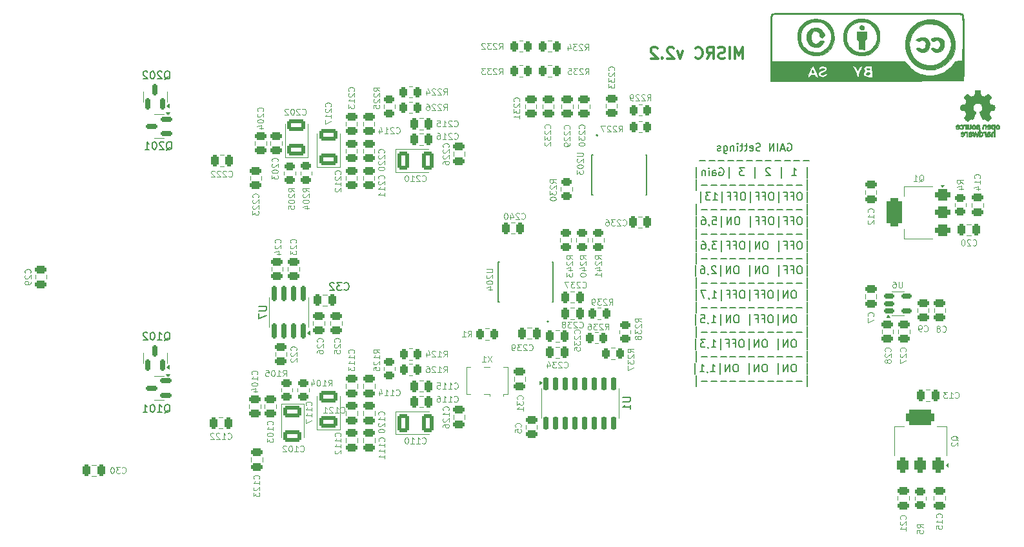
<source format=gbo>
G04 #@! TF.GenerationSoftware,KiCad,Pcbnew,8.0.1*
G04 #@! TF.CreationDate,2024-10-20T11:35:17+02:00*
G04 #@! TF.ProjectId,MISRC_v2.2,4d495352-435f-4763-922e-322e6b696361,0.3*
G04 #@! TF.SameCoordinates,Original*
G04 #@! TF.FileFunction,Legend,Bot*
G04 #@! TF.FilePolarity,Positive*
%FSLAX46Y46*%
G04 Gerber Fmt 4.6, Leading zero omitted, Abs format (unit mm)*
G04 Created by KiCad (PCBNEW 8.0.1) date 2024-10-20 11:35:17*
%MOMM*%
%LPD*%
G01*
G04 APERTURE LIST*
G04 Aperture macros list*
%AMRoundRect*
0 Rectangle with rounded corners*
0 $1 Rounding radius*
0 $2 $3 $4 $5 $6 $7 $8 $9 X,Y pos of 4 corners*
0 Add a 4 corners polygon primitive as box body*
4,1,4,$2,$3,$4,$5,$6,$7,$8,$9,$2,$3,0*
0 Add four circle primitives for the rounded corners*
1,1,$1+$1,$2,$3*
1,1,$1+$1,$4,$5*
1,1,$1+$1,$6,$7*
1,1,$1+$1,$8,$9*
0 Add four rect primitives between the rounded corners*
20,1,$1+$1,$2,$3,$4,$5,0*
20,1,$1+$1,$4,$5,$6,$7,0*
20,1,$1+$1,$6,$7,$8,$9,0*
20,1,$1+$1,$8,$9,$2,$3,0*%
G04 Aperture macros list end*
%ADD10C,0.200000*%
%ADD11C,0.300000*%
%ADD12C,0.120000*%
%ADD13C,0.150000*%
%ADD14C,0.010000*%
%ADD15C,0.127000*%
%ADD16C,0.476609*%
%ADD17C,1.950000*%
%ADD18C,5.175000*%
%ADD19C,2.050000*%
%ADD20C,2.250000*%
%ADD21C,3.200000*%
%ADD22C,1.440000*%
%ADD23R,1.700000X1.700000*%
%ADD24O,1.700000X1.700000*%
%ADD25C,2.500000*%
%ADD26C,2.400000*%
%ADD27RoundRect,0.250000X-0.250000X-0.475000X0.250000X-0.475000X0.250000X0.475000X-0.250000X0.475000X0*%
%ADD28RoundRect,0.250001X-0.924999X0.499999X-0.924999X-0.499999X0.924999X-0.499999X0.924999X0.499999X0*%
%ADD29RoundRect,0.250000X-0.475000X0.250000X-0.475000X-0.250000X0.475000X-0.250000X0.475000X0.250000X0*%
%ADD30RoundRect,0.250000X0.475000X-0.250000X0.475000X0.250000X-0.475000X0.250000X-0.475000X-0.250000X0*%
%ADD31RoundRect,0.250000X-0.262500X-0.450000X0.262500X-0.450000X0.262500X0.450000X-0.262500X0.450000X0*%
%ADD32R,1.400000X1.200000*%
%ADD33RoundRect,0.150000X0.150000X-0.587500X0.150000X0.587500X-0.150000X0.587500X-0.150000X-0.587500X0*%
%ADD34RoundRect,0.250000X-0.450000X0.262500X-0.450000X-0.262500X0.450000X-0.262500X0.450000X0.262500X0*%
%ADD35RoundRect,0.250000X0.262500X0.450000X-0.262500X0.450000X-0.262500X-0.450000X0.262500X-0.450000X0*%
%ADD36RoundRect,0.375000X0.375000X-0.625000X0.375000X0.625000X-0.375000X0.625000X-0.375000X-0.625000X0*%
%ADD37RoundRect,0.500000X1.400000X-0.500000X1.400000X0.500000X-1.400000X0.500000X-1.400000X-0.500000X0*%
%ADD38RoundRect,0.150000X0.150000X-0.825000X0.150000X0.825000X-0.150000X0.825000X-0.150000X-0.825000X0*%
%ADD39R,3.000000X2.290000*%
%ADD40RoundRect,0.250001X0.924999X-0.499999X0.924999X0.499999X-0.924999X0.499999X-0.924999X-0.499999X0*%
%ADD41RoundRect,0.250000X0.450000X-0.262500X0.450000X0.262500X-0.450000X0.262500X-0.450000X-0.262500X0*%
%ADD42RoundRect,0.250000X0.250000X0.475000X-0.250000X0.475000X-0.250000X-0.475000X0.250000X-0.475000X0*%
%ADD43RoundRect,0.375000X0.625000X0.375000X-0.625000X0.375000X-0.625000X-0.375000X0.625000X-0.375000X0*%
%ADD44RoundRect,0.500000X0.500000X1.400000X-0.500000X1.400000X-0.500000X-1.400000X0.500000X-1.400000X0*%
%ADD45RoundRect,0.250001X-0.499999X-0.924999X0.499999X-0.924999X0.499999X0.924999X-0.499999X0.924999X0*%
%ADD46RoundRect,0.150000X-0.512500X-0.150000X0.512500X-0.150000X0.512500X0.150000X-0.512500X0.150000X0*%
%ADD47RoundRect,0.150000X0.587500X0.150000X-0.587500X0.150000X-0.587500X-0.150000X0.587500X-0.150000X0*%
%ADD48RoundRect,0.150000X-0.150000X0.725000X-0.150000X-0.725000X0.150000X-0.725000X0.150000X0.725000X0*%
G04 APERTURE END LIST*
D10*
X175320802Y-81215958D02*
X175416040Y-81168339D01*
X175416040Y-81168339D02*
X175558897Y-81168339D01*
X175558897Y-81168339D02*
X175701754Y-81215958D01*
X175701754Y-81215958D02*
X175796992Y-81311196D01*
X175796992Y-81311196D02*
X175844611Y-81406434D01*
X175844611Y-81406434D02*
X175892230Y-81596910D01*
X175892230Y-81596910D02*
X175892230Y-81739767D01*
X175892230Y-81739767D02*
X175844611Y-81930243D01*
X175844611Y-81930243D02*
X175796992Y-82025481D01*
X175796992Y-82025481D02*
X175701754Y-82120720D01*
X175701754Y-82120720D02*
X175558897Y-82168339D01*
X175558897Y-82168339D02*
X175463659Y-82168339D01*
X175463659Y-82168339D02*
X175320802Y-82120720D01*
X175320802Y-82120720D02*
X175273183Y-82073100D01*
X175273183Y-82073100D02*
X175273183Y-81739767D01*
X175273183Y-81739767D02*
X175463659Y-81739767D01*
X174892230Y-81882624D02*
X174416040Y-81882624D01*
X174987468Y-82168339D02*
X174654135Y-81168339D01*
X174654135Y-81168339D02*
X174320802Y-82168339D01*
X173987468Y-82168339D02*
X173987468Y-81168339D01*
X173511278Y-82168339D02*
X173511278Y-81168339D01*
X173511278Y-81168339D02*
X172939850Y-82168339D01*
X172939850Y-82168339D02*
X172939850Y-81168339D01*
X171749373Y-82120720D02*
X171606516Y-82168339D01*
X171606516Y-82168339D02*
X171368421Y-82168339D01*
X171368421Y-82168339D02*
X171273183Y-82120720D01*
X171273183Y-82120720D02*
X171225564Y-82073100D01*
X171225564Y-82073100D02*
X171177945Y-81977862D01*
X171177945Y-81977862D02*
X171177945Y-81882624D01*
X171177945Y-81882624D02*
X171225564Y-81787386D01*
X171225564Y-81787386D02*
X171273183Y-81739767D01*
X171273183Y-81739767D02*
X171368421Y-81692148D01*
X171368421Y-81692148D02*
X171558897Y-81644529D01*
X171558897Y-81644529D02*
X171654135Y-81596910D01*
X171654135Y-81596910D02*
X171701754Y-81549291D01*
X171701754Y-81549291D02*
X171749373Y-81454053D01*
X171749373Y-81454053D02*
X171749373Y-81358815D01*
X171749373Y-81358815D02*
X171701754Y-81263577D01*
X171701754Y-81263577D02*
X171654135Y-81215958D01*
X171654135Y-81215958D02*
X171558897Y-81168339D01*
X171558897Y-81168339D02*
X171320802Y-81168339D01*
X171320802Y-81168339D02*
X171177945Y-81215958D01*
X170368421Y-82120720D02*
X170463659Y-82168339D01*
X170463659Y-82168339D02*
X170654135Y-82168339D01*
X170654135Y-82168339D02*
X170749373Y-82120720D01*
X170749373Y-82120720D02*
X170796992Y-82025481D01*
X170796992Y-82025481D02*
X170796992Y-81644529D01*
X170796992Y-81644529D02*
X170749373Y-81549291D01*
X170749373Y-81549291D02*
X170654135Y-81501672D01*
X170654135Y-81501672D02*
X170463659Y-81501672D01*
X170463659Y-81501672D02*
X170368421Y-81549291D01*
X170368421Y-81549291D02*
X170320802Y-81644529D01*
X170320802Y-81644529D02*
X170320802Y-81739767D01*
X170320802Y-81739767D02*
X170796992Y-81835005D01*
X170035087Y-81501672D02*
X169654135Y-81501672D01*
X169892230Y-81168339D02*
X169892230Y-82025481D01*
X169892230Y-82025481D02*
X169844611Y-82120720D01*
X169844611Y-82120720D02*
X169749373Y-82168339D01*
X169749373Y-82168339D02*
X169654135Y-82168339D01*
X169463658Y-81501672D02*
X169082706Y-81501672D01*
X169320801Y-81168339D02*
X169320801Y-82025481D01*
X169320801Y-82025481D02*
X169273182Y-82120720D01*
X169273182Y-82120720D02*
X169177944Y-82168339D01*
X169177944Y-82168339D02*
X169082706Y-82168339D01*
X168749372Y-82168339D02*
X168749372Y-81501672D01*
X168749372Y-81168339D02*
X168796991Y-81215958D01*
X168796991Y-81215958D02*
X168749372Y-81263577D01*
X168749372Y-81263577D02*
X168701753Y-81215958D01*
X168701753Y-81215958D02*
X168749372Y-81168339D01*
X168749372Y-81168339D02*
X168749372Y-81263577D01*
X168273182Y-81501672D02*
X168273182Y-82168339D01*
X168273182Y-81596910D02*
X168225563Y-81549291D01*
X168225563Y-81549291D02*
X168130325Y-81501672D01*
X168130325Y-81501672D02*
X167987468Y-81501672D01*
X167987468Y-81501672D02*
X167892230Y-81549291D01*
X167892230Y-81549291D02*
X167844611Y-81644529D01*
X167844611Y-81644529D02*
X167844611Y-82168339D01*
X166939849Y-81501672D02*
X166939849Y-82311196D01*
X166939849Y-82311196D02*
X166987468Y-82406434D01*
X166987468Y-82406434D02*
X167035087Y-82454053D01*
X167035087Y-82454053D02*
X167130325Y-82501672D01*
X167130325Y-82501672D02*
X167273182Y-82501672D01*
X167273182Y-82501672D02*
X167368420Y-82454053D01*
X166939849Y-82120720D02*
X167035087Y-82168339D01*
X167035087Y-82168339D02*
X167225563Y-82168339D01*
X167225563Y-82168339D02*
X167320801Y-82120720D01*
X167320801Y-82120720D02*
X167368420Y-82073100D01*
X167368420Y-82073100D02*
X167416039Y-81977862D01*
X167416039Y-81977862D02*
X167416039Y-81692148D01*
X167416039Y-81692148D02*
X167368420Y-81596910D01*
X167368420Y-81596910D02*
X167320801Y-81549291D01*
X167320801Y-81549291D02*
X167225563Y-81501672D01*
X167225563Y-81501672D02*
X167035087Y-81501672D01*
X167035087Y-81501672D02*
X166939849Y-81549291D01*
X166511277Y-82120720D02*
X166416039Y-82168339D01*
X166416039Y-82168339D02*
X166225563Y-82168339D01*
X166225563Y-82168339D02*
X166130325Y-82120720D01*
X166130325Y-82120720D02*
X166082706Y-82025481D01*
X166082706Y-82025481D02*
X166082706Y-81977862D01*
X166082706Y-81977862D02*
X166130325Y-81882624D01*
X166130325Y-81882624D02*
X166225563Y-81835005D01*
X166225563Y-81835005D02*
X166368420Y-81835005D01*
X166368420Y-81835005D02*
X166463658Y-81787386D01*
X166463658Y-81787386D02*
X166511277Y-81692148D01*
X166511277Y-81692148D02*
X166511277Y-81644529D01*
X166511277Y-81644529D02*
X166463658Y-81549291D01*
X166463658Y-81549291D02*
X166368420Y-81501672D01*
X166368420Y-81501672D02*
X166225563Y-81501672D01*
X166225563Y-81501672D02*
X166130325Y-81549291D01*
X178130326Y-83397330D02*
X177368422Y-83397330D01*
X176892231Y-83397330D02*
X176130327Y-83397330D01*
X175654136Y-83397330D02*
X174892232Y-83397330D01*
X174416041Y-83397330D02*
X173654137Y-83397330D01*
X173177946Y-83397330D02*
X172416042Y-83397330D01*
X171939851Y-83397330D02*
X171177947Y-83397330D01*
X170701756Y-83397330D02*
X169939852Y-83397330D01*
X169463661Y-83397330D02*
X168701757Y-83397330D01*
X168225566Y-83397330D02*
X167463662Y-83397330D01*
X166987471Y-83397330D02*
X166225567Y-83397330D01*
X165749376Y-83397330D02*
X164987472Y-83397330D01*
X164511281Y-83397330D02*
X163749377Y-83397330D01*
X177892231Y-85721560D02*
X177892231Y-84292988D01*
X175892231Y-85388227D02*
X176463659Y-85388227D01*
X176177945Y-85388227D02*
X176177945Y-84388227D01*
X176177945Y-84388227D02*
X176273183Y-84531084D01*
X176273183Y-84531084D02*
X176368421Y-84626322D01*
X176368421Y-84626322D02*
X176463659Y-84673941D01*
X174463659Y-85721560D02*
X174463659Y-84292988D01*
X173035087Y-84483465D02*
X172987468Y-84435846D01*
X172987468Y-84435846D02*
X172892230Y-84388227D01*
X172892230Y-84388227D02*
X172654135Y-84388227D01*
X172654135Y-84388227D02*
X172558897Y-84435846D01*
X172558897Y-84435846D02*
X172511278Y-84483465D01*
X172511278Y-84483465D02*
X172463659Y-84578703D01*
X172463659Y-84578703D02*
X172463659Y-84673941D01*
X172463659Y-84673941D02*
X172511278Y-84816798D01*
X172511278Y-84816798D02*
X173082706Y-85388227D01*
X173082706Y-85388227D02*
X172463659Y-85388227D01*
X171035087Y-85721560D02*
X171035087Y-84292988D01*
X169654134Y-84388227D02*
X169035087Y-84388227D01*
X169035087Y-84388227D02*
X169368420Y-84769179D01*
X169368420Y-84769179D02*
X169225563Y-84769179D01*
X169225563Y-84769179D02*
X169130325Y-84816798D01*
X169130325Y-84816798D02*
X169082706Y-84864417D01*
X169082706Y-84864417D02*
X169035087Y-84959655D01*
X169035087Y-84959655D02*
X169035087Y-85197750D01*
X169035087Y-85197750D02*
X169082706Y-85292988D01*
X169082706Y-85292988D02*
X169130325Y-85340608D01*
X169130325Y-85340608D02*
X169225563Y-85388227D01*
X169225563Y-85388227D02*
X169511277Y-85388227D01*
X169511277Y-85388227D02*
X169606515Y-85340608D01*
X169606515Y-85340608D02*
X169654134Y-85292988D01*
X167606515Y-85721560D02*
X167606515Y-84292988D01*
X166368420Y-84435846D02*
X166463658Y-84388227D01*
X166463658Y-84388227D02*
X166606515Y-84388227D01*
X166606515Y-84388227D02*
X166749372Y-84435846D01*
X166749372Y-84435846D02*
X166844610Y-84531084D01*
X166844610Y-84531084D02*
X166892229Y-84626322D01*
X166892229Y-84626322D02*
X166939848Y-84816798D01*
X166939848Y-84816798D02*
X166939848Y-84959655D01*
X166939848Y-84959655D02*
X166892229Y-85150131D01*
X166892229Y-85150131D02*
X166844610Y-85245369D01*
X166844610Y-85245369D02*
X166749372Y-85340608D01*
X166749372Y-85340608D02*
X166606515Y-85388227D01*
X166606515Y-85388227D02*
X166511277Y-85388227D01*
X166511277Y-85388227D02*
X166368420Y-85340608D01*
X166368420Y-85340608D02*
X166320801Y-85292988D01*
X166320801Y-85292988D02*
X166320801Y-84959655D01*
X166320801Y-84959655D02*
X166511277Y-84959655D01*
X165463658Y-85388227D02*
X165463658Y-84864417D01*
X165463658Y-84864417D02*
X165511277Y-84769179D01*
X165511277Y-84769179D02*
X165606515Y-84721560D01*
X165606515Y-84721560D02*
X165796991Y-84721560D01*
X165796991Y-84721560D02*
X165892229Y-84769179D01*
X165463658Y-85340608D02*
X165558896Y-85388227D01*
X165558896Y-85388227D02*
X165796991Y-85388227D01*
X165796991Y-85388227D02*
X165892229Y-85340608D01*
X165892229Y-85340608D02*
X165939848Y-85245369D01*
X165939848Y-85245369D02*
X165939848Y-85150131D01*
X165939848Y-85150131D02*
X165892229Y-85054893D01*
X165892229Y-85054893D02*
X165796991Y-85007274D01*
X165796991Y-85007274D02*
X165558896Y-85007274D01*
X165558896Y-85007274D02*
X165463658Y-84959655D01*
X164987467Y-85388227D02*
X164987467Y-84721560D01*
X164987467Y-84388227D02*
X165035086Y-84435846D01*
X165035086Y-84435846D02*
X164987467Y-84483465D01*
X164987467Y-84483465D02*
X164939848Y-84435846D01*
X164939848Y-84435846D02*
X164987467Y-84388227D01*
X164987467Y-84388227D02*
X164987467Y-84483465D01*
X164511277Y-84721560D02*
X164511277Y-85388227D01*
X164511277Y-84816798D02*
X164463658Y-84769179D01*
X164463658Y-84769179D02*
X164368420Y-84721560D01*
X164368420Y-84721560D02*
X164225563Y-84721560D01*
X164225563Y-84721560D02*
X164130325Y-84769179D01*
X164130325Y-84769179D02*
X164082706Y-84864417D01*
X164082706Y-84864417D02*
X164082706Y-85388227D01*
X163368420Y-85721560D02*
X163368420Y-84292988D01*
X177892231Y-87331504D02*
X177892231Y-85902932D01*
X177177945Y-86617218D02*
X176416041Y-86617218D01*
X175939850Y-86617218D02*
X175177946Y-86617218D01*
X174701755Y-86617218D02*
X173939851Y-86617218D01*
X173463660Y-86617218D02*
X172701756Y-86617218D01*
X172225565Y-86617218D02*
X171463661Y-86617218D01*
X170987470Y-86617218D02*
X170225566Y-86617218D01*
X169749375Y-86617218D02*
X168987471Y-86617218D01*
X168511280Y-86617218D02*
X167749376Y-86617218D01*
X167273185Y-86617218D02*
X166511281Y-86617218D01*
X166035090Y-86617218D02*
X165273186Y-86617218D01*
X164796995Y-86617218D02*
X164035091Y-86617218D01*
X163320805Y-87331504D02*
X163320805Y-85902932D01*
X177892231Y-88941448D02*
X177892231Y-87512876D01*
X176987469Y-87608115D02*
X176796993Y-87608115D01*
X176796993Y-87608115D02*
X176701755Y-87655734D01*
X176701755Y-87655734D02*
X176606517Y-87750972D01*
X176606517Y-87750972D02*
X176558898Y-87941448D01*
X176558898Y-87941448D02*
X176558898Y-88274781D01*
X176558898Y-88274781D02*
X176606517Y-88465257D01*
X176606517Y-88465257D02*
X176701755Y-88560496D01*
X176701755Y-88560496D02*
X176796993Y-88608115D01*
X176796993Y-88608115D02*
X176987469Y-88608115D01*
X176987469Y-88608115D02*
X177082707Y-88560496D01*
X177082707Y-88560496D02*
X177177945Y-88465257D01*
X177177945Y-88465257D02*
X177225564Y-88274781D01*
X177225564Y-88274781D02*
X177225564Y-87941448D01*
X177225564Y-87941448D02*
X177177945Y-87750972D01*
X177177945Y-87750972D02*
X177082707Y-87655734D01*
X177082707Y-87655734D02*
X176987469Y-87608115D01*
X175796993Y-88084305D02*
X176130326Y-88084305D01*
X176130326Y-88608115D02*
X176130326Y-87608115D01*
X176130326Y-87608115D02*
X175654136Y-87608115D01*
X174939850Y-88084305D02*
X175273183Y-88084305D01*
X175273183Y-88608115D02*
X175273183Y-87608115D01*
X175273183Y-87608115D02*
X174796993Y-87608115D01*
X174177945Y-88941448D02*
X174177945Y-87512876D01*
X173273183Y-87608115D02*
X173082707Y-87608115D01*
X173082707Y-87608115D02*
X172987469Y-87655734D01*
X172987469Y-87655734D02*
X172892231Y-87750972D01*
X172892231Y-87750972D02*
X172844612Y-87941448D01*
X172844612Y-87941448D02*
X172844612Y-88274781D01*
X172844612Y-88274781D02*
X172892231Y-88465257D01*
X172892231Y-88465257D02*
X172987469Y-88560496D01*
X172987469Y-88560496D02*
X173082707Y-88608115D01*
X173082707Y-88608115D02*
X173273183Y-88608115D01*
X173273183Y-88608115D02*
X173368421Y-88560496D01*
X173368421Y-88560496D02*
X173463659Y-88465257D01*
X173463659Y-88465257D02*
X173511278Y-88274781D01*
X173511278Y-88274781D02*
X173511278Y-87941448D01*
X173511278Y-87941448D02*
X173463659Y-87750972D01*
X173463659Y-87750972D02*
X173368421Y-87655734D01*
X173368421Y-87655734D02*
X173273183Y-87608115D01*
X172082707Y-88084305D02*
X172416040Y-88084305D01*
X172416040Y-88608115D02*
X172416040Y-87608115D01*
X172416040Y-87608115D02*
X171939850Y-87608115D01*
X171225564Y-88084305D02*
X171558897Y-88084305D01*
X171558897Y-88608115D02*
X171558897Y-87608115D01*
X171558897Y-87608115D02*
X171082707Y-87608115D01*
X170463659Y-88941448D02*
X170463659Y-87512876D01*
X169558897Y-87608115D02*
X169368421Y-87608115D01*
X169368421Y-87608115D02*
X169273183Y-87655734D01*
X169273183Y-87655734D02*
X169177945Y-87750972D01*
X169177945Y-87750972D02*
X169130326Y-87941448D01*
X169130326Y-87941448D02*
X169130326Y-88274781D01*
X169130326Y-88274781D02*
X169177945Y-88465257D01*
X169177945Y-88465257D02*
X169273183Y-88560496D01*
X169273183Y-88560496D02*
X169368421Y-88608115D01*
X169368421Y-88608115D02*
X169558897Y-88608115D01*
X169558897Y-88608115D02*
X169654135Y-88560496D01*
X169654135Y-88560496D02*
X169749373Y-88465257D01*
X169749373Y-88465257D02*
X169796992Y-88274781D01*
X169796992Y-88274781D02*
X169796992Y-87941448D01*
X169796992Y-87941448D02*
X169749373Y-87750972D01*
X169749373Y-87750972D02*
X169654135Y-87655734D01*
X169654135Y-87655734D02*
X169558897Y-87608115D01*
X168368421Y-88084305D02*
X168701754Y-88084305D01*
X168701754Y-88608115D02*
X168701754Y-87608115D01*
X168701754Y-87608115D02*
X168225564Y-87608115D01*
X167511278Y-88084305D02*
X167844611Y-88084305D01*
X167844611Y-88608115D02*
X167844611Y-87608115D01*
X167844611Y-87608115D02*
X167368421Y-87608115D01*
X166749373Y-88941448D02*
X166749373Y-87512876D01*
X165511278Y-88608115D02*
X166082706Y-88608115D01*
X165796992Y-88608115D02*
X165796992Y-87608115D01*
X165796992Y-87608115D02*
X165892230Y-87750972D01*
X165892230Y-87750972D02*
X165987468Y-87846210D01*
X165987468Y-87846210D02*
X166082706Y-87893829D01*
X165177944Y-87608115D02*
X164558897Y-87608115D01*
X164558897Y-87608115D02*
X164892230Y-87989067D01*
X164892230Y-87989067D02*
X164749373Y-87989067D01*
X164749373Y-87989067D02*
X164654135Y-88036686D01*
X164654135Y-88036686D02*
X164606516Y-88084305D01*
X164606516Y-88084305D02*
X164558897Y-88179543D01*
X164558897Y-88179543D02*
X164558897Y-88417638D01*
X164558897Y-88417638D02*
X164606516Y-88512876D01*
X164606516Y-88512876D02*
X164654135Y-88560496D01*
X164654135Y-88560496D02*
X164749373Y-88608115D01*
X164749373Y-88608115D02*
X165035087Y-88608115D01*
X165035087Y-88608115D02*
X165130325Y-88560496D01*
X165130325Y-88560496D02*
X165177944Y-88512876D01*
X163892230Y-88941448D02*
X163892230Y-87512876D01*
X177892231Y-90551392D02*
X177892231Y-89122820D01*
X177177945Y-89837106D02*
X176416041Y-89837106D01*
X175939850Y-89837106D02*
X175177946Y-89837106D01*
X174701755Y-89837106D02*
X173939851Y-89837106D01*
X173463660Y-89837106D02*
X172701756Y-89837106D01*
X172225565Y-89837106D02*
X171463661Y-89837106D01*
X170987470Y-89837106D02*
X170225566Y-89837106D01*
X169749375Y-89837106D02*
X168987471Y-89837106D01*
X168511280Y-89837106D02*
X167749376Y-89837106D01*
X167273185Y-89837106D02*
X166511281Y-89837106D01*
X166035090Y-89837106D02*
X165273186Y-89837106D01*
X164796995Y-89837106D02*
X164035091Y-89837106D01*
X163320805Y-90551392D02*
X163320805Y-89122820D01*
X177892231Y-92161336D02*
X177892231Y-90732764D01*
X176987469Y-90828003D02*
X176796993Y-90828003D01*
X176796993Y-90828003D02*
X176701755Y-90875622D01*
X176701755Y-90875622D02*
X176606517Y-90970860D01*
X176606517Y-90970860D02*
X176558898Y-91161336D01*
X176558898Y-91161336D02*
X176558898Y-91494669D01*
X176558898Y-91494669D02*
X176606517Y-91685145D01*
X176606517Y-91685145D02*
X176701755Y-91780384D01*
X176701755Y-91780384D02*
X176796993Y-91828003D01*
X176796993Y-91828003D02*
X176987469Y-91828003D01*
X176987469Y-91828003D02*
X177082707Y-91780384D01*
X177082707Y-91780384D02*
X177177945Y-91685145D01*
X177177945Y-91685145D02*
X177225564Y-91494669D01*
X177225564Y-91494669D02*
X177225564Y-91161336D01*
X177225564Y-91161336D02*
X177177945Y-90970860D01*
X177177945Y-90970860D02*
X177082707Y-90875622D01*
X177082707Y-90875622D02*
X176987469Y-90828003D01*
X175796993Y-91304193D02*
X176130326Y-91304193D01*
X176130326Y-91828003D02*
X176130326Y-90828003D01*
X176130326Y-90828003D02*
X175654136Y-90828003D01*
X174939850Y-91304193D02*
X175273183Y-91304193D01*
X175273183Y-91828003D02*
X175273183Y-90828003D01*
X175273183Y-90828003D02*
X174796993Y-90828003D01*
X174177945Y-92161336D02*
X174177945Y-90732764D01*
X173273183Y-90828003D02*
X173082707Y-90828003D01*
X173082707Y-90828003D02*
X172987469Y-90875622D01*
X172987469Y-90875622D02*
X172892231Y-90970860D01*
X172892231Y-90970860D02*
X172844612Y-91161336D01*
X172844612Y-91161336D02*
X172844612Y-91494669D01*
X172844612Y-91494669D02*
X172892231Y-91685145D01*
X172892231Y-91685145D02*
X172987469Y-91780384D01*
X172987469Y-91780384D02*
X173082707Y-91828003D01*
X173082707Y-91828003D02*
X173273183Y-91828003D01*
X173273183Y-91828003D02*
X173368421Y-91780384D01*
X173368421Y-91780384D02*
X173463659Y-91685145D01*
X173463659Y-91685145D02*
X173511278Y-91494669D01*
X173511278Y-91494669D02*
X173511278Y-91161336D01*
X173511278Y-91161336D02*
X173463659Y-90970860D01*
X173463659Y-90970860D02*
X173368421Y-90875622D01*
X173368421Y-90875622D02*
X173273183Y-90828003D01*
X172082707Y-91304193D02*
X172416040Y-91304193D01*
X172416040Y-91828003D02*
X172416040Y-90828003D01*
X172416040Y-90828003D02*
X171939850Y-90828003D01*
X171225564Y-91304193D02*
X171558897Y-91304193D01*
X171558897Y-91828003D02*
X171558897Y-90828003D01*
X171558897Y-90828003D02*
X171082707Y-90828003D01*
X170463659Y-92161336D02*
X170463659Y-90732764D01*
X168796992Y-90828003D02*
X168606516Y-90828003D01*
X168606516Y-90828003D02*
X168511278Y-90875622D01*
X168511278Y-90875622D02*
X168416040Y-90970860D01*
X168416040Y-90970860D02*
X168368421Y-91161336D01*
X168368421Y-91161336D02*
X168368421Y-91494669D01*
X168368421Y-91494669D02*
X168416040Y-91685145D01*
X168416040Y-91685145D02*
X168511278Y-91780384D01*
X168511278Y-91780384D02*
X168606516Y-91828003D01*
X168606516Y-91828003D02*
X168796992Y-91828003D01*
X168796992Y-91828003D02*
X168892230Y-91780384D01*
X168892230Y-91780384D02*
X168987468Y-91685145D01*
X168987468Y-91685145D02*
X169035087Y-91494669D01*
X169035087Y-91494669D02*
X169035087Y-91161336D01*
X169035087Y-91161336D02*
X168987468Y-90970860D01*
X168987468Y-90970860D02*
X168892230Y-90875622D01*
X168892230Y-90875622D02*
X168796992Y-90828003D01*
X167939849Y-91828003D02*
X167939849Y-90828003D01*
X167939849Y-90828003D02*
X167368421Y-91828003D01*
X167368421Y-91828003D02*
X167368421Y-90828003D01*
X166654135Y-92161336D02*
X166654135Y-90732764D01*
X165463659Y-90828003D02*
X165939849Y-90828003D01*
X165939849Y-90828003D02*
X165987468Y-91304193D01*
X165987468Y-91304193D02*
X165939849Y-91256574D01*
X165939849Y-91256574D02*
X165844611Y-91208955D01*
X165844611Y-91208955D02*
X165606516Y-91208955D01*
X165606516Y-91208955D02*
X165511278Y-91256574D01*
X165511278Y-91256574D02*
X165463659Y-91304193D01*
X165463659Y-91304193D02*
X165416040Y-91399431D01*
X165416040Y-91399431D02*
X165416040Y-91637526D01*
X165416040Y-91637526D02*
X165463659Y-91732764D01*
X165463659Y-91732764D02*
X165511278Y-91780384D01*
X165511278Y-91780384D02*
X165606516Y-91828003D01*
X165606516Y-91828003D02*
X165844611Y-91828003D01*
X165844611Y-91828003D02*
X165939849Y-91780384D01*
X165939849Y-91780384D02*
X165987468Y-91732764D01*
X164939849Y-91780384D02*
X164939849Y-91828003D01*
X164939849Y-91828003D02*
X164987468Y-91923241D01*
X164987468Y-91923241D02*
X165035087Y-91970860D01*
X164082707Y-90828003D02*
X164273183Y-90828003D01*
X164273183Y-90828003D02*
X164368421Y-90875622D01*
X164368421Y-90875622D02*
X164416040Y-90923241D01*
X164416040Y-90923241D02*
X164511278Y-91066098D01*
X164511278Y-91066098D02*
X164558897Y-91256574D01*
X164558897Y-91256574D02*
X164558897Y-91637526D01*
X164558897Y-91637526D02*
X164511278Y-91732764D01*
X164511278Y-91732764D02*
X164463659Y-91780384D01*
X164463659Y-91780384D02*
X164368421Y-91828003D01*
X164368421Y-91828003D02*
X164177945Y-91828003D01*
X164177945Y-91828003D02*
X164082707Y-91780384D01*
X164082707Y-91780384D02*
X164035088Y-91732764D01*
X164035088Y-91732764D02*
X163987469Y-91637526D01*
X163987469Y-91637526D02*
X163987469Y-91399431D01*
X163987469Y-91399431D02*
X164035088Y-91304193D01*
X164035088Y-91304193D02*
X164082707Y-91256574D01*
X164082707Y-91256574D02*
X164177945Y-91208955D01*
X164177945Y-91208955D02*
X164368421Y-91208955D01*
X164368421Y-91208955D02*
X164463659Y-91256574D01*
X164463659Y-91256574D02*
X164511278Y-91304193D01*
X164511278Y-91304193D02*
X164558897Y-91399431D01*
X163320802Y-92161336D02*
X163320802Y-90732764D01*
X177892231Y-93771280D02*
X177892231Y-92342708D01*
X177177945Y-93056994D02*
X176416041Y-93056994D01*
X175939850Y-93056994D02*
X175177946Y-93056994D01*
X174701755Y-93056994D02*
X173939851Y-93056994D01*
X173463660Y-93056994D02*
X172701756Y-93056994D01*
X172225565Y-93056994D02*
X171463661Y-93056994D01*
X170987470Y-93056994D02*
X170225566Y-93056994D01*
X169749375Y-93056994D02*
X168987471Y-93056994D01*
X168511280Y-93056994D02*
X167749376Y-93056994D01*
X167273185Y-93056994D02*
X166511281Y-93056994D01*
X166035090Y-93056994D02*
X165273186Y-93056994D01*
X164796995Y-93056994D02*
X164035091Y-93056994D01*
X163320805Y-93771280D02*
X163320805Y-92342708D01*
X177892231Y-95381224D02*
X177892231Y-93952652D01*
X176987469Y-94047891D02*
X176796993Y-94047891D01*
X176796993Y-94047891D02*
X176701755Y-94095510D01*
X176701755Y-94095510D02*
X176606517Y-94190748D01*
X176606517Y-94190748D02*
X176558898Y-94381224D01*
X176558898Y-94381224D02*
X176558898Y-94714557D01*
X176558898Y-94714557D02*
X176606517Y-94905033D01*
X176606517Y-94905033D02*
X176701755Y-95000272D01*
X176701755Y-95000272D02*
X176796993Y-95047891D01*
X176796993Y-95047891D02*
X176987469Y-95047891D01*
X176987469Y-95047891D02*
X177082707Y-95000272D01*
X177082707Y-95000272D02*
X177177945Y-94905033D01*
X177177945Y-94905033D02*
X177225564Y-94714557D01*
X177225564Y-94714557D02*
X177225564Y-94381224D01*
X177225564Y-94381224D02*
X177177945Y-94190748D01*
X177177945Y-94190748D02*
X177082707Y-94095510D01*
X177082707Y-94095510D02*
X176987469Y-94047891D01*
X175796993Y-94524081D02*
X176130326Y-94524081D01*
X176130326Y-95047891D02*
X176130326Y-94047891D01*
X176130326Y-94047891D02*
X175654136Y-94047891D01*
X174939850Y-94524081D02*
X175273183Y-94524081D01*
X175273183Y-95047891D02*
X175273183Y-94047891D01*
X175273183Y-94047891D02*
X174796993Y-94047891D01*
X174177945Y-95381224D02*
X174177945Y-93952652D01*
X172511278Y-94047891D02*
X172320802Y-94047891D01*
X172320802Y-94047891D02*
X172225564Y-94095510D01*
X172225564Y-94095510D02*
X172130326Y-94190748D01*
X172130326Y-94190748D02*
X172082707Y-94381224D01*
X172082707Y-94381224D02*
X172082707Y-94714557D01*
X172082707Y-94714557D02*
X172130326Y-94905033D01*
X172130326Y-94905033D02*
X172225564Y-95000272D01*
X172225564Y-95000272D02*
X172320802Y-95047891D01*
X172320802Y-95047891D02*
X172511278Y-95047891D01*
X172511278Y-95047891D02*
X172606516Y-95000272D01*
X172606516Y-95000272D02*
X172701754Y-94905033D01*
X172701754Y-94905033D02*
X172749373Y-94714557D01*
X172749373Y-94714557D02*
X172749373Y-94381224D01*
X172749373Y-94381224D02*
X172701754Y-94190748D01*
X172701754Y-94190748D02*
X172606516Y-94095510D01*
X172606516Y-94095510D02*
X172511278Y-94047891D01*
X171654135Y-95047891D02*
X171654135Y-94047891D01*
X171654135Y-94047891D02*
X171082707Y-95047891D01*
X171082707Y-95047891D02*
X171082707Y-94047891D01*
X170368421Y-95381224D02*
X170368421Y-93952652D01*
X169463659Y-94047891D02*
X169273183Y-94047891D01*
X169273183Y-94047891D02*
X169177945Y-94095510D01*
X169177945Y-94095510D02*
X169082707Y-94190748D01*
X169082707Y-94190748D02*
X169035088Y-94381224D01*
X169035088Y-94381224D02*
X169035088Y-94714557D01*
X169035088Y-94714557D02*
X169082707Y-94905033D01*
X169082707Y-94905033D02*
X169177945Y-95000272D01*
X169177945Y-95000272D02*
X169273183Y-95047891D01*
X169273183Y-95047891D02*
X169463659Y-95047891D01*
X169463659Y-95047891D02*
X169558897Y-95000272D01*
X169558897Y-95000272D02*
X169654135Y-94905033D01*
X169654135Y-94905033D02*
X169701754Y-94714557D01*
X169701754Y-94714557D02*
X169701754Y-94381224D01*
X169701754Y-94381224D02*
X169654135Y-94190748D01*
X169654135Y-94190748D02*
X169558897Y-94095510D01*
X169558897Y-94095510D02*
X169463659Y-94047891D01*
X168273183Y-94524081D02*
X168606516Y-94524081D01*
X168606516Y-95047891D02*
X168606516Y-94047891D01*
X168606516Y-94047891D02*
X168130326Y-94047891D01*
X167416040Y-94524081D02*
X167749373Y-94524081D01*
X167749373Y-95047891D02*
X167749373Y-94047891D01*
X167749373Y-94047891D02*
X167273183Y-94047891D01*
X166654135Y-95381224D02*
X166654135Y-93952652D01*
X166035087Y-94047891D02*
X165416040Y-94047891D01*
X165416040Y-94047891D02*
X165749373Y-94428843D01*
X165749373Y-94428843D02*
X165606516Y-94428843D01*
X165606516Y-94428843D02*
X165511278Y-94476462D01*
X165511278Y-94476462D02*
X165463659Y-94524081D01*
X165463659Y-94524081D02*
X165416040Y-94619319D01*
X165416040Y-94619319D02*
X165416040Y-94857414D01*
X165416040Y-94857414D02*
X165463659Y-94952652D01*
X165463659Y-94952652D02*
X165511278Y-95000272D01*
X165511278Y-95000272D02*
X165606516Y-95047891D01*
X165606516Y-95047891D02*
X165892230Y-95047891D01*
X165892230Y-95047891D02*
X165987468Y-95000272D01*
X165987468Y-95000272D02*
X166035087Y-94952652D01*
X164939849Y-95000272D02*
X164939849Y-95047891D01*
X164939849Y-95047891D02*
X164987468Y-95143129D01*
X164987468Y-95143129D02*
X165035087Y-95190748D01*
X164082707Y-94047891D02*
X164273183Y-94047891D01*
X164273183Y-94047891D02*
X164368421Y-94095510D01*
X164368421Y-94095510D02*
X164416040Y-94143129D01*
X164416040Y-94143129D02*
X164511278Y-94285986D01*
X164511278Y-94285986D02*
X164558897Y-94476462D01*
X164558897Y-94476462D02*
X164558897Y-94857414D01*
X164558897Y-94857414D02*
X164511278Y-94952652D01*
X164511278Y-94952652D02*
X164463659Y-95000272D01*
X164463659Y-95000272D02*
X164368421Y-95047891D01*
X164368421Y-95047891D02*
X164177945Y-95047891D01*
X164177945Y-95047891D02*
X164082707Y-95000272D01*
X164082707Y-95000272D02*
X164035088Y-94952652D01*
X164035088Y-94952652D02*
X163987469Y-94857414D01*
X163987469Y-94857414D02*
X163987469Y-94619319D01*
X163987469Y-94619319D02*
X164035088Y-94524081D01*
X164035088Y-94524081D02*
X164082707Y-94476462D01*
X164082707Y-94476462D02*
X164177945Y-94428843D01*
X164177945Y-94428843D02*
X164368421Y-94428843D01*
X164368421Y-94428843D02*
X164463659Y-94476462D01*
X164463659Y-94476462D02*
X164511278Y-94524081D01*
X164511278Y-94524081D02*
X164558897Y-94619319D01*
X163320802Y-95381224D02*
X163320802Y-93952652D01*
X177892231Y-96991168D02*
X177892231Y-95562596D01*
X177177945Y-96276882D02*
X176416041Y-96276882D01*
X175939850Y-96276882D02*
X175177946Y-96276882D01*
X174701755Y-96276882D02*
X173939851Y-96276882D01*
X173463660Y-96276882D02*
X172701756Y-96276882D01*
X172225565Y-96276882D02*
X171463661Y-96276882D01*
X170987470Y-96276882D02*
X170225566Y-96276882D01*
X169749375Y-96276882D02*
X168987471Y-96276882D01*
X168511280Y-96276882D02*
X167749376Y-96276882D01*
X167273185Y-96276882D02*
X166511281Y-96276882D01*
X166035090Y-96276882D02*
X165273186Y-96276882D01*
X164796995Y-96276882D02*
X164035091Y-96276882D01*
X163320805Y-96991168D02*
X163320805Y-95562596D01*
X177892231Y-98601112D02*
X177892231Y-97172540D01*
X176987469Y-97267779D02*
X176796993Y-97267779D01*
X176796993Y-97267779D02*
X176701755Y-97315398D01*
X176701755Y-97315398D02*
X176606517Y-97410636D01*
X176606517Y-97410636D02*
X176558898Y-97601112D01*
X176558898Y-97601112D02*
X176558898Y-97934445D01*
X176558898Y-97934445D02*
X176606517Y-98124921D01*
X176606517Y-98124921D02*
X176701755Y-98220160D01*
X176701755Y-98220160D02*
X176796993Y-98267779D01*
X176796993Y-98267779D02*
X176987469Y-98267779D01*
X176987469Y-98267779D02*
X177082707Y-98220160D01*
X177082707Y-98220160D02*
X177177945Y-98124921D01*
X177177945Y-98124921D02*
X177225564Y-97934445D01*
X177225564Y-97934445D02*
X177225564Y-97601112D01*
X177225564Y-97601112D02*
X177177945Y-97410636D01*
X177177945Y-97410636D02*
X177082707Y-97315398D01*
X177082707Y-97315398D02*
X176987469Y-97267779D01*
X175796993Y-97743969D02*
X176130326Y-97743969D01*
X176130326Y-98267779D02*
X176130326Y-97267779D01*
X176130326Y-97267779D02*
X175654136Y-97267779D01*
X174939850Y-97743969D02*
X175273183Y-97743969D01*
X175273183Y-98267779D02*
X175273183Y-97267779D01*
X175273183Y-97267779D02*
X174796993Y-97267779D01*
X174177945Y-98601112D02*
X174177945Y-97172540D01*
X172511278Y-97267779D02*
X172320802Y-97267779D01*
X172320802Y-97267779D02*
X172225564Y-97315398D01*
X172225564Y-97315398D02*
X172130326Y-97410636D01*
X172130326Y-97410636D02*
X172082707Y-97601112D01*
X172082707Y-97601112D02*
X172082707Y-97934445D01*
X172082707Y-97934445D02*
X172130326Y-98124921D01*
X172130326Y-98124921D02*
X172225564Y-98220160D01*
X172225564Y-98220160D02*
X172320802Y-98267779D01*
X172320802Y-98267779D02*
X172511278Y-98267779D01*
X172511278Y-98267779D02*
X172606516Y-98220160D01*
X172606516Y-98220160D02*
X172701754Y-98124921D01*
X172701754Y-98124921D02*
X172749373Y-97934445D01*
X172749373Y-97934445D02*
X172749373Y-97601112D01*
X172749373Y-97601112D02*
X172701754Y-97410636D01*
X172701754Y-97410636D02*
X172606516Y-97315398D01*
X172606516Y-97315398D02*
X172511278Y-97267779D01*
X171654135Y-98267779D02*
X171654135Y-97267779D01*
X171654135Y-97267779D02*
X171082707Y-98267779D01*
X171082707Y-98267779D02*
X171082707Y-97267779D01*
X170368421Y-98601112D02*
X170368421Y-97172540D01*
X168701754Y-97267779D02*
X168511278Y-97267779D01*
X168511278Y-97267779D02*
X168416040Y-97315398D01*
X168416040Y-97315398D02*
X168320802Y-97410636D01*
X168320802Y-97410636D02*
X168273183Y-97601112D01*
X168273183Y-97601112D02*
X168273183Y-97934445D01*
X168273183Y-97934445D02*
X168320802Y-98124921D01*
X168320802Y-98124921D02*
X168416040Y-98220160D01*
X168416040Y-98220160D02*
X168511278Y-98267779D01*
X168511278Y-98267779D02*
X168701754Y-98267779D01*
X168701754Y-98267779D02*
X168796992Y-98220160D01*
X168796992Y-98220160D02*
X168892230Y-98124921D01*
X168892230Y-98124921D02*
X168939849Y-97934445D01*
X168939849Y-97934445D02*
X168939849Y-97601112D01*
X168939849Y-97601112D02*
X168892230Y-97410636D01*
X168892230Y-97410636D02*
X168796992Y-97315398D01*
X168796992Y-97315398D02*
X168701754Y-97267779D01*
X167844611Y-98267779D02*
X167844611Y-97267779D01*
X167844611Y-97267779D02*
X167273183Y-98267779D01*
X167273183Y-98267779D02*
X167273183Y-97267779D01*
X166558897Y-98601112D02*
X166558897Y-97172540D01*
X165892230Y-97363017D02*
X165844611Y-97315398D01*
X165844611Y-97315398D02*
X165749373Y-97267779D01*
X165749373Y-97267779D02*
X165511278Y-97267779D01*
X165511278Y-97267779D02*
X165416040Y-97315398D01*
X165416040Y-97315398D02*
X165368421Y-97363017D01*
X165368421Y-97363017D02*
X165320802Y-97458255D01*
X165320802Y-97458255D02*
X165320802Y-97553493D01*
X165320802Y-97553493D02*
X165368421Y-97696350D01*
X165368421Y-97696350D02*
X165939849Y-98267779D01*
X165939849Y-98267779D02*
X165320802Y-98267779D01*
X164844611Y-98220160D02*
X164844611Y-98267779D01*
X164844611Y-98267779D02*
X164892230Y-98363017D01*
X164892230Y-98363017D02*
X164939849Y-98410636D01*
X163987469Y-97267779D02*
X164177945Y-97267779D01*
X164177945Y-97267779D02*
X164273183Y-97315398D01*
X164273183Y-97315398D02*
X164320802Y-97363017D01*
X164320802Y-97363017D02*
X164416040Y-97505874D01*
X164416040Y-97505874D02*
X164463659Y-97696350D01*
X164463659Y-97696350D02*
X164463659Y-98077302D01*
X164463659Y-98077302D02*
X164416040Y-98172540D01*
X164416040Y-98172540D02*
X164368421Y-98220160D01*
X164368421Y-98220160D02*
X164273183Y-98267779D01*
X164273183Y-98267779D02*
X164082707Y-98267779D01*
X164082707Y-98267779D02*
X163987469Y-98220160D01*
X163987469Y-98220160D02*
X163939850Y-98172540D01*
X163939850Y-98172540D02*
X163892231Y-98077302D01*
X163892231Y-98077302D02*
X163892231Y-97839207D01*
X163892231Y-97839207D02*
X163939850Y-97743969D01*
X163939850Y-97743969D02*
X163987469Y-97696350D01*
X163987469Y-97696350D02*
X164082707Y-97648731D01*
X164082707Y-97648731D02*
X164273183Y-97648731D01*
X164273183Y-97648731D02*
X164368421Y-97696350D01*
X164368421Y-97696350D02*
X164416040Y-97743969D01*
X164416040Y-97743969D02*
X164463659Y-97839207D01*
X163225564Y-98601112D02*
X163225564Y-97172540D01*
X177892231Y-100211056D02*
X177892231Y-98782484D01*
X177177945Y-99496770D02*
X176416041Y-99496770D01*
X175939850Y-99496770D02*
X175177946Y-99496770D01*
X174701755Y-99496770D02*
X173939851Y-99496770D01*
X173463660Y-99496770D02*
X172701756Y-99496770D01*
X172225565Y-99496770D02*
X171463661Y-99496770D01*
X170987470Y-99496770D02*
X170225566Y-99496770D01*
X169749375Y-99496770D02*
X168987471Y-99496770D01*
X168511280Y-99496770D02*
X167749376Y-99496770D01*
X167273185Y-99496770D02*
X166511281Y-99496770D01*
X166035090Y-99496770D02*
X165273186Y-99496770D01*
X164796995Y-99496770D02*
X164035091Y-99496770D01*
X163320805Y-100211056D02*
X163320805Y-98782484D01*
X177892231Y-101821000D02*
X177892231Y-100392428D01*
X176225564Y-100487667D02*
X176035088Y-100487667D01*
X176035088Y-100487667D02*
X175939850Y-100535286D01*
X175939850Y-100535286D02*
X175844612Y-100630524D01*
X175844612Y-100630524D02*
X175796993Y-100821000D01*
X175796993Y-100821000D02*
X175796993Y-101154333D01*
X175796993Y-101154333D02*
X175844612Y-101344809D01*
X175844612Y-101344809D02*
X175939850Y-101440048D01*
X175939850Y-101440048D02*
X176035088Y-101487667D01*
X176035088Y-101487667D02*
X176225564Y-101487667D01*
X176225564Y-101487667D02*
X176320802Y-101440048D01*
X176320802Y-101440048D02*
X176416040Y-101344809D01*
X176416040Y-101344809D02*
X176463659Y-101154333D01*
X176463659Y-101154333D02*
X176463659Y-100821000D01*
X176463659Y-100821000D02*
X176416040Y-100630524D01*
X176416040Y-100630524D02*
X176320802Y-100535286D01*
X176320802Y-100535286D02*
X176225564Y-100487667D01*
X175368421Y-101487667D02*
X175368421Y-100487667D01*
X175368421Y-100487667D02*
X174796993Y-101487667D01*
X174796993Y-101487667D02*
X174796993Y-100487667D01*
X174082707Y-101821000D02*
X174082707Y-100392428D01*
X173177945Y-100487667D02*
X172987469Y-100487667D01*
X172987469Y-100487667D02*
X172892231Y-100535286D01*
X172892231Y-100535286D02*
X172796993Y-100630524D01*
X172796993Y-100630524D02*
X172749374Y-100821000D01*
X172749374Y-100821000D02*
X172749374Y-101154333D01*
X172749374Y-101154333D02*
X172796993Y-101344809D01*
X172796993Y-101344809D02*
X172892231Y-101440048D01*
X172892231Y-101440048D02*
X172987469Y-101487667D01*
X172987469Y-101487667D02*
X173177945Y-101487667D01*
X173177945Y-101487667D02*
X173273183Y-101440048D01*
X173273183Y-101440048D02*
X173368421Y-101344809D01*
X173368421Y-101344809D02*
X173416040Y-101154333D01*
X173416040Y-101154333D02*
X173416040Y-100821000D01*
X173416040Y-100821000D02*
X173368421Y-100630524D01*
X173368421Y-100630524D02*
X173273183Y-100535286D01*
X173273183Y-100535286D02*
X173177945Y-100487667D01*
X171987469Y-100963857D02*
X172320802Y-100963857D01*
X172320802Y-101487667D02*
X172320802Y-100487667D01*
X172320802Y-100487667D02*
X171844612Y-100487667D01*
X171130326Y-100963857D02*
X171463659Y-100963857D01*
X171463659Y-101487667D02*
X171463659Y-100487667D01*
X171463659Y-100487667D02*
X170987469Y-100487667D01*
X170368421Y-101821000D02*
X170368421Y-100392428D01*
X169463659Y-100487667D02*
X169273183Y-100487667D01*
X169273183Y-100487667D02*
X169177945Y-100535286D01*
X169177945Y-100535286D02*
X169082707Y-100630524D01*
X169082707Y-100630524D02*
X169035088Y-100821000D01*
X169035088Y-100821000D02*
X169035088Y-101154333D01*
X169035088Y-101154333D02*
X169082707Y-101344809D01*
X169082707Y-101344809D02*
X169177945Y-101440048D01*
X169177945Y-101440048D02*
X169273183Y-101487667D01*
X169273183Y-101487667D02*
X169463659Y-101487667D01*
X169463659Y-101487667D02*
X169558897Y-101440048D01*
X169558897Y-101440048D02*
X169654135Y-101344809D01*
X169654135Y-101344809D02*
X169701754Y-101154333D01*
X169701754Y-101154333D02*
X169701754Y-100821000D01*
X169701754Y-100821000D02*
X169654135Y-100630524D01*
X169654135Y-100630524D02*
X169558897Y-100535286D01*
X169558897Y-100535286D02*
X169463659Y-100487667D01*
X168273183Y-100963857D02*
X168606516Y-100963857D01*
X168606516Y-101487667D02*
X168606516Y-100487667D01*
X168606516Y-100487667D02*
X168130326Y-100487667D01*
X167416040Y-100963857D02*
X167749373Y-100963857D01*
X167749373Y-101487667D02*
X167749373Y-100487667D01*
X167749373Y-100487667D02*
X167273183Y-100487667D01*
X166654135Y-101821000D02*
X166654135Y-100392428D01*
X165416040Y-101487667D02*
X165987468Y-101487667D01*
X165701754Y-101487667D02*
X165701754Y-100487667D01*
X165701754Y-100487667D02*
X165796992Y-100630524D01*
X165796992Y-100630524D02*
X165892230Y-100725762D01*
X165892230Y-100725762D02*
X165987468Y-100773381D01*
X164939849Y-101440048D02*
X164939849Y-101487667D01*
X164939849Y-101487667D02*
X164987468Y-101582905D01*
X164987468Y-101582905D02*
X165035087Y-101630524D01*
X164606516Y-100487667D02*
X163939850Y-100487667D01*
X163939850Y-100487667D02*
X164368421Y-101487667D01*
X163320802Y-101821000D02*
X163320802Y-100392428D01*
X177892231Y-103430944D02*
X177892231Y-102002372D01*
X177177945Y-102716658D02*
X176416041Y-102716658D01*
X175939850Y-102716658D02*
X175177946Y-102716658D01*
X174701755Y-102716658D02*
X173939851Y-102716658D01*
X173463660Y-102716658D02*
X172701756Y-102716658D01*
X172225565Y-102716658D02*
X171463661Y-102716658D01*
X170987470Y-102716658D02*
X170225566Y-102716658D01*
X169749375Y-102716658D02*
X168987471Y-102716658D01*
X168511280Y-102716658D02*
X167749376Y-102716658D01*
X167273185Y-102716658D02*
X166511281Y-102716658D01*
X166035090Y-102716658D02*
X165273186Y-102716658D01*
X164796995Y-102716658D02*
X164035091Y-102716658D01*
X163320805Y-103430944D02*
X163320805Y-102002372D01*
X177892231Y-105040888D02*
X177892231Y-103612316D01*
X176225564Y-103707555D02*
X176035088Y-103707555D01*
X176035088Y-103707555D02*
X175939850Y-103755174D01*
X175939850Y-103755174D02*
X175844612Y-103850412D01*
X175844612Y-103850412D02*
X175796993Y-104040888D01*
X175796993Y-104040888D02*
X175796993Y-104374221D01*
X175796993Y-104374221D02*
X175844612Y-104564697D01*
X175844612Y-104564697D02*
X175939850Y-104659936D01*
X175939850Y-104659936D02*
X176035088Y-104707555D01*
X176035088Y-104707555D02*
X176225564Y-104707555D01*
X176225564Y-104707555D02*
X176320802Y-104659936D01*
X176320802Y-104659936D02*
X176416040Y-104564697D01*
X176416040Y-104564697D02*
X176463659Y-104374221D01*
X176463659Y-104374221D02*
X176463659Y-104040888D01*
X176463659Y-104040888D02*
X176416040Y-103850412D01*
X176416040Y-103850412D02*
X176320802Y-103755174D01*
X176320802Y-103755174D02*
X176225564Y-103707555D01*
X175368421Y-104707555D02*
X175368421Y-103707555D01*
X175368421Y-103707555D02*
X174796993Y-104707555D01*
X174796993Y-104707555D02*
X174796993Y-103707555D01*
X174082707Y-105040888D02*
X174082707Y-103612316D01*
X173177945Y-103707555D02*
X172987469Y-103707555D01*
X172987469Y-103707555D02*
X172892231Y-103755174D01*
X172892231Y-103755174D02*
X172796993Y-103850412D01*
X172796993Y-103850412D02*
X172749374Y-104040888D01*
X172749374Y-104040888D02*
X172749374Y-104374221D01*
X172749374Y-104374221D02*
X172796993Y-104564697D01*
X172796993Y-104564697D02*
X172892231Y-104659936D01*
X172892231Y-104659936D02*
X172987469Y-104707555D01*
X172987469Y-104707555D02*
X173177945Y-104707555D01*
X173177945Y-104707555D02*
X173273183Y-104659936D01*
X173273183Y-104659936D02*
X173368421Y-104564697D01*
X173368421Y-104564697D02*
X173416040Y-104374221D01*
X173416040Y-104374221D02*
X173416040Y-104040888D01*
X173416040Y-104040888D02*
X173368421Y-103850412D01*
X173368421Y-103850412D02*
X173273183Y-103755174D01*
X173273183Y-103755174D02*
X173177945Y-103707555D01*
X171987469Y-104183745D02*
X172320802Y-104183745D01*
X172320802Y-104707555D02*
X172320802Y-103707555D01*
X172320802Y-103707555D02*
X171844612Y-103707555D01*
X171130326Y-104183745D02*
X171463659Y-104183745D01*
X171463659Y-104707555D02*
X171463659Y-103707555D01*
X171463659Y-103707555D02*
X170987469Y-103707555D01*
X170368421Y-105040888D02*
X170368421Y-103612316D01*
X168701754Y-103707555D02*
X168511278Y-103707555D01*
X168511278Y-103707555D02*
X168416040Y-103755174D01*
X168416040Y-103755174D02*
X168320802Y-103850412D01*
X168320802Y-103850412D02*
X168273183Y-104040888D01*
X168273183Y-104040888D02*
X168273183Y-104374221D01*
X168273183Y-104374221D02*
X168320802Y-104564697D01*
X168320802Y-104564697D02*
X168416040Y-104659936D01*
X168416040Y-104659936D02*
X168511278Y-104707555D01*
X168511278Y-104707555D02*
X168701754Y-104707555D01*
X168701754Y-104707555D02*
X168796992Y-104659936D01*
X168796992Y-104659936D02*
X168892230Y-104564697D01*
X168892230Y-104564697D02*
X168939849Y-104374221D01*
X168939849Y-104374221D02*
X168939849Y-104040888D01*
X168939849Y-104040888D02*
X168892230Y-103850412D01*
X168892230Y-103850412D02*
X168796992Y-103755174D01*
X168796992Y-103755174D02*
X168701754Y-103707555D01*
X167844611Y-104707555D02*
X167844611Y-103707555D01*
X167844611Y-103707555D02*
X167273183Y-104707555D01*
X167273183Y-104707555D02*
X167273183Y-103707555D01*
X166558897Y-105040888D02*
X166558897Y-103612316D01*
X165320802Y-104707555D02*
X165892230Y-104707555D01*
X165606516Y-104707555D02*
X165606516Y-103707555D01*
X165606516Y-103707555D02*
X165701754Y-103850412D01*
X165701754Y-103850412D02*
X165796992Y-103945650D01*
X165796992Y-103945650D02*
X165892230Y-103993269D01*
X164844611Y-104659936D02*
X164844611Y-104707555D01*
X164844611Y-104707555D02*
X164892230Y-104802793D01*
X164892230Y-104802793D02*
X164939849Y-104850412D01*
X163939850Y-103707555D02*
X164416040Y-103707555D01*
X164416040Y-103707555D02*
X164463659Y-104183745D01*
X164463659Y-104183745D02*
X164416040Y-104136126D01*
X164416040Y-104136126D02*
X164320802Y-104088507D01*
X164320802Y-104088507D02*
X164082707Y-104088507D01*
X164082707Y-104088507D02*
X163987469Y-104136126D01*
X163987469Y-104136126D02*
X163939850Y-104183745D01*
X163939850Y-104183745D02*
X163892231Y-104278983D01*
X163892231Y-104278983D02*
X163892231Y-104517078D01*
X163892231Y-104517078D02*
X163939850Y-104612316D01*
X163939850Y-104612316D02*
X163987469Y-104659936D01*
X163987469Y-104659936D02*
X164082707Y-104707555D01*
X164082707Y-104707555D02*
X164320802Y-104707555D01*
X164320802Y-104707555D02*
X164416040Y-104659936D01*
X164416040Y-104659936D02*
X164463659Y-104612316D01*
X163225564Y-105040888D02*
X163225564Y-103612316D01*
X177892231Y-106650832D02*
X177892231Y-105222260D01*
X177177945Y-105936546D02*
X176416041Y-105936546D01*
X175939850Y-105936546D02*
X175177946Y-105936546D01*
X174701755Y-105936546D02*
X173939851Y-105936546D01*
X173463660Y-105936546D02*
X172701756Y-105936546D01*
X172225565Y-105936546D02*
X171463661Y-105936546D01*
X170987470Y-105936546D02*
X170225566Y-105936546D01*
X169749375Y-105936546D02*
X168987471Y-105936546D01*
X168511280Y-105936546D02*
X167749376Y-105936546D01*
X167273185Y-105936546D02*
X166511281Y-105936546D01*
X166035090Y-105936546D02*
X165273186Y-105936546D01*
X164796995Y-105936546D02*
X164035091Y-105936546D01*
X163320805Y-106650832D02*
X163320805Y-105222260D01*
X177892231Y-108260776D02*
X177892231Y-106832204D01*
X176225564Y-106927443D02*
X176035088Y-106927443D01*
X176035088Y-106927443D02*
X175939850Y-106975062D01*
X175939850Y-106975062D02*
X175844612Y-107070300D01*
X175844612Y-107070300D02*
X175796993Y-107260776D01*
X175796993Y-107260776D02*
X175796993Y-107594109D01*
X175796993Y-107594109D02*
X175844612Y-107784585D01*
X175844612Y-107784585D02*
X175939850Y-107879824D01*
X175939850Y-107879824D02*
X176035088Y-107927443D01*
X176035088Y-107927443D02*
X176225564Y-107927443D01*
X176225564Y-107927443D02*
X176320802Y-107879824D01*
X176320802Y-107879824D02*
X176416040Y-107784585D01*
X176416040Y-107784585D02*
X176463659Y-107594109D01*
X176463659Y-107594109D02*
X176463659Y-107260776D01*
X176463659Y-107260776D02*
X176416040Y-107070300D01*
X176416040Y-107070300D02*
X176320802Y-106975062D01*
X176320802Y-106975062D02*
X176225564Y-106927443D01*
X175368421Y-107927443D02*
X175368421Y-106927443D01*
X175368421Y-106927443D02*
X174796993Y-107927443D01*
X174796993Y-107927443D02*
X174796993Y-106927443D01*
X174082707Y-108260776D02*
X174082707Y-106832204D01*
X172416040Y-106927443D02*
X172225564Y-106927443D01*
X172225564Y-106927443D02*
X172130326Y-106975062D01*
X172130326Y-106975062D02*
X172035088Y-107070300D01*
X172035088Y-107070300D02*
X171987469Y-107260776D01*
X171987469Y-107260776D02*
X171987469Y-107594109D01*
X171987469Y-107594109D02*
X172035088Y-107784585D01*
X172035088Y-107784585D02*
X172130326Y-107879824D01*
X172130326Y-107879824D02*
X172225564Y-107927443D01*
X172225564Y-107927443D02*
X172416040Y-107927443D01*
X172416040Y-107927443D02*
X172511278Y-107879824D01*
X172511278Y-107879824D02*
X172606516Y-107784585D01*
X172606516Y-107784585D02*
X172654135Y-107594109D01*
X172654135Y-107594109D02*
X172654135Y-107260776D01*
X172654135Y-107260776D02*
X172606516Y-107070300D01*
X172606516Y-107070300D02*
X172511278Y-106975062D01*
X172511278Y-106975062D02*
X172416040Y-106927443D01*
X171558897Y-107927443D02*
X171558897Y-106927443D01*
X171558897Y-106927443D02*
X170987469Y-107927443D01*
X170987469Y-107927443D02*
X170987469Y-106927443D01*
X170273183Y-108260776D02*
X170273183Y-106832204D01*
X169368421Y-106927443D02*
X169177945Y-106927443D01*
X169177945Y-106927443D02*
X169082707Y-106975062D01*
X169082707Y-106975062D02*
X168987469Y-107070300D01*
X168987469Y-107070300D02*
X168939850Y-107260776D01*
X168939850Y-107260776D02*
X168939850Y-107594109D01*
X168939850Y-107594109D02*
X168987469Y-107784585D01*
X168987469Y-107784585D02*
X169082707Y-107879824D01*
X169082707Y-107879824D02*
X169177945Y-107927443D01*
X169177945Y-107927443D02*
X169368421Y-107927443D01*
X169368421Y-107927443D02*
X169463659Y-107879824D01*
X169463659Y-107879824D02*
X169558897Y-107784585D01*
X169558897Y-107784585D02*
X169606516Y-107594109D01*
X169606516Y-107594109D02*
X169606516Y-107260776D01*
X169606516Y-107260776D02*
X169558897Y-107070300D01*
X169558897Y-107070300D02*
X169463659Y-106975062D01*
X169463659Y-106975062D02*
X169368421Y-106927443D01*
X168177945Y-107403633D02*
X168511278Y-107403633D01*
X168511278Y-107927443D02*
X168511278Y-106927443D01*
X168511278Y-106927443D02*
X168035088Y-106927443D01*
X167320802Y-107403633D02*
X167654135Y-107403633D01*
X167654135Y-107927443D02*
X167654135Y-106927443D01*
X167654135Y-106927443D02*
X167177945Y-106927443D01*
X166558897Y-108260776D02*
X166558897Y-106832204D01*
X165320802Y-107927443D02*
X165892230Y-107927443D01*
X165606516Y-107927443D02*
X165606516Y-106927443D01*
X165606516Y-106927443D02*
X165701754Y-107070300D01*
X165701754Y-107070300D02*
X165796992Y-107165538D01*
X165796992Y-107165538D02*
X165892230Y-107213157D01*
X164844611Y-107879824D02*
X164844611Y-107927443D01*
X164844611Y-107927443D02*
X164892230Y-108022681D01*
X164892230Y-108022681D02*
X164939849Y-108070300D01*
X164511278Y-106927443D02*
X163892231Y-106927443D01*
X163892231Y-106927443D02*
X164225564Y-107308395D01*
X164225564Y-107308395D02*
X164082707Y-107308395D01*
X164082707Y-107308395D02*
X163987469Y-107356014D01*
X163987469Y-107356014D02*
X163939850Y-107403633D01*
X163939850Y-107403633D02*
X163892231Y-107498871D01*
X163892231Y-107498871D02*
X163892231Y-107736966D01*
X163892231Y-107736966D02*
X163939850Y-107832204D01*
X163939850Y-107832204D02*
X163987469Y-107879824D01*
X163987469Y-107879824D02*
X164082707Y-107927443D01*
X164082707Y-107927443D02*
X164368421Y-107927443D01*
X164368421Y-107927443D02*
X164463659Y-107879824D01*
X164463659Y-107879824D02*
X164511278Y-107832204D01*
X163225564Y-108260776D02*
X163225564Y-106832204D01*
X177892231Y-109870720D02*
X177892231Y-108442148D01*
X177177945Y-109156434D02*
X176416041Y-109156434D01*
X175939850Y-109156434D02*
X175177946Y-109156434D01*
X174701755Y-109156434D02*
X173939851Y-109156434D01*
X173463660Y-109156434D02*
X172701756Y-109156434D01*
X172225565Y-109156434D02*
X171463661Y-109156434D01*
X170987470Y-109156434D02*
X170225566Y-109156434D01*
X169749375Y-109156434D02*
X168987471Y-109156434D01*
X168511280Y-109156434D02*
X167749376Y-109156434D01*
X167273185Y-109156434D02*
X166511281Y-109156434D01*
X166035090Y-109156434D02*
X165273186Y-109156434D01*
X164796995Y-109156434D02*
X164035091Y-109156434D01*
X163320805Y-109870720D02*
X163320805Y-108442148D01*
X177892231Y-111480664D02*
X177892231Y-110052092D01*
X176225564Y-110147331D02*
X176035088Y-110147331D01*
X176035088Y-110147331D02*
X175939850Y-110194950D01*
X175939850Y-110194950D02*
X175844612Y-110290188D01*
X175844612Y-110290188D02*
X175796993Y-110480664D01*
X175796993Y-110480664D02*
X175796993Y-110813997D01*
X175796993Y-110813997D02*
X175844612Y-111004473D01*
X175844612Y-111004473D02*
X175939850Y-111099712D01*
X175939850Y-111099712D02*
X176035088Y-111147331D01*
X176035088Y-111147331D02*
X176225564Y-111147331D01*
X176225564Y-111147331D02*
X176320802Y-111099712D01*
X176320802Y-111099712D02*
X176416040Y-111004473D01*
X176416040Y-111004473D02*
X176463659Y-110813997D01*
X176463659Y-110813997D02*
X176463659Y-110480664D01*
X176463659Y-110480664D02*
X176416040Y-110290188D01*
X176416040Y-110290188D02*
X176320802Y-110194950D01*
X176320802Y-110194950D02*
X176225564Y-110147331D01*
X175368421Y-111147331D02*
X175368421Y-110147331D01*
X175368421Y-110147331D02*
X174796993Y-111147331D01*
X174796993Y-111147331D02*
X174796993Y-110147331D01*
X174082707Y-111480664D02*
X174082707Y-110052092D01*
X172416040Y-110147331D02*
X172225564Y-110147331D01*
X172225564Y-110147331D02*
X172130326Y-110194950D01*
X172130326Y-110194950D02*
X172035088Y-110290188D01*
X172035088Y-110290188D02*
X171987469Y-110480664D01*
X171987469Y-110480664D02*
X171987469Y-110813997D01*
X171987469Y-110813997D02*
X172035088Y-111004473D01*
X172035088Y-111004473D02*
X172130326Y-111099712D01*
X172130326Y-111099712D02*
X172225564Y-111147331D01*
X172225564Y-111147331D02*
X172416040Y-111147331D01*
X172416040Y-111147331D02*
X172511278Y-111099712D01*
X172511278Y-111099712D02*
X172606516Y-111004473D01*
X172606516Y-111004473D02*
X172654135Y-110813997D01*
X172654135Y-110813997D02*
X172654135Y-110480664D01*
X172654135Y-110480664D02*
X172606516Y-110290188D01*
X172606516Y-110290188D02*
X172511278Y-110194950D01*
X172511278Y-110194950D02*
X172416040Y-110147331D01*
X171558897Y-111147331D02*
X171558897Y-110147331D01*
X171558897Y-110147331D02*
X170987469Y-111147331D01*
X170987469Y-111147331D02*
X170987469Y-110147331D01*
X170273183Y-111480664D02*
X170273183Y-110052092D01*
X168606516Y-110147331D02*
X168416040Y-110147331D01*
X168416040Y-110147331D02*
X168320802Y-110194950D01*
X168320802Y-110194950D02*
X168225564Y-110290188D01*
X168225564Y-110290188D02*
X168177945Y-110480664D01*
X168177945Y-110480664D02*
X168177945Y-110813997D01*
X168177945Y-110813997D02*
X168225564Y-111004473D01*
X168225564Y-111004473D02*
X168320802Y-111099712D01*
X168320802Y-111099712D02*
X168416040Y-111147331D01*
X168416040Y-111147331D02*
X168606516Y-111147331D01*
X168606516Y-111147331D02*
X168701754Y-111099712D01*
X168701754Y-111099712D02*
X168796992Y-111004473D01*
X168796992Y-111004473D02*
X168844611Y-110813997D01*
X168844611Y-110813997D02*
X168844611Y-110480664D01*
X168844611Y-110480664D02*
X168796992Y-110290188D01*
X168796992Y-110290188D02*
X168701754Y-110194950D01*
X168701754Y-110194950D02*
X168606516Y-110147331D01*
X167749373Y-111147331D02*
X167749373Y-110147331D01*
X167749373Y-110147331D02*
X167177945Y-111147331D01*
X167177945Y-111147331D02*
X167177945Y-110147331D01*
X166463659Y-111480664D02*
X166463659Y-110052092D01*
X165225564Y-111147331D02*
X165796992Y-111147331D01*
X165511278Y-111147331D02*
X165511278Y-110147331D01*
X165511278Y-110147331D02*
X165606516Y-110290188D01*
X165606516Y-110290188D02*
X165701754Y-110385426D01*
X165701754Y-110385426D02*
X165796992Y-110433045D01*
X164749373Y-111099712D02*
X164749373Y-111147331D01*
X164749373Y-111147331D02*
X164796992Y-111242569D01*
X164796992Y-111242569D02*
X164844611Y-111290188D01*
X163796993Y-111147331D02*
X164368421Y-111147331D01*
X164082707Y-111147331D02*
X164082707Y-110147331D01*
X164082707Y-110147331D02*
X164177945Y-110290188D01*
X164177945Y-110290188D02*
X164273183Y-110385426D01*
X164273183Y-110385426D02*
X164368421Y-110433045D01*
X163130326Y-111480664D02*
X163130326Y-110052092D01*
X177892231Y-113090608D02*
X177892231Y-111662036D01*
X177177945Y-112376322D02*
X176416041Y-112376322D01*
X175939850Y-112376322D02*
X175177946Y-112376322D01*
X174701755Y-112376322D02*
X173939851Y-112376322D01*
X173463660Y-112376322D02*
X172701756Y-112376322D01*
X172225565Y-112376322D02*
X171463661Y-112376322D01*
X170987470Y-112376322D02*
X170225566Y-112376322D01*
X169749375Y-112376322D02*
X168987471Y-112376322D01*
X168511280Y-112376322D02*
X167749376Y-112376322D01*
X167273185Y-112376322D02*
X166511281Y-112376322D01*
X166035090Y-112376322D02*
X165273186Y-112376322D01*
X164796995Y-112376322D02*
X164035091Y-112376322D01*
X163320805Y-113090608D02*
X163320805Y-111662036D01*
D11*
X169445489Y-70050828D02*
X169445489Y-68550828D01*
X169445489Y-68550828D02*
X168945489Y-69622257D01*
X168945489Y-69622257D02*
X168445489Y-68550828D01*
X168445489Y-68550828D02*
X168445489Y-70050828D01*
X167731203Y-70050828D02*
X167731203Y-68550828D01*
X167088345Y-69979400D02*
X166874060Y-70050828D01*
X166874060Y-70050828D02*
X166516917Y-70050828D01*
X166516917Y-70050828D02*
X166374060Y-69979400D01*
X166374060Y-69979400D02*
X166302631Y-69907971D01*
X166302631Y-69907971D02*
X166231202Y-69765114D01*
X166231202Y-69765114D02*
X166231202Y-69622257D01*
X166231202Y-69622257D02*
X166302631Y-69479400D01*
X166302631Y-69479400D02*
X166374060Y-69407971D01*
X166374060Y-69407971D02*
X166516917Y-69336542D01*
X166516917Y-69336542D02*
X166802631Y-69265114D01*
X166802631Y-69265114D02*
X166945488Y-69193685D01*
X166945488Y-69193685D02*
X167016917Y-69122257D01*
X167016917Y-69122257D02*
X167088345Y-68979400D01*
X167088345Y-68979400D02*
X167088345Y-68836542D01*
X167088345Y-68836542D02*
X167016917Y-68693685D01*
X167016917Y-68693685D02*
X166945488Y-68622257D01*
X166945488Y-68622257D02*
X166802631Y-68550828D01*
X166802631Y-68550828D02*
X166445488Y-68550828D01*
X166445488Y-68550828D02*
X166231202Y-68622257D01*
X164731203Y-70050828D02*
X165231203Y-69336542D01*
X165588346Y-70050828D02*
X165588346Y-68550828D01*
X165588346Y-68550828D02*
X165016917Y-68550828D01*
X165016917Y-68550828D02*
X164874060Y-68622257D01*
X164874060Y-68622257D02*
X164802631Y-68693685D01*
X164802631Y-68693685D02*
X164731203Y-68836542D01*
X164731203Y-68836542D02*
X164731203Y-69050828D01*
X164731203Y-69050828D02*
X164802631Y-69193685D01*
X164802631Y-69193685D02*
X164874060Y-69265114D01*
X164874060Y-69265114D02*
X165016917Y-69336542D01*
X165016917Y-69336542D02*
X165588346Y-69336542D01*
X163231203Y-69907971D02*
X163302631Y-69979400D01*
X163302631Y-69979400D02*
X163516917Y-70050828D01*
X163516917Y-70050828D02*
X163659774Y-70050828D01*
X163659774Y-70050828D02*
X163874060Y-69979400D01*
X163874060Y-69979400D02*
X164016917Y-69836542D01*
X164016917Y-69836542D02*
X164088346Y-69693685D01*
X164088346Y-69693685D02*
X164159774Y-69407971D01*
X164159774Y-69407971D02*
X164159774Y-69193685D01*
X164159774Y-69193685D02*
X164088346Y-68907971D01*
X164088346Y-68907971D02*
X164016917Y-68765114D01*
X164016917Y-68765114D02*
X163874060Y-68622257D01*
X163874060Y-68622257D02*
X163659774Y-68550828D01*
X163659774Y-68550828D02*
X163516917Y-68550828D01*
X163516917Y-68550828D02*
X163302631Y-68622257D01*
X163302631Y-68622257D02*
X163231203Y-68693685D01*
X161588346Y-69050828D02*
X161231203Y-70050828D01*
X161231203Y-70050828D02*
X160874060Y-69050828D01*
X160374060Y-68693685D02*
X160302632Y-68622257D01*
X160302632Y-68622257D02*
X160159775Y-68550828D01*
X160159775Y-68550828D02*
X159802632Y-68550828D01*
X159802632Y-68550828D02*
X159659775Y-68622257D01*
X159659775Y-68622257D02*
X159588346Y-68693685D01*
X159588346Y-68693685D02*
X159516917Y-68836542D01*
X159516917Y-68836542D02*
X159516917Y-68979400D01*
X159516917Y-68979400D02*
X159588346Y-69193685D01*
X159588346Y-69193685D02*
X160445489Y-70050828D01*
X160445489Y-70050828D02*
X159516917Y-70050828D01*
X158874061Y-69907971D02*
X158802632Y-69979400D01*
X158802632Y-69979400D02*
X158874061Y-70050828D01*
X158874061Y-70050828D02*
X158945489Y-69979400D01*
X158945489Y-69979400D02*
X158874061Y-69907971D01*
X158874061Y-69907971D02*
X158874061Y-70050828D01*
X158231203Y-68693685D02*
X158159775Y-68622257D01*
X158159775Y-68622257D02*
X158016918Y-68550828D01*
X158016918Y-68550828D02*
X157659775Y-68550828D01*
X157659775Y-68550828D02*
X157516918Y-68622257D01*
X157516918Y-68622257D02*
X157445489Y-68693685D01*
X157445489Y-68693685D02*
X157374060Y-68836542D01*
X157374060Y-68836542D02*
X157374060Y-68979400D01*
X157374060Y-68979400D02*
X157445489Y-69193685D01*
X157445489Y-69193685D02*
X158302632Y-70050828D01*
X158302632Y-70050828D02*
X157374060Y-70050828D01*
D12*
X101860237Y-119921664D02*
X101898333Y-119959760D01*
X101898333Y-119959760D02*
X102012618Y-119997855D01*
X102012618Y-119997855D02*
X102088809Y-119997855D01*
X102088809Y-119997855D02*
X102203095Y-119959760D01*
X102203095Y-119959760D02*
X102279285Y-119883569D01*
X102279285Y-119883569D02*
X102317380Y-119807379D01*
X102317380Y-119807379D02*
X102355476Y-119654998D01*
X102355476Y-119654998D02*
X102355476Y-119540712D01*
X102355476Y-119540712D02*
X102317380Y-119388331D01*
X102317380Y-119388331D02*
X102279285Y-119312140D01*
X102279285Y-119312140D02*
X102203095Y-119235950D01*
X102203095Y-119235950D02*
X102088809Y-119197855D01*
X102088809Y-119197855D02*
X102012618Y-119197855D01*
X102012618Y-119197855D02*
X101898333Y-119235950D01*
X101898333Y-119235950D02*
X101860237Y-119274045D01*
X101098333Y-119997855D02*
X101555476Y-119997855D01*
X101326904Y-119997855D02*
X101326904Y-119197855D01*
X101326904Y-119197855D02*
X101403095Y-119312140D01*
X101403095Y-119312140D02*
X101479285Y-119388331D01*
X101479285Y-119388331D02*
X101555476Y-119426426D01*
X100793571Y-119274045D02*
X100755475Y-119235950D01*
X100755475Y-119235950D02*
X100679285Y-119197855D01*
X100679285Y-119197855D02*
X100488809Y-119197855D01*
X100488809Y-119197855D02*
X100412618Y-119235950D01*
X100412618Y-119235950D02*
X100374523Y-119274045D01*
X100374523Y-119274045D02*
X100336428Y-119350236D01*
X100336428Y-119350236D02*
X100336428Y-119426426D01*
X100336428Y-119426426D02*
X100374523Y-119540712D01*
X100374523Y-119540712D02*
X100831666Y-119997855D01*
X100831666Y-119997855D02*
X100336428Y-119997855D01*
X100031666Y-119274045D02*
X99993570Y-119235950D01*
X99993570Y-119235950D02*
X99917380Y-119197855D01*
X99917380Y-119197855D02*
X99726904Y-119197855D01*
X99726904Y-119197855D02*
X99650713Y-119235950D01*
X99650713Y-119235950D02*
X99612618Y-119274045D01*
X99612618Y-119274045D02*
X99574523Y-119350236D01*
X99574523Y-119350236D02*
X99574523Y-119426426D01*
X99574523Y-119426426D02*
X99612618Y-119540712D01*
X99612618Y-119540712D02*
X100069761Y-119997855D01*
X100069761Y-119997855D02*
X99574523Y-119997855D01*
X111385237Y-121572664D02*
X111423333Y-121610760D01*
X111423333Y-121610760D02*
X111537618Y-121648855D01*
X111537618Y-121648855D02*
X111613809Y-121648855D01*
X111613809Y-121648855D02*
X111728095Y-121610760D01*
X111728095Y-121610760D02*
X111804285Y-121534569D01*
X111804285Y-121534569D02*
X111842380Y-121458379D01*
X111842380Y-121458379D02*
X111880476Y-121305998D01*
X111880476Y-121305998D02*
X111880476Y-121191712D01*
X111880476Y-121191712D02*
X111842380Y-121039331D01*
X111842380Y-121039331D02*
X111804285Y-120963140D01*
X111804285Y-120963140D02*
X111728095Y-120886950D01*
X111728095Y-120886950D02*
X111613809Y-120848855D01*
X111613809Y-120848855D02*
X111537618Y-120848855D01*
X111537618Y-120848855D02*
X111423333Y-120886950D01*
X111423333Y-120886950D02*
X111385237Y-120925045D01*
X110623333Y-121648855D02*
X111080476Y-121648855D01*
X110851904Y-121648855D02*
X110851904Y-120848855D01*
X110851904Y-120848855D02*
X110928095Y-120963140D01*
X110928095Y-120963140D02*
X111004285Y-121039331D01*
X111004285Y-121039331D02*
X111080476Y-121077426D01*
X110128094Y-120848855D02*
X110051904Y-120848855D01*
X110051904Y-120848855D02*
X109975713Y-120886950D01*
X109975713Y-120886950D02*
X109937618Y-120925045D01*
X109937618Y-120925045D02*
X109899523Y-121001236D01*
X109899523Y-121001236D02*
X109861428Y-121153617D01*
X109861428Y-121153617D02*
X109861428Y-121344093D01*
X109861428Y-121344093D02*
X109899523Y-121496474D01*
X109899523Y-121496474D02*
X109937618Y-121572664D01*
X109937618Y-121572664D02*
X109975713Y-121610760D01*
X109975713Y-121610760D02*
X110051904Y-121648855D01*
X110051904Y-121648855D02*
X110128094Y-121648855D01*
X110128094Y-121648855D02*
X110204285Y-121610760D01*
X110204285Y-121610760D02*
X110242380Y-121572664D01*
X110242380Y-121572664D02*
X110280475Y-121496474D01*
X110280475Y-121496474D02*
X110318571Y-121344093D01*
X110318571Y-121344093D02*
X110318571Y-121153617D01*
X110318571Y-121153617D02*
X110280475Y-121001236D01*
X110280475Y-121001236D02*
X110242380Y-120925045D01*
X110242380Y-120925045D02*
X110204285Y-120886950D01*
X110204285Y-120886950D02*
X110128094Y-120848855D01*
X109556666Y-120925045D02*
X109518570Y-120886950D01*
X109518570Y-120886950D02*
X109442380Y-120848855D01*
X109442380Y-120848855D02*
X109251904Y-120848855D01*
X109251904Y-120848855D02*
X109175713Y-120886950D01*
X109175713Y-120886950D02*
X109137618Y-120925045D01*
X109137618Y-120925045D02*
X109099523Y-121001236D01*
X109099523Y-121001236D02*
X109099523Y-121077426D01*
X109099523Y-121077426D02*
X109137618Y-121191712D01*
X109137618Y-121191712D02*
X109594761Y-121648855D01*
X109594761Y-121648855D02*
X109099523Y-121648855D01*
X140395237Y-91037664D02*
X140433333Y-91075760D01*
X140433333Y-91075760D02*
X140547618Y-91113855D01*
X140547618Y-91113855D02*
X140623809Y-91113855D01*
X140623809Y-91113855D02*
X140738095Y-91075760D01*
X140738095Y-91075760D02*
X140814285Y-90999569D01*
X140814285Y-90999569D02*
X140852380Y-90923379D01*
X140852380Y-90923379D02*
X140890476Y-90770998D01*
X140890476Y-90770998D02*
X140890476Y-90656712D01*
X140890476Y-90656712D02*
X140852380Y-90504331D01*
X140852380Y-90504331D02*
X140814285Y-90428140D01*
X140814285Y-90428140D02*
X140738095Y-90351950D01*
X140738095Y-90351950D02*
X140623809Y-90313855D01*
X140623809Y-90313855D02*
X140547618Y-90313855D01*
X140547618Y-90313855D02*
X140433333Y-90351950D01*
X140433333Y-90351950D02*
X140395237Y-90390045D01*
X140090476Y-90390045D02*
X140052380Y-90351950D01*
X140052380Y-90351950D02*
X139976190Y-90313855D01*
X139976190Y-90313855D02*
X139785714Y-90313855D01*
X139785714Y-90313855D02*
X139709523Y-90351950D01*
X139709523Y-90351950D02*
X139671428Y-90390045D01*
X139671428Y-90390045D02*
X139633333Y-90466236D01*
X139633333Y-90466236D02*
X139633333Y-90542426D01*
X139633333Y-90542426D02*
X139671428Y-90656712D01*
X139671428Y-90656712D02*
X140128571Y-91113855D01*
X140128571Y-91113855D02*
X139633333Y-91113855D01*
X138947618Y-90580521D02*
X138947618Y-91113855D01*
X139138094Y-90275760D02*
X139328571Y-90847188D01*
X139328571Y-90847188D02*
X138833332Y-90847188D01*
X138376189Y-90313855D02*
X138299999Y-90313855D01*
X138299999Y-90313855D02*
X138223808Y-90351950D01*
X138223808Y-90351950D02*
X138185713Y-90390045D01*
X138185713Y-90390045D02*
X138147618Y-90466236D01*
X138147618Y-90466236D02*
X138109523Y-90618617D01*
X138109523Y-90618617D02*
X138109523Y-90809093D01*
X138109523Y-90809093D02*
X138147618Y-90961474D01*
X138147618Y-90961474D02*
X138185713Y-91037664D01*
X138185713Y-91037664D02*
X138223808Y-91075760D01*
X138223808Y-91075760D02*
X138299999Y-91113855D01*
X138299999Y-91113855D02*
X138376189Y-91113855D01*
X138376189Y-91113855D02*
X138452380Y-91075760D01*
X138452380Y-91075760D02*
X138490475Y-91037664D01*
X138490475Y-91037664D02*
X138528570Y-90961474D01*
X138528570Y-90961474D02*
X138566666Y-90809093D01*
X138566666Y-90809093D02*
X138566666Y-90618617D01*
X138566666Y-90618617D02*
X138528570Y-90466236D01*
X138528570Y-90466236D02*
X138490475Y-90390045D01*
X138490475Y-90390045D02*
X138452380Y-90351950D01*
X138452380Y-90351950D02*
X138376189Y-90313855D01*
X130814664Y-81654762D02*
X130852760Y-81616666D01*
X130852760Y-81616666D02*
X130890855Y-81502381D01*
X130890855Y-81502381D02*
X130890855Y-81426190D01*
X130890855Y-81426190D02*
X130852760Y-81311904D01*
X130852760Y-81311904D02*
X130776569Y-81235714D01*
X130776569Y-81235714D02*
X130700379Y-81197619D01*
X130700379Y-81197619D02*
X130547998Y-81159523D01*
X130547998Y-81159523D02*
X130433712Y-81159523D01*
X130433712Y-81159523D02*
X130281331Y-81197619D01*
X130281331Y-81197619D02*
X130205140Y-81235714D01*
X130205140Y-81235714D02*
X130128950Y-81311904D01*
X130128950Y-81311904D02*
X130090855Y-81426190D01*
X130090855Y-81426190D02*
X130090855Y-81502381D01*
X130090855Y-81502381D02*
X130128950Y-81616666D01*
X130128950Y-81616666D02*
X130167045Y-81654762D01*
X130167045Y-81959523D02*
X130128950Y-81997619D01*
X130128950Y-81997619D02*
X130090855Y-82073809D01*
X130090855Y-82073809D02*
X130090855Y-82264285D01*
X130090855Y-82264285D02*
X130128950Y-82340476D01*
X130128950Y-82340476D02*
X130167045Y-82378571D01*
X130167045Y-82378571D02*
X130243236Y-82416666D01*
X130243236Y-82416666D02*
X130319426Y-82416666D01*
X130319426Y-82416666D02*
X130433712Y-82378571D01*
X130433712Y-82378571D02*
X130890855Y-81921428D01*
X130890855Y-81921428D02*
X130890855Y-82416666D01*
X130167045Y-82721428D02*
X130128950Y-82759524D01*
X130128950Y-82759524D02*
X130090855Y-82835714D01*
X130090855Y-82835714D02*
X130090855Y-83026190D01*
X130090855Y-83026190D02*
X130128950Y-83102381D01*
X130128950Y-83102381D02*
X130167045Y-83140476D01*
X130167045Y-83140476D02*
X130243236Y-83178571D01*
X130243236Y-83178571D02*
X130319426Y-83178571D01*
X130319426Y-83178571D02*
X130433712Y-83140476D01*
X130433712Y-83140476D02*
X130890855Y-82683333D01*
X130890855Y-82683333D02*
X130890855Y-83178571D01*
X130090855Y-83864286D02*
X130090855Y-83711905D01*
X130090855Y-83711905D02*
X130128950Y-83635714D01*
X130128950Y-83635714D02*
X130167045Y-83597619D01*
X130167045Y-83597619D02*
X130281331Y-83521429D01*
X130281331Y-83521429D02*
X130433712Y-83483333D01*
X130433712Y-83483333D02*
X130738474Y-83483333D01*
X130738474Y-83483333D02*
X130814664Y-83521429D01*
X130814664Y-83521429D02*
X130852760Y-83559524D01*
X130852760Y-83559524D02*
X130890855Y-83635714D01*
X130890855Y-83635714D02*
X130890855Y-83788095D01*
X130890855Y-83788095D02*
X130852760Y-83864286D01*
X130852760Y-83864286D02*
X130814664Y-83902381D01*
X130814664Y-83902381D02*
X130738474Y-83940476D01*
X130738474Y-83940476D02*
X130547998Y-83940476D01*
X130547998Y-83940476D02*
X130471807Y-83902381D01*
X130471807Y-83902381D02*
X130433712Y-83864286D01*
X130433712Y-83864286D02*
X130395617Y-83788095D01*
X130395617Y-83788095D02*
X130395617Y-83635714D01*
X130395617Y-83635714D02*
X130433712Y-83559524D01*
X130433712Y-83559524D02*
X130471807Y-83521429D01*
X130471807Y-83521429D02*
X130547998Y-83483333D01*
X148774037Y-72093455D02*
X149040704Y-71712502D01*
X149231180Y-72093455D02*
X149231180Y-71293455D01*
X149231180Y-71293455D02*
X148926418Y-71293455D01*
X148926418Y-71293455D02*
X148850228Y-71331550D01*
X148850228Y-71331550D02*
X148812133Y-71369645D01*
X148812133Y-71369645D02*
X148774037Y-71445836D01*
X148774037Y-71445836D02*
X148774037Y-71560121D01*
X148774037Y-71560121D02*
X148812133Y-71636312D01*
X148812133Y-71636312D02*
X148850228Y-71674407D01*
X148850228Y-71674407D02*
X148926418Y-71712502D01*
X148926418Y-71712502D02*
X149231180Y-71712502D01*
X148469276Y-71369645D02*
X148431180Y-71331550D01*
X148431180Y-71331550D02*
X148354990Y-71293455D01*
X148354990Y-71293455D02*
X148164514Y-71293455D01*
X148164514Y-71293455D02*
X148088323Y-71331550D01*
X148088323Y-71331550D02*
X148050228Y-71369645D01*
X148050228Y-71369645D02*
X148012133Y-71445836D01*
X148012133Y-71445836D02*
X148012133Y-71522026D01*
X148012133Y-71522026D02*
X148050228Y-71636312D01*
X148050228Y-71636312D02*
X148507371Y-72093455D01*
X148507371Y-72093455D02*
X148012133Y-72093455D01*
X147745466Y-71293455D02*
X147250228Y-71293455D01*
X147250228Y-71293455D02*
X147516894Y-71598217D01*
X147516894Y-71598217D02*
X147402609Y-71598217D01*
X147402609Y-71598217D02*
X147326418Y-71636312D01*
X147326418Y-71636312D02*
X147288323Y-71674407D01*
X147288323Y-71674407D02*
X147250228Y-71750598D01*
X147250228Y-71750598D02*
X147250228Y-71941074D01*
X147250228Y-71941074D02*
X147288323Y-72017264D01*
X147288323Y-72017264D02*
X147326418Y-72055360D01*
X147326418Y-72055360D02*
X147402609Y-72093455D01*
X147402609Y-72093455D02*
X147631180Y-72093455D01*
X147631180Y-72093455D02*
X147707371Y-72055360D01*
X147707371Y-72055360D02*
X147745466Y-72017264D01*
X146526418Y-71293455D02*
X146907370Y-71293455D01*
X146907370Y-71293455D02*
X146945466Y-71674407D01*
X146945466Y-71674407D02*
X146907370Y-71636312D01*
X146907370Y-71636312D02*
X146831180Y-71598217D01*
X146831180Y-71598217D02*
X146640704Y-71598217D01*
X146640704Y-71598217D02*
X146564513Y-71636312D01*
X146564513Y-71636312D02*
X146526418Y-71674407D01*
X146526418Y-71674407D02*
X146488323Y-71750598D01*
X146488323Y-71750598D02*
X146488323Y-71941074D01*
X146488323Y-71941074D02*
X146526418Y-72017264D01*
X146526418Y-72017264D02*
X146564513Y-72055360D01*
X146564513Y-72055360D02*
X146640704Y-72093455D01*
X146640704Y-72093455D02*
X146831180Y-72093455D01*
X146831180Y-72093455D02*
X146907370Y-72055360D01*
X146907370Y-72055360D02*
X146945466Y-72017264D01*
X199618285Y-94503664D02*
X199656381Y-94541760D01*
X199656381Y-94541760D02*
X199770666Y-94579855D01*
X199770666Y-94579855D02*
X199846857Y-94579855D01*
X199846857Y-94579855D02*
X199961143Y-94541760D01*
X199961143Y-94541760D02*
X200037333Y-94465569D01*
X200037333Y-94465569D02*
X200075428Y-94389379D01*
X200075428Y-94389379D02*
X200113524Y-94236998D01*
X200113524Y-94236998D02*
X200113524Y-94122712D01*
X200113524Y-94122712D02*
X200075428Y-93970331D01*
X200075428Y-93970331D02*
X200037333Y-93894140D01*
X200037333Y-93894140D02*
X199961143Y-93817950D01*
X199961143Y-93817950D02*
X199846857Y-93779855D01*
X199846857Y-93779855D02*
X199770666Y-93779855D01*
X199770666Y-93779855D02*
X199656381Y-93817950D01*
X199656381Y-93817950D02*
X199618285Y-93856045D01*
X199313524Y-93856045D02*
X199275428Y-93817950D01*
X199275428Y-93817950D02*
X199199238Y-93779855D01*
X199199238Y-93779855D02*
X199008762Y-93779855D01*
X199008762Y-93779855D02*
X198932571Y-93817950D01*
X198932571Y-93817950D02*
X198894476Y-93856045D01*
X198894476Y-93856045D02*
X198856381Y-93932236D01*
X198856381Y-93932236D02*
X198856381Y-94008426D01*
X198856381Y-94008426D02*
X198894476Y-94122712D01*
X198894476Y-94122712D02*
X199351619Y-94579855D01*
X199351619Y-94579855D02*
X198856381Y-94579855D01*
X198361142Y-93779855D02*
X198284952Y-93779855D01*
X198284952Y-93779855D02*
X198208761Y-93817950D01*
X198208761Y-93817950D02*
X198170666Y-93856045D01*
X198170666Y-93856045D02*
X198132571Y-93932236D01*
X198132571Y-93932236D02*
X198094476Y-94084617D01*
X198094476Y-94084617D02*
X198094476Y-94275093D01*
X198094476Y-94275093D02*
X198132571Y-94427474D01*
X198132571Y-94427474D02*
X198170666Y-94503664D01*
X198170666Y-94503664D02*
X198208761Y-94541760D01*
X198208761Y-94541760D02*
X198284952Y-94579855D01*
X198284952Y-94579855D02*
X198361142Y-94579855D01*
X198361142Y-94579855D02*
X198437333Y-94541760D01*
X198437333Y-94541760D02*
X198475428Y-94503664D01*
X198475428Y-94503664D02*
X198513523Y-94427474D01*
X198513523Y-94427474D02*
X198551619Y-94275093D01*
X198551619Y-94275093D02*
X198551619Y-94084617D01*
X198551619Y-94084617D02*
X198513523Y-93932236D01*
X198513523Y-93932236D02*
X198475428Y-93856045D01*
X198475428Y-93856045D02*
X198437333Y-93817950D01*
X198437333Y-93817950D02*
X198361142Y-93779855D01*
X148623664Y-79216362D02*
X148661760Y-79178266D01*
X148661760Y-79178266D02*
X148699855Y-79063981D01*
X148699855Y-79063981D02*
X148699855Y-78987790D01*
X148699855Y-78987790D02*
X148661760Y-78873504D01*
X148661760Y-78873504D02*
X148585569Y-78797314D01*
X148585569Y-78797314D02*
X148509379Y-78759219D01*
X148509379Y-78759219D02*
X148356998Y-78721123D01*
X148356998Y-78721123D02*
X148242712Y-78721123D01*
X148242712Y-78721123D02*
X148090331Y-78759219D01*
X148090331Y-78759219D02*
X148014140Y-78797314D01*
X148014140Y-78797314D02*
X147937950Y-78873504D01*
X147937950Y-78873504D02*
X147899855Y-78987790D01*
X147899855Y-78987790D02*
X147899855Y-79063981D01*
X147899855Y-79063981D02*
X147937950Y-79178266D01*
X147937950Y-79178266D02*
X147976045Y-79216362D01*
X147976045Y-79521123D02*
X147937950Y-79559219D01*
X147937950Y-79559219D02*
X147899855Y-79635409D01*
X147899855Y-79635409D02*
X147899855Y-79825885D01*
X147899855Y-79825885D02*
X147937950Y-79902076D01*
X147937950Y-79902076D02*
X147976045Y-79940171D01*
X147976045Y-79940171D02*
X148052236Y-79978266D01*
X148052236Y-79978266D02*
X148128426Y-79978266D01*
X148128426Y-79978266D02*
X148242712Y-79940171D01*
X148242712Y-79940171D02*
X148699855Y-79483028D01*
X148699855Y-79483028D02*
X148699855Y-79978266D01*
X147899855Y-80244933D02*
X147899855Y-80740171D01*
X147899855Y-80740171D02*
X148204617Y-80473505D01*
X148204617Y-80473505D02*
X148204617Y-80587790D01*
X148204617Y-80587790D02*
X148242712Y-80663981D01*
X148242712Y-80663981D02*
X148280807Y-80702076D01*
X148280807Y-80702076D02*
X148356998Y-80740171D01*
X148356998Y-80740171D02*
X148547474Y-80740171D01*
X148547474Y-80740171D02*
X148623664Y-80702076D01*
X148623664Y-80702076D02*
X148661760Y-80663981D01*
X148661760Y-80663981D02*
X148699855Y-80587790D01*
X148699855Y-80587790D02*
X148699855Y-80359219D01*
X148699855Y-80359219D02*
X148661760Y-80283028D01*
X148661760Y-80283028D02*
X148623664Y-80244933D01*
X147899855Y-81235410D02*
X147899855Y-81311600D01*
X147899855Y-81311600D02*
X147937950Y-81387791D01*
X147937950Y-81387791D02*
X147976045Y-81425886D01*
X147976045Y-81425886D02*
X148052236Y-81463981D01*
X148052236Y-81463981D02*
X148204617Y-81502076D01*
X148204617Y-81502076D02*
X148395093Y-81502076D01*
X148395093Y-81502076D02*
X148547474Y-81463981D01*
X148547474Y-81463981D02*
X148623664Y-81425886D01*
X148623664Y-81425886D02*
X148661760Y-81387791D01*
X148661760Y-81387791D02*
X148699855Y-81311600D01*
X148699855Y-81311600D02*
X148699855Y-81235410D01*
X148699855Y-81235410D02*
X148661760Y-81159219D01*
X148661760Y-81159219D02*
X148623664Y-81121124D01*
X148623664Y-81121124D02*
X148547474Y-81083029D01*
X148547474Y-81083029D02*
X148395093Y-81044933D01*
X148395093Y-81044933D02*
X148204617Y-81044933D01*
X148204617Y-81044933D02*
X148052236Y-81083029D01*
X148052236Y-81083029D02*
X147976045Y-81121124D01*
X147976045Y-81121124D02*
X147937950Y-81159219D01*
X147937950Y-81159219D02*
X147899855Y-81235410D01*
X195633332Y-105849597D02*
X195671428Y-105887693D01*
X195671428Y-105887693D02*
X195785713Y-105925788D01*
X195785713Y-105925788D02*
X195861904Y-105925788D01*
X195861904Y-105925788D02*
X195976190Y-105887693D01*
X195976190Y-105887693D02*
X196052380Y-105811502D01*
X196052380Y-105811502D02*
X196090475Y-105735312D01*
X196090475Y-105735312D02*
X196128571Y-105582931D01*
X196128571Y-105582931D02*
X196128571Y-105468645D01*
X196128571Y-105468645D02*
X196090475Y-105316264D01*
X196090475Y-105316264D02*
X196052380Y-105240073D01*
X196052380Y-105240073D02*
X195976190Y-105163883D01*
X195976190Y-105163883D02*
X195861904Y-105125788D01*
X195861904Y-105125788D02*
X195785713Y-105125788D01*
X195785713Y-105125788D02*
X195671428Y-105163883D01*
X195671428Y-105163883D02*
X195633332Y-105201978D01*
X195176190Y-105468645D02*
X195252380Y-105430550D01*
X195252380Y-105430550D02*
X195290475Y-105392454D01*
X195290475Y-105392454D02*
X195328571Y-105316264D01*
X195328571Y-105316264D02*
X195328571Y-105278169D01*
X195328571Y-105278169D02*
X195290475Y-105201978D01*
X195290475Y-105201978D02*
X195252380Y-105163883D01*
X195252380Y-105163883D02*
X195176190Y-105125788D01*
X195176190Y-105125788D02*
X195023809Y-105125788D01*
X195023809Y-105125788D02*
X194947618Y-105163883D01*
X194947618Y-105163883D02*
X194909523Y-105201978D01*
X194909523Y-105201978D02*
X194871428Y-105278169D01*
X194871428Y-105278169D02*
X194871428Y-105316264D01*
X194871428Y-105316264D02*
X194909523Y-105392454D01*
X194909523Y-105392454D02*
X194947618Y-105430550D01*
X194947618Y-105430550D02*
X195023809Y-105468645D01*
X195023809Y-105468645D02*
X195176190Y-105468645D01*
X195176190Y-105468645D02*
X195252380Y-105506740D01*
X195252380Y-105506740D02*
X195290475Y-105544835D01*
X195290475Y-105544835D02*
X195328571Y-105621026D01*
X195328571Y-105621026D02*
X195328571Y-105773407D01*
X195328571Y-105773407D02*
X195290475Y-105849597D01*
X195290475Y-105849597D02*
X195252380Y-105887693D01*
X195252380Y-105887693D02*
X195176190Y-105925788D01*
X195176190Y-105925788D02*
X195023809Y-105925788D01*
X195023809Y-105925788D02*
X194947618Y-105887693D01*
X194947618Y-105887693D02*
X194909523Y-105849597D01*
X194909523Y-105849597D02*
X194871428Y-105773407D01*
X194871428Y-105773407D02*
X194871428Y-105621026D01*
X194871428Y-105621026D02*
X194909523Y-105544835D01*
X194909523Y-105544835D02*
X194947618Y-105506740D01*
X194947618Y-105506740D02*
X195023809Y-105468645D01*
X136517619Y-109063855D02*
X135984285Y-109863855D01*
X135984285Y-109063855D02*
X136517619Y-109863855D01*
X135260476Y-109863855D02*
X135717619Y-109863855D01*
X135489047Y-109863855D02*
X135489047Y-109063855D01*
X135489047Y-109063855D02*
X135565238Y-109178140D01*
X135565238Y-109178140D02*
X135641428Y-109254331D01*
X135641428Y-109254331D02*
X135717619Y-109292426D01*
D13*
X93547619Y-72800057D02*
X93642857Y-72752438D01*
X93642857Y-72752438D02*
X93738095Y-72657200D01*
X93738095Y-72657200D02*
X93880952Y-72514342D01*
X93880952Y-72514342D02*
X93976190Y-72466723D01*
X93976190Y-72466723D02*
X94071428Y-72466723D01*
X94023809Y-72704819D02*
X94119047Y-72657200D01*
X94119047Y-72657200D02*
X94214285Y-72561961D01*
X94214285Y-72561961D02*
X94261904Y-72371485D01*
X94261904Y-72371485D02*
X94261904Y-72038152D01*
X94261904Y-72038152D02*
X94214285Y-71847676D01*
X94214285Y-71847676D02*
X94119047Y-71752438D01*
X94119047Y-71752438D02*
X94023809Y-71704819D01*
X94023809Y-71704819D02*
X93833333Y-71704819D01*
X93833333Y-71704819D02*
X93738095Y-71752438D01*
X93738095Y-71752438D02*
X93642857Y-71847676D01*
X93642857Y-71847676D02*
X93595238Y-72038152D01*
X93595238Y-72038152D02*
X93595238Y-72371485D01*
X93595238Y-72371485D02*
X93642857Y-72561961D01*
X93642857Y-72561961D02*
X93738095Y-72657200D01*
X93738095Y-72657200D02*
X93833333Y-72704819D01*
X93833333Y-72704819D02*
X94023809Y-72704819D01*
X93214285Y-71800057D02*
X93166666Y-71752438D01*
X93166666Y-71752438D02*
X93071428Y-71704819D01*
X93071428Y-71704819D02*
X92833333Y-71704819D01*
X92833333Y-71704819D02*
X92738095Y-71752438D01*
X92738095Y-71752438D02*
X92690476Y-71800057D01*
X92690476Y-71800057D02*
X92642857Y-71895295D01*
X92642857Y-71895295D02*
X92642857Y-71990533D01*
X92642857Y-71990533D02*
X92690476Y-72133390D01*
X92690476Y-72133390D02*
X93261904Y-72704819D01*
X93261904Y-72704819D02*
X92642857Y-72704819D01*
X92023809Y-71704819D02*
X91928571Y-71704819D01*
X91928571Y-71704819D02*
X91833333Y-71752438D01*
X91833333Y-71752438D02*
X91785714Y-71800057D01*
X91785714Y-71800057D02*
X91738095Y-71895295D01*
X91738095Y-71895295D02*
X91690476Y-72085771D01*
X91690476Y-72085771D02*
X91690476Y-72323866D01*
X91690476Y-72323866D02*
X91738095Y-72514342D01*
X91738095Y-72514342D02*
X91785714Y-72609580D01*
X91785714Y-72609580D02*
X91833333Y-72657200D01*
X91833333Y-72657200D02*
X91928571Y-72704819D01*
X91928571Y-72704819D02*
X92023809Y-72704819D01*
X92023809Y-72704819D02*
X92119047Y-72657200D01*
X92119047Y-72657200D02*
X92166666Y-72609580D01*
X92166666Y-72609580D02*
X92214285Y-72514342D01*
X92214285Y-72514342D02*
X92261904Y-72323866D01*
X92261904Y-72323866D02*
X92261904Y-72085771D01*
X92261904Y-72085771D02*
X92214285Y-71895295D01*
X92214285Y-71895295D02*
X92166666Y-71800057D01*
X92166666Y-71800057D02*
X92119047Y-71752438D01*
X92119047Y-71752438D02*
X92023809Y-71704819D01*
X91309523Y-71800057D02*
X91261904Y-71752438D01*
X91261904Y-71752438D02*
X91166666Y-71704819D01*
X91166666Y-71704819D02*
X90928571Y-71704819D01*
X90928571Y-71704819D02*
X90833333Y-71752438D01*
X90833333Y-71752438D02*
X90785714Y-71800057D01*
X90785714Y-71800057D02*
X90738095Y-71895295D01*
X90738095Y-71895295D02*
X90738095Y-71990533D01*
X90738095Y-71990533D02*
X90785714Y-72133390D01*
X90785714Y-72133390D02*
X91357142Y-72704819D01*
X91357142Y-72704819D02*
X90738095Y-72704819D01*
D12*
X140089264Y-75660362D02*
X140127360Y-75622266D01*
X140127360Y-75622266D02*
X140165455Y-75507981D01*
X140165455Y-75507981D02*
X140165455Y-75431790D01*
X140165455Y-75431790D02*
X140127360Y-75317504D01*
X140127360Y-75317504D02*
X140051169Y-75241314D01*
X140051169Y-75241314D02*
X139974979Y-75203219D01*
X139974979Y-75203219D02*
X139822598Y-75165123D01*
X139822598Y-75165123D02*
X139708312Y-75165123D01*
X139708312Y-75165123D02*
X139555931Y-75203219D01*
X139555931Y-75203219D02*
X139479740Y-75241314D01*
X139479740Y-75241314D02*
X139403550Y-75317504D01*
X139403550Y-75317504D02*
X139365455Y-75431790D01*
X139365455Y-75431790D02*
X139365455Y-75507981D01*
X139365455Y-75507981D02*
X139403550Y-75622266D01*
X139403550Y-75622266D02*
X139441645Y-75660362D01*
X139441645Y-75965123D02*
X139403550Y-76003219D01*
X139403550Y-76003219D02*
X139365455Y-76079409D01*
X139365455Y-76079409D02*
X139365455Y-76269885D01*
X139365455Y-76269885D02*
X139403550Y-76346076D01*
X139403550Y-76346076D02*
X139441645Y-76384171D01*
X139441645Y-76384171D02*
X139517836Y-76422266D01*
X139517836Y-76422266D02*
X139594026Y-76422266D01*
X139594026Y-76422266D02*
X139708312Y-76384171D01*
X139708312Y-76384171D02*
X140165455Y-75927028D01*
X140165455Y-75927028D02*
X140165455Y-76422266D01*
X139365455Y-76688933D02*
X139365455Y-77184171D01*
X139365455Y-77184171D02*
X139670217Y-76917505D01*
X139670217Y-76917505D02*
X139670217Y-77031790D01*
X139670217Y-77031790D02*
X139708312Y-77107981D01*
X139708312Y-77107981D02*
X139746407Y-77146076D01*
X139746407Y-77146076D02*
X139822598Y-77184171D01*
X139822598Y-77184171D02*
X140013074Y-77184171D01*
X140013074Y-77184171D02*
X140089264Y-77146076D01*
X140089264Y-77146076D02*
X140127360Y-77107981D01*
X140127360Y-77107981D02*
X140165455Y-77031790D01*
X140165455Y-77031790D02*
X140165455Y-76803219D01*
X140165455Y-76803219D02*
X140127360Y-76727028D01*
X140127360Y-76727028D02*
X140089264Y-76688933D01*
X140165455Y-77946076D02*
X140165455Y-77488933D01*
X140165455Y-77717505D02*
X139365455Y-77717505D01*
X139365455Y-77717505D02*
X139479740Y-77641314D01*
X139479740Y-77641314D02*
X139555931Y-77565124D01*
X139555931Y-77565124D02*
X139594026Y-77488933D01*
X112504855Y-87496762D02*
X112123902Y-87230095D01*
X112504855Y-87039619D02*
X111704855Y-87039619D01*
X111704855Y-87039619D02*
X111704855Y-87344381D01*
X111704855Y-87344381D02*
X111742950Y-87420571D01*
X111742950Y-87420571D02*
X111781045Y-87458666D01*
X111781045Y-87458666D02*
X111857236Y-87496762D01*
X111857236Y-87496762D02*
X111971521Y-87496762D01*
X111971521Y-87496762D02*
X112047712Y-87458666D01*
X112047712Y-87458666D02*
X112085807Y-87420571D01*
X112085807Y-87420571D02*
X112123902Y-87344381D01*
X112123902Y-87344381D02*
X112123902Y-87039619D01*
X111781045Y-87801523D02*
X111742950Y-87839619D01*
X111742950Y-87839619D02*
X111704855Y-87915809D01*
X111704855Y-87915809D02*
X111704855Y-88106285D01*
X111704855Y-88106285D02*
X111742950Y-88182476D01*
X111742950Y-88182476D02*
X111781045Y-88220571D01*
X111781045Y-88220571D02*
X111857236Y-88258666D01*
X111857236Y-88258666D02*
X111933426Y-88258666D01*
X111933426Y-88258666D02*
X112047712Y-88220571D01*
X112047712Y-88220571D02*
X112504855Y-87763428D01*
X112504855Y-87763428D02*
X112504855Y-88258666D01*
X111704855Y-88753905D02*
X111704855Y-88830095D01*
X111704855Y-88830095D02*
X111742950Y-88906286D01*
X111742950Y-88906286D02*
X111781045Y-88944381D01*
X111781045Y-88944381D02*
X111857236Y-88982476D01*
X111857236Y-88982476D02*
X112009617Y-89020571D01*
X112009617Y-89020571D02*
X112200093Y-89020571D01*
X112200093Y-89020571D02*
X112352474Y-88982476D01*
X112352474Y-88982476D02*
X112428664Y-88944381D01*
X112428664Y-88944381D02*
X112466760Y-88906286D01*
X112466760Y-88906286D02*
X112504855Y-88830095D01*
X112504855Y-88830095D02*
X112504855Y-88753905D01*
X112504855Y-88753905D02*
X112466760Y-88677714D01*
X112466760Y-88677714D02*
X112428664Y-88639619D01*
X112428664Y-88639619D02*
X112352474Y-88601524D01*
X112352474Y-88601524D02*
X112200093Y-88563428D01*
X112200093Y-88563428D02*
X112009617Y-88563428D01*
X112009617Y-88563428D02*
X111857236Y-88601524D01*
X111857236Y-88601524D02*
X111781045Y-88639619D01*
X111781045Y-88639619D02*
X111742950Y-88677714D01*
X111742950Y-88677714D02*
X111704855Y-88753905D01*
X111971521Y-89706286D02*
X112504855Y-89706286D01*
X111666760Y-89515810D02*
X112238188Y-89325333D01*
X112238188Y-89325333D02*
X112238188Y-89820572D01*
X110806664Y-108324714D02*
X110844760Y-108286618D01*
X110844760Y-108286618D02*
X110882855Y-108172333D01*
X110882855Y-108172333D02*
X110882855Y-108096142D01*
X110882855Y-108096142D02*
X110844760Y-107981856D01*
X110844760Y-107981856D02*
X110768569Y-107905666D01*
X110768569Y-107905666D02*
X110692379Y-107867571D01*
X110692379Y-107867571D02*
X110539998Y-107829475D01*
X110539998Y-107829475D02*
X110425712Y-107829475D01*
X110425712Y-107829475D02*
X110273331Y-107867571D01*
X110273331Y-107867571D02*
X110197140Y-107905666D01*
X110197140Y-107905666D02*
X110120950Y-107981856D01*
X110120950Y-107981856D02*
X110082855Y-108096142D01*
X110082855Y-108096142D02*
X110082855Y-108172333D01*
X110082855Y-108172333D02*
X110120950Y-108286618D01*
X110120950Y-108286618D02*
X110159045Y-108324714D01*
X110159045Y-108629475D02*
X110120950Y-108667571D01*
X110120950Y-108667571D02*
X110082855Y-108743761D01*
X110082855Y-108743761D02*
X110082855Y-108934237D01*
X110082855Y-108934237D02*
X110120950Y-109010428D01*
X110120950Y-109010428D02*
X110159045Y-109048523D01*
X110159045Y-109048523D02*
X110235236Y-109086618D01*
X110235236Y-109086618D02*
X110311426Y-109086618D01*
X110311426Y-109086618D02*
X110425712Y-109048523D01*
X110425712Y-109048523D02*
X110882855Y-108591380D01*
X110882855Y-108591380D02*
X110882855Y-109086618D01*
X110159045Y-109391380D02*
X110120950Y-109429476D01*
X110120950Y-109429476D02*
X110082855Y-109505666D01*
X110082855Y-109505666D02*
X110082855Y-109696142D01*
X110082855Y-109696142D02*
X110120950Y-109772333D01*
X110120950Y-109772333D02*
X110159045Y-109810428D01*
X110159045Y-109810428D02*
X110235236Y-109848523D01*
X110235236Y-109848523D02*
X110311426Y-109848523D01*
X110311426Y-109848523D02*
X110425712Y-109810428D01*
X110425712Y-109810428D02*
X110882855Y-109353285D01*
X110882855Y-109353285D02*
X110882855Y-109848523D01*
X190787664Y-130485714D02*
X190825760Y-130447618D01*
X190825760Y-130447618D02*
X190863855Y-130333333D01*
X190863855Y-130333333D02*
X190863855Y-130257142D01*
X190863855Y-130257142D02*
X190825760Y-130142856D01*
X190825760Y-130142856D02*
X190749569Y-130066666D01*
X190749569Y-130066666D02*
X190673379Y-130028571D01*
X190673379Y-130028571D02*
X190520998Y-129990475D01*
X190520998Y-129990475D02*
X190406712Y-129990475D01*
X190406712Y-129990475D02*
X190254331Y-130028571D01*
X190254331Y-130028571D02*
X190178140Y-130066666D01*
X190178140Y-130066666D02*
X190101950Y-130142856D01*
X190101950Y-130142856D02*
X190063855Y-130257142D01*
X190063855Y-130257142D02*
X190063855Y-130333333D01*
X190063855Y-130333333D02*
X190101950Y-130447618D01*
X190101950Y-130447618D02*
X190140045Y-130485714D01*
X190140045Y-130790475D02*
X190101950Y-130828571D01*
X190101950Y-130828571D02*
X190063855Y-130904761D01*
X190063855Y-130904761D02*
X190063855Y-131095237D01*
X190063855Y-131095237D02*
X190101950Y-131171428D01*
X190101950Y-131171428D02*
X190140045Y-131209523D01*
X190140045Y-131209523D02*
X190216236Y-131247618D01*
X190216236Y-131247618D02*
X190292426Y-131247618D01*
X190292426Y-131247618D02*
X190406712Y-131209523D01*
X190406712Y-131209523D02*
X190863855Y-130752380D01*
X190863855Y-130752380D02*
X190863855Y-131247618D01*
X190863855Y-132009523D02*
X190863855Y-131552380D01*
X190863855Y-131780952D02*
X190063855Y-131780952D01*
X190063855Y-131780952D02*
X190178140Y-131704761D01*
X190178140Y-131704761D02*
X190254331Y-131628571D01*
X190254331Y-131628571D02*
X190292426Y-131552380D01*
X193113855Y-131616667D02*
X192732902Y-131350000D01*
X193113855Y-131159524D02*
X192313855Y-131159524D01*
X192313855Y-131159524D02*
X192313855Y-131464286D01*
X192313855Y-131464286D02*
X192351950Y-131540476D01*
X192351950Y-131540476D02*
X192390045Y-131578571D01*
X192390045Y-131578571D02*
X192466236Y-131616667D01*
X192466236Y-131616667D02*
X192580521Y-131616667D01*
X192580521Y-131616667D02*
X192656712Y-131578571D01*
X192656712Y-131578571D02*
X192694807Y-131540476D01*
X192694807Y-131540476D02*
X192732902Y-131464286D01*
X192732902Y-131464286D02*
X192732902Y-131159524D01*
X192313855Y-132340476D02*
X192313855Y-131959524D01*
X192313855Y-131959524D02*
X192694807Y-131921428D01*
X192694807Y-131921428D02*
X192656712Y-131959524D01*
X192656712Y-131959524D02*
X192618617Y-132035714D01*
X192618617Y-132035714D02*
X192618617Y-132226190D01*
X192618617Y-132226190D02*
X192656712Y-132302381D01*
X192656712Y-132302381D02*
X192694807Y-132340476D01*
X192694807Y-132340476D02*
X192770998Y-132378571D01*
X192770998Y-132378571D02*
X192961474Y-132378571D01*
X192961474Y-132378571D02*
X193037664Y-132340476D01*
X193037664Y-132340476D02*
X193075760Y-132302381D01*
X193075760Y-132302381D02*
X193113855Y-132226190D01*
X193113855Y-132226190D02*
X193113855Y-132035714D01*
X193113855Y-132035714D02*
X193075760Y-131959524D01*
X193075760Y-131959524D02*
X193037664Y-131921428D01*
X130181237Y-111234855D02*
X130447904Y-110853902D01*
X130638380Y-111234855D02*
X130638380Y-110434855D01*
X130638380Y-110434855D02*
X130333618Y-110434855D01*
X130333618Y-110434855D02*
X130257428Y-110472950D01*
X130257428Y-110472950D02*
X130219333Y-110511045D01*
X130219333Y-110511045D02*
X130181237Y-110587236D01*
X130181237Y-110587236D02*
X130181237Y-110701521D01*
X130181237Y-110701521D02*
X130219333Y-110777712D01*
X130219333Y-110777712D02*
X130257428Y-110815807D01*
X130257428Y-110815807D02*
X130333618Y-110853902D01*
X130333618Y-110853902D02*
X130638380Y-110853902D01*
X129419333Y-111234855D02*
X129876476Y-111234855D01*
X129647904Y-111234855D02*
X129647904Y-110434855D01*
X129647904Y-110434855D02*
X129724095Y-110549140D01*
X129724095Y-110549140D02*
X129800285Y-110625331D01*
X129800285Y-110625331D02*
X129876476Y-110663426D01*
X129114571Y-110511045D02*
X129076475Y-110472950D01*
X129076475Y-110472950D02*
X129000285Y-110434855D01*
X129000285Y-110434855D02*
X128809809Y-110434855D01*
X128809809Y-110434855D02*
X128733618Y-110472950D01*
X128733618Y-110472950D02*
X128695523Y-110511045D01*
X128695523Y-110511045D02*
X128657428Y-110587236D01*
X128657428Y-110587236D02*
X128657428Y-110663426D01*
X128657428Y-110663426D02*
X128695523Y-110777712D01*
X128695523Y-110777712D02*
X129152666Y-111234855D01*
X129152666Y-111234855D02*
X128657428Y-111234855D01*
X127971713Y-110434855D02*
X128124094Y-110434855D01*
X128124094Y-110434855D02*
X128200285Y-110472950D01*
X128200285Y-110472950D02*
X128238380Y-110511045D01*
X128238380Y-110511045D02*
X128314570Y-110625331D01*
X128314570Y-110625331D02*
X128352666Y-110777712D01*
X128352666Y-110777712D02*
X128352666Y-111082474D01*
X128352666Y-111082474D02*
X128314570Y-111158664D01*
X128314570Y-111158664D02*
X128276475Y-111196760D01*
X128276475Y-111196760D02*
X128200285Y-111234855D01*
X128200285Y-111234855D02*
X128047904Y-111234855D01*
X128047904Y-111234855D02*
X127971713Y-111196760D01*
X127971713Y-111196760D02*
X127933618Y-111158664D01*
X127933618Y-111158664D02*
X127895523Y-111082474D01*
X127895523Y-111082474D02*
X127895523Y-110891998D01*
X127895523Y-110891998D02*
X127933618Y-110815807D01*
X127933618Y-110815807D02*
X127971713Y-110777712D01*
X127971713Y-110777712D02*
X128047904Y-110739617D01*
X128047904Y-110739617D02*
X128200285Y-110739617D01*
X128200285Y-110739617D02*
X128276475Y-110777712D01*
X128276475Y-110777712D02*
X128314570Y-110815807D01*
X128314570Y-110815807D02*
X128352666Y-110891998D01*
X123958237Y-114206664D02*
X123996333Y-114244760D01*
X123996333Y-114244760D02*
X124110618Y-114282855D01*
X124110618Y-114282855D02*
X124186809Y-114282855D01*
X124186809Y-114282855D02*
X124301095Y-114244760D01*
X124301095Y-114244760D02*
X124377285Y-114168569D01*
X124377285Y-114168569D02*
X124415380Y-114092379D01*
X124415380Y-114092379D02*
X124453476Y-113939998D01*
X124453476Y-113939998D02*
X124453476Y-113825712D01*
X124453476Y-113825712D02*
X124415380Y-113673331D01*
X124415380Y-113673331D02*
X124377285Y-113597140D01*
X124377285Y-113597140D02*
X124301095Y-113520950D01*
X124301095Y-113520950D02*
X124186809Y-113482855D01*
X124186809Y-113482855D02*
X124110618Y-113482855D01*
X124110618Y-113482855D02*
X123996333Y-113520950D01*
X123996333Y-113520950D02*
X123958237Y-113559045D01*
X123196333Y-114282855D02*
X123653476Y-114282855D01*
X123424904Y-114282855D02*
X123424904Y-113482855D01*
X123424904Y-113482855D02*
X123501095Y-113597140D01*
X123501095Y-113597140D02*
X123577285Y-113673331D01*
X123577285Y-113673331D02*
X123653476Y-113711426D01*
X122434428Y-114282855D02*
X122891571Y-114282855D01*
X122662999Y-114282855D02*
X122662999Y-113482855D01*
X122662999Y-113482855D02*
X122739190Y-113597140D01*
X122739190Y-113597140D02*
X122815380Y-113673331D01*
X122815380Y-113673331D02*
X122891571Y-113711426D01*
X121748713Y-113749521D02*
X121748713Y-114282855D01*
X121939189Y-113444760D02*
X122129666Y-114016188D01*
X122129666Y-114016188D02*
X121634427Y-114016188D01*
X131565237Y-80537664D02*
X131603333Y-80575760D01*
X131603333Y-80575760D02*
X131717618Y-80613855D01*
X131717618Y-80613855D02*
X131793809Y-80613855D01*
X131793809Y-80613855D02*
X131908095Y-80575760D01*
X131908095Y-80575760D02*
X131984285Y-80499569D01*
X131984285Y-80499569D02*
X132022380Y-80423379D01*
X132022380Y-80423379D02*
X132060476Y-80270998D01*
X132060476Y-80270998D02*
X132060476Y-80156712D01*
X132060476Y-80156712D02*
X132022380Y-80004331D01*
X132022380Y-80004331D02*
X131984285Y-79928140D01*
X131984285Y-79928140D02*
X131908095Y-79851950D01*
X131908095Y-79851950D02*
X131793809Y-79813855D01*
X131793809Y-79813855D02*
X131717618Y-79813855D01*
X131717618Y-79813855D02*
X131603333Y-79851950D01*
X131603333Y-79851950D02*
X131565237Y-79890045D01*
X131260476Y-79890045D02*
X131222380Y-79851950D01*
X131222380Y-79851950D02*
X131146190Y-79813855D01*
X131146190Y-79813855D02*
X130955714Y-79813855D01*
X130955714Y-79813855D02*
X130879523Y-79851950D01*
X130879523Y-79851950D02*
X130841428Y-79890045D01*
X130841428Y-79890045D02*
X130803333Y-79966236D01*
X130803333Y-79966236D02*
X130803333Y-80042426D01*
X130803333Y-80042426D02*
X130841428Y-80156712D01*
X130841428Y-80156712D02*
X131298571Y-80613855D01*
X131298571Y-80613855D02*
X130803333Y-80613855D01*
X130041428Y-80613855D02*
X130498571Y-80613855D01*
X130269999Y-80613855D02*
X130269999Y-79813855D01*
X130269999Y-79813855D02*
X130346190Y-79928140D01*
X130346190Y-79928140D02*
X130422380Y-80004331D01*
X130422380Y-80004331D02*
X130498571Y-80042426D01*
X129355713Y-79813855D02*
X129508094Y-79813855D01*
X129508094Y-79813855D02*
X129584285Y-79851950D01*
X129584285Y-79851950D02*
X129622380Y-79890045D01*
X129622380Y-79890045D02*
X129698570Y-80004331D01*
X129698570Y-80004331D02*
X129736666Y-80156712D01*
X129736666Y-80156712D02*
X129736666Y-80461474D01*
X129736666Y-80461474D02*
X129698570Y-80537664D01*
X129698570Y-80537664D02*
X129660475Y-80575760D01*
X129660475Y-80575760D02*
X129584285Y-80613855D01*
X129584285Y-80613855D02*
X129431904Y-80613855D01*
X129431904Y-80613855D02*
X129355713Y-80575760D01*
X129355713Y-80575760D02*
X129317618Y-80537664D01*
X129317618Y-80537664D02*
X129279523Y-80461474D01*
X129279523Y-80461474D02*
X129279523Y-80270998D01*
X129279523Y-80270998D02*
X129317618Y-80194807D01*
X129317618Y-80194807D02*
X129355713Y-80156712D01*
X129355713Y-80156712D02*
X129431904Y-80118617D01*
X129431904Y-80118617D02*
X129584285Y-80118617D01*
X129584285Y-80118617D02*
X129660475Y-80156712D01*
X129660475Y-80156712D02*
X129698570Y-80194807D01*
X129698570Y-80194807D02*
X129736666Y-80270998D01*
X130168237Y-76817855D02*
X130434904Y-76436902D01*
X130625380Y-76817855D02*
X130625380Y-76017855D01*
X130625380Y-76017855D02*
X130320618Y-76017855D01*
X130320618Y-76017855D02*
X130244428Y-76055950D01*
X130244428Y-76055950D02*
X130206333Y-76094045D01*
X130206333Y-76094045D02*
X130168237Y-76170236D01*
X130168237Y-76170236D02*
X130168237Y-76284521D01*
X130168237Y-76284521D02*
X130206333Y-76360712D01*
X130206333Y-76360712D02*
X130244428Y-76398807D01*
X130244428Y-76398807D02*
X130320618Y-76436902D01*
X130320618Y-76436902D02*
X130625380Y-76436902D01*
X129863476Y-76094045D02*
X129825380Y-76055950D01*
X129825380Y-76055950D02*
X129749190Y-76017855D01*
X129749190Y-76017855D02*
X129558714Y-76017855D01*
X129558714Y-76017855D02*
X129482523Y-76055950D01*
X129482523Y-76055950D02*
X129444428Y-76094045D01*
X129444428Y-76094045D02*
X129406333Y-76170236D01*
X129406333Y-76170236D02*
X129406333Y-76246426D01*
X129406333Y-76246426D02*
X129444428Y-76360712D01*
X129444428Y-76360712D02*
X129901571Y-76817855D01*
X129901571Y-76817855D02*
X129406333Y-76817855D01*
X129101571Y-76094045D02*
X129063475Y-76055950D01*
X129063475Y-76055950D02*
X128987285Y-76017855D01*
X128987285Y-76017855D02*
X128796809Y-76017855D01*
X128796809Y-76017855D02*
X128720618Y-76055950D01*
X128720618Y-76055950D02*
X128682523Y-76094045D01*
X128682523Y-76094045D02*
X128644428Y-76170236D01*
X128644428Y-76170236D02*
X128644428Y-76246426D01*
X128644428Y-76246426D02*
X128682523Y-76360712D01*
X128682523Y-76360712D02*
X129139666Y-76817855D01*
X129139666Y-76817855D02*
X128644428Y-76817855D01*
X127958713Y-76017855D02*
X128111094Y-76017855D01*
X128111094Y-76017855D02*
X128187285Y-76055950D01*
X128187285Y-76055950D02*
X128225380Y-76094045D01*
X128225380Y-76094045D02*
X128301570Y-76208331D01*
X128301570Y-76208331D02*
X128339666Y-76360712D01*
X128339666Y-76360712D02*
X128339666Y-76665474D01*
X128339666Y-76665474D02*
X128301570Y-76741664D01*
X128301570Y-76741664D02*
X128263475Y-76779760D01*
X128263475Y-76779760D02*
X128187285Y-76817855D01*
X128187285Y-76817855D02*
X128034904Y-76817855D01*
X128034904Y-76817855D02*
X127958713Y-76779760D01*
X127958713Y-76779760D02*
X127920618Y-76741664D01*
X127920618Y-76741664D02*
X127882523Y-76665474D01*
X127882523Y-76665474D02*
X127882523Y-76474998D01*
X127882523Y-76474998D02*
X127920618Y-76398807D01*
X127920618Y-76398807D02*
X127958713Y-76360712D01*
X127958713Y-76360712D02*
X128034904Y-76322617D01*
X128034904Y-76322617D02*
X128187285Y-76322617D01*
X128187285Y-76322617D02*
X128263475Y-76360712D01*
X128263475Y-76360712D02*
X128301570Y-76398807D01*
X128301570Y-76398807D02*
X128339666Y-76474998D01*
X145995237Y-110567664D02*
X146033333Y-110605760D01*
X146033333Y-110605760D02*
X146147618Y-110643855D01*
X146147618Y-110643855D02*
X146223809Y-110643855D01*
X146223809Y-110643855D02*
X146338095Y-110605760D01*
X146338095Y-110605760D02*
X146414285Y-110529569D01*
X146414285Y-110529569D02*
X146452380Y-110453379D01*
X146452380Y-110453379D02*
X146490476Y-110300998D01*
X146490476Y-110300998D02*
X146490476Y-110186712D01*
X146490476Y-110186712D02*
X146452380Y-110034331D01*
X146452380Y-110034331D02*
X146414285Y-109958140D01*
X146414285Y-109958140D02*
X146338095Y-109881950D01*
X146338095Y-109881950D02*
X146223809Y-109843855D01*
X146223809Y-109843855D02*
X146147618Y-109843855D01*
X146147618Y-109843855D02*
X146033333Y-109881950D01*
X146033333Y-109881950D02*
X145995237Y-109920045D01*
X145690476Y-109920045D02*
X145652380Y-109881950D01*
X145652380Y-109881950D02*
X145576190Y-109843855D01*
X145576190Y-109843855D02*
X145385714Y-109843855D01*
X145385714Y-109843855D02*
X145309523Y-109881950D01*
X145309523Y-109881950D02*
X145271428Y-109920045D01*
X145271428Y-109920045D02*
X145233333Y-109996236D01*
X145233333Y-109996236D02*
X145233333Y-110072426D01*
X145233333Y-110072426D02*
X145271428Y-110186712D01*
X145271428Y-110186712D02*
X145728571Y-110643855D01*
X145728571Y-110643855D02*
X145233333Y-110643855D01*
X144966666Y-109843855D02*
X144471428Y-109843855D01*
X144471428Y-109843855D02*
X144738094Y-110148617D01*
X144738094Y-110148617D02*
X144623809Y-110148617D01*
X144623809Y-110148617D02*
X144547618Y-110186712D01*
X144547618Y-110186712D02*
X144509523Y-110224807D01*
X144509523Y-110224807D02*
X144471428Y-110300998D01*
X144471428Y-110300998D02*
X144471428Y-110491474D01*
X144471428Y-110491474D02*
X144509523Y-110567664D01*
X144509523Y-110567664D02*
X144547618Y-110605760D01*
X144547618Y-110605760D02*
X144623809Y-110643855D01*
X144623809Y-110643855D02*
X144852380Y-110643855D01*
X144852380Y-110643855D02*
X144928571Y-110605760D01*
X144928571Y-110605760D02*
X144966666Y-110567664D01*
X143785713Y-110110521D02*
X143785713Y-110643855D01*
X143976189Y-109805760D02*
X144166666Y-110377188D01*
X144166666Y-110377188D02*
X143671427Y-110377188D01*
X148863855Y-96354762D02*
X148482902Y-96088095D01*
X148863855Y-95897619D02*
X148063855Y-95897619D01*
X148063855Y-95897619D02*
X148063855Y-96202381D01*
X148063855Y-96202381D02*
X148101950Y-96278571D01*
X148101950Y-96278571D02*
X148140045Y-96316666D01*
X148140045Y-96316666D02*
X148216236Y-96354762D01*
X148216236Y-96354762D02*
X148330521Y-96354762D01*
X148330521Y-96354762D02*
X148406712Y-96316666D01*
X148406712Y-96316666D02*
X148444807Y-96278571D01*
X148444807Y-96278571D02*
X148482902Y-96202381D01*
X148482902Y-96202381D02*
X148482902Y-95897619D01*
X148140045Y-96659523D02*
X148101950Y-96697619D01*
X148101950Y-96697619D02*
X148063855Y-96773809D01*
X148063855Y-96773809D02*
X148063855Y-96964285D01*
X148063855Y-96964285D02*
X148101950Y-97040476D01*
X148101950Y-97040476D02*
X148140045Y-97078571D01*
X148140045Y-97078571D02*
X148216236Y-97116666D01*
X148216236Y-97116666D02*
X148292426Y-97116666D01*
X148292426Y-97116666D02*
X148406712Y-97078571D01*
X148406712Y-97078571D02*
X148863855Y-96621428D01*
X148863855Y-96621428D02*
X148863855Y-97116666D01*
X148330521Y-97802381D02*
X148863855Y-97802381D01*
X148025760Y-97611905D02*
X148597188Y-97421428D01*
X148597188Y-97421428D02*
X148597188Y-97916667D01*
X148063855Y-98373810D02*
X148063855Y-98450000D01*
X148063855Y-98450000D02*
X148101950Y-98526191D01*
X148101950Y-98526191D02*
X148140045Y-98564286D01*
X148140045Y-98564286D02*
X148216236Y-98602381D01*
X148216236Y-98602381D02*
X148368617Y-98640476D01*
X148368617Y-98640476D02*
X148559093Y-98640476D01*
X148559093Y-98640476D02*
X148711474Y-98602381D01*
X148711474Y-98602381D02*
X148787664Y-98564286D01*
X148787664Y-98564286D02*
X148825760Y-98526191D01*
X148825760Y-98526191D02*
X148863855Y-98450000D01*
X148863855Y-98450000D02*
X148863855Y-98373810D01*
X148863855Y-98373810D02*
X148825760Y-98297619D01*
X148825760Y-98297619D02*
X148787664Y-98259524D01*
X148787664Y-98259524D02*
X148711474Y-98221429D01*
X148711474Y-98221429D02*
X148559093Y-98183333D01*
X148559093Y-98183333D02*
X148368617Y-98183333D01*
X148368617Y-98183333D02*
X148216236Y-98221429D01*
X148216236Y-98221429D02*
X148140045Y-98259524D01*
X148140045Y-98259524D02*
X148101950Y-98297619D01*
X148101950Y-98297619D02*
X148063855Y-98373810D01*
X118384664Y-74288762D02*
X118422760Y-74250666D01*
X118422760Y-74250666D02*
X118460855Y-74136381D01*
X118460855Y-74136381D02*
X118460855Y-74060190D01*
X118460855Y-74060190D02*
X118422760Y-73945904D01*
X118422760Y-73945904D02*
X118346569Y-73869714D01*
X118346569Y-73869714D02*
X118270379Y-73831619D01*
X118270379Y-73831619D02*
X118117998Y-73793523D01*
X118117998Y-73793523D02*
X118003712Y-73793523D01*
X118003712Y-73793523D02*
X117851331Y-73831619D01*
X117851331Y-73831619D02*
X117775140Y-73869714D01*
X117775140Y-73869714D02*
X117698950Y-73945904D01*
X117698950Y-73945904D02*
X117660855Y-74060190D01*
X117660855Y-74060190D02*
X117660855Y-74136381D01*
X117660855Y-74136381D02*
X117698950Y-74250666D01*
X117698950Y-74250666D02*
X117737045Y-74288762D01*
X117737045Y-74593523D02*
X117698950Y-74631619D01*
X117698950Y-74631619D02*
X117660855Y-74707809D01*
X117660855Y-74707809D02*
X117660855Y-74898285D01*
X117660855Y-74898285D02*
X117698950Y-74974476D01*
X117698950Y-74974476D02*
X117737045Y-75012571D01*
X117737045Y-75012571D02*
X117813236Y-75050666D01*
X117813236Y-75050666D02*
X117889426Y-75050666D01*
X117889426Y-75050666D02*
X118003712Y-75012571D01*
X118003712Y-75012571D02*
X118460855Y-74555428D01*
X118460855Y-74555428D02*
X118460855Y-75050666D01*
X118460855Y-75812571D02*
X118460855Y-75355428D01*
X118460855Y-75584000D02*
X117660855Y-75584000D01*
X117660855Y-75584000D02*
X117775140Y-75507809D01*
X117775140Y-75507809D02*
X117851331Y-75431619D01*
X117851331Y-75431619D02*
X117889426Y-75355428D01*
X117660855Y-76079238D02*
X117660855Y-76574476D01*
X117660855Y-76574476D02*
X117965617Y-76307810D01*
X117965617Y-76307810D02*
X117965617Y-76422095D01*
X117965617Y-76422095D02*
X118003712Y-76498286D01*
X118003712Y-76498286D02*
X118041807Y-76536381D01*
X118041807Y-76536381D02*
X118117998Y-76574476D01*
X118117998Y-76574476D02*
X118308474Y-76574476D01*
X118308474Y-76574476D02*
X118384664Y-76536381D01*
X118384664Y-76536381D02*
X118422760Y-76498286D01*
X118422760Y-76498286D02*
X118460855Y-76422095D01*
X118460855Y-76422095D02*
X118460855Y-76193524D01*
X118460855Y-76193524D02*
X118422760Y-76117333D01*
X118422760Y-76117333D02*
X118384664Y-76079238D01*
X186537664Y-103866667D02*
X186575760Y-103828571D01*
X186575760Y-103828571D02*
X186613855Y-103714286D01*
X186613855Y-103714286D02*
X186613855Y-103638095D01*
X186613855Y-103638095D02*
X186575760Y-103523809D01*
X186575760Y-103523809D02*
X186499569Y-103447619D01*
X186499569Y-103447619D02*
X186423379Y-103409524D01*
X186423379Y-103409524D02*
X186270998Y-103371428D01*
X186270998Y-103371428D02*
X186156712Y-103371428D01*
X186156712Y-103371428D02*
X186004331Y-103409524D01*
X186004331Y-103409524D02*
X185928140Y-103447619D01*
X185928140Y-103447619D02*
X185851950Y-103523809D01*
X185851950Y-103523809D02*
X185813855Y-103638095D01*
X185813855Y-103638095D02*
X185813855Y-103714286D01*
X185813855Y-103714286D02*
X185851950Y-103828571D01*
X185851950Y-103828571D02*
X185890045Y-103866667D01*
X185813855Y-104133333D02*
X185813855Y-104666667D01*
X185813855Y-104666667D02*
X186613855Y-104323809D01*
X197690045Y-120173809D02*
X197651950Y-120097619D01*
X197651950Y-120097619D02*
X197575760Y-120021428D01*
X197575760Y-120021428D02*
X197461474Y-119907142D01*
X197461474Y-119907142D02*
X197423379Y-119830952D01*
X197423379Y-119830952D02*
X197423379Y-119754761D01*
X197613855Y-119792857D02*
X197575760Y-119716666D01*
X197575760Y-119716666D02*
X197499569Y-119640476D01*
X197499569Y-119640476D02*
X197347188Y-119602380D01*
X197347188Y-119602380D02*
X197080521Y-119602380D01*
X197080521Y-119602380D02*
X196928140Y-119640476D01*
X196928140Y-119640476D02*
X196851950Y-119716666D01*
X196851950Y-119716666D02*
X196813855Y-119792857D01*
X196813855Y-119792857D02*
X196813855Y-119945238D01*
X196813855Y-119945238D02*
X196851950Y-120021428D01*
X196851950Y-120021428D02*
X196928140Y-120097619D01*
X196928140Y-120097619D02*
X197080521Y-120135714D01*
X197080521Y-120135714D02*
X197347188Y-120135714D01*
X197347188Y-120135714D02*
X197499569Y-120097619D01*
X197499569Y-120097619D02*
X197575760Y-120021428D01*
X197575760Y-120021428D02*
X197613855Y-119945238D01*
X197613855Y-119945238D02*
X197613855Y-119792857D01*
X196890045Y-120440475D02*
X196851950Y-120478571D01*
X196851950Y-120478571D02*
X196813855Y-120554761D01*
X196813855Y-120554761D02*
X196813855Y-120745237D01*
X196813855Y-120745237D02*
X196851950Y-120821428D01*
X196851950Y-120821428D02*
X196890045Y-120859523D01*
X196890045Y-120859523D02*
X196966236Y-120897618D01*
X196966236Y-120897618D02*
X197042426Y-120897618D01*
X197042426Y-120897618D02*
X197156712Y-120859523D01*
X197156712Y-120859523D02*
X197613855Y-120402380D01*
X197613855Y-120402380D02*
X197613855Y-120897618D01*
X195537664Y-130283714D02*
X195575760Y-130245618D01*
X195575760Y-130245618D02*
X195613855Y-130131333D01*
X195613855Y-130131333D02*
X195613855Y-130055142D01*
X195613855Y-130055142D02*
X195575760Y-129940856D01*
X195575760Y-129940856D02*
X195499569Y-129864666D01*
X195499569Y-129864666D02*
X195423379Y-129826571D01*
X195423379Y-129826571D02*
X195270998Y-129788475D01*
X195270998Y-129788475D02*
X195156712Y-129788475D01*
X195156712Y-129788475D02*
X195004331Y-129826571D01*
X195004331Y-129826571D02*
X194928140Y-129864666D01*
X194928140Y-129864666D02*
X194851950Y-129940856D01*
X194851950Y-129940856D02*
X194813855Y-130055142D01*
X194813855Y-130055142D02*
X194813855Y-130131333D01*
X194813855Y-130131333D02*
X194851950Y-130245618D01*
X194851950Y-130245618D02*
X194890045Y-130283714D01*
X195613855Y-131045618D02*
X195613855Y-130588475D01*
X195613855Y-130817047D02*
X194813855Y-130817047D01*
X194813855Y-130817047D02*
X194928140Y-130740856D01*
X194928140Y-130740856D02*
X195004331Y-130664666D01*
X195004331Y-130664666D02*
X195042426Y-130588475D01*
X194813855Y-131769428D02*
X194813855Y-131388476D01*
X194813855Y-131388476D02*
X195194807Y-131350380D01*
X195194807Y-131350380D02*
X195156712Y-131388476D01*
X195156712Y-131388476D02*
X195118617Y-131464666D01*
X195118617Y-131464666D02*
X195118617Y-131655142D01*
X195118617Y-131655142D02*
X195156712Y-131731333D01*
X195156712Y-131731333D02*
X195194807Y-131769428D01*
X195194807Y-131769428D02*
X195270998Y-131807523D01*
X195270998Y-131807523D02*
X195461474Y-131807523D01*
X195461474Y-131807523D02*
X195537664Y-131769428D01*
X195537664Y-131769428D02*
X195575760Y-131731333D01*
X195575760Y-131731333D02*
X195613855Y-131655142D01*
X195613855Y-131655142D02*
X195613855Y-131464666D01*
X195613855Y-131464666D02*
X195575760Y-131388476D01*
X195575760Y-131388476D02*
X195537664Y-131350380D01*
X116619664Y-119627762D02*
X116657760Y-119589666D01*
X116657760Y-119589666D02*
X116695855Y-119475381D01*
X116695855Y-119475381D02*
X116695855Y-119399190D01*
X116695855Y-119399190D02*
X116657760Y-119284904D01*
X116657760Y-119284904D02*
X116581569Y-119208714D01*
X116581569Y-119208714D02*
X116505379Y-119170619D01*
X116505379Y-119170619D02*
X116352998Y-119132523D01*
X116352998Y-119132523D02*
X116238712Y-119132523D01*
X116238712Y-119132523D02*
X116086331Y-119170619D01*
X116086331Y-119170619D02*
X116010140Y-119208714D01*
X116010140Y-119208714D02*
X115933950Y-119284904D01*
X115933950Y-119284904D02*
X115895855Y-119399190D01*
X115895855Y-119399190D02*
X115895855Y-119475381D01*
X115895855Y-119475381D02*
X115933950Y-119589666D01*
X115933950Y-119589666D02*
X115972045Y-119627762D01*
X116695855Y-120389666D02*
X116695855Y-119932523D01*
X116695855Y-120161095D02*
X115895855Y-120161095D01*
X115895855Y-120161095D02*
X116010140Y-120084904D01*
X116010140Y-120084904D02*
X116086331Y-120008714D01*
X116086331Y-120008714D02*
X116124426Y-119932523D01*
X116695855Y-121151571D02*
X116695855Y-120694428D01*
X116695855Y-120923000D02*
X115895855Y-120923000D01*
X115895855Y-120923000D02*
X116010140Y-120846809D01*
X116010140Y-120846809D02*
X116086331Y-120770619D01*
X116086331Y-120770619D02*
X116124426Y-120694428D01*
X115972045Y-121456333D02*
X115933950Y-121494429D01*
X115933950Y-121494429D02*
X115895855Y-121570619D01*
X115895855Y-121570619D02*
X115895855Y-121761095D01*
X115895855Y-121761095D02*
X115933950Y-121837286D01*
X115933950Y-121837286D02*
X115972045Y-121875381D01*
X115972045Y-121875381D02*
X116048236Y-121913476D01*
X116048236Y-121913476D02*
X116124426Y-121913476D01*
X116124426Y-121913476D02*
X116238712Y-121875381D01*
X116238712Y-121875381D02*
X116695855Y-121418238D01*
X116695855Y-121418238D02*
X116695855Y-121913476D01*
X150863855Y-96354762D02*
X150482902Y-96088095D01*
X150863855Y-95897619D02*
X150063855Y-95897619D01*
X150063855Y-95897619D02*
X150063855Y-96202381D01*
X150063855Y-96202381D02*
X150101950Y-96278571D01*
X150101950Y-96278571D02*
X150140045Y-96316666D01*
X150140045Y-96316666D02*
X150216236Y-96354762D01*
X150216236Y-96354762D02*
X150330521Y-96354762D01*
X150330521Y-96354762D02*
X150406712Y-96316666D01*
X150406712Y-96316666D02*
X150444807Y-96278571D01*
X150444807Y-96278571D02*
X150482902Y-96202381D01*
X150482902Y-96202381D02*
X150482902Y-95897619D01*
X150140045Y-96659523D02*
X150101950Y-96697619D01*
X150101950Y-96697619D02*
X150063855Y-96773809D01*
X150063855Y-96773809D02*
X150063855Y-96964285D01*
X150063855Y-96964285D02*
X150101950Y-97040476D01*
X150101950Y-97040476D02*
X150140045Y-97078571D01*
X150140045Y-97078571D02*
X150216236Y-97116666D01*
X150216236Y-97116666D02*
X150292426Y-97116666D01*
X150292426Y-97116666D02*
X150406712Y-97078571D01*
X150406712Y-97078571D02*
X150863855Y-96621428D01*
X150863855Y-96621428D02*
X150863855Y-97116666D01*
X150330521Y-97802381D02*
X150863855Y-97802381D01*
X150025760Y-97611905D02*
X150597188Y-97421428D01*
X150597188Y-97421428D02*
X150597188Y-97916667D01*
X150863855Y-98640476D02*
X150863855Y-98183333D01*
X150863855Y-98411905D02*
X150063855Y-98411905D01*
X150063855Y-98411905D02*
X150178140Y-98335714D01*
X150178140Y-98335714D02*
X150254331Y-98259524D01*
X150254331Y-98259524D02*
X150292426Y-98183333D01*
X140537664Y-114735714D02*
X140575760Y-114697618D01*
X140575760Y-114697618D02*
X140613855Y-114583333D01*
X140613855Y-114583333D02*
X140613855Y-114507142D01*
X140613855Y-114507142D02*
X140575760Y-114392856D01*
X140575760Y-114392856D02*
X140499569Y-114316666D01*
X140499569Y-114316666D02*
X140423379Y-114278571D01*
X140423379Y-114278571D02*
X140270998Y-114240475D01*
X140270998Y-114240475D02*
X140156712Y-114240475D01*
X140156712Y-114240475D02*
X140004331Y-114278571D01*
X140004331Y-114278571D02*
X139928140Y-114316666D01*
X139928140Y-114316666D02*
X139851950Y-114392856D01*
X139851950Y-114392856D02*
X139813855Y-114507142D01*
X139813855Y-114507142D02*
X139813855Y-114583333D01*
X139813855Y-114583333D02*
X139851950Y-114697618D01*
X139851950Y-114697618D02*
X139890045Y-114735714D01*
X139813855Y-115002380D02*
X139813855Y-115497618D01*
X139813855Y-115497618D02*
X140118617Y-115230952D01*
X140118617Y-115230952D02*
X140118617Y-115345237D01*
X140118617Y-115345237D02*
X140156712Y-115421428D01*
X140156712Y-115421428D02*
X140194807Y-115459523D01*
X140194807Y-115459523D02*
X140270998Y-115497618D01*
X140270998Y-115497618D02*
X140461474Y-115497618D01*
X140461474Y-115497618D02*
X140537664Y-115459523D01*
X140537664Y-115459523D02*
X140575760Y-115421428D01*
X140575760Y-115421428D02*
X140613855Y-115345237D01*
X140613855Y-115345237D02*
X140613855Y-115116666D01*
X140613855Y-115116666D02*
X140575760Y-115040475D01*
X140575760Y-115040475D02*
X140537664Y-115002380D01*
X140613855Y-116259523D02*
X140613855Y-115802380D01*
X140613855Y-116030952D02*
X139813855Y-116030952D01*
X139813855Y-116030952D02*
X139928140Y-115954761D01*
X139928140Y-115954761D02*
X140004331Y-115878571D01*
X140004331Y-115878571D02*
X140042426Y-115802380D01*
D13*
X93547619Y-107050057D02*
X93642857Y-107002438D01*
X93642857Y-107002438D02*
X93738095Y-106907200D01*
X93738095Y-106907200D02*
X93880952Y-106764342D01*
X93880952Y-106764342D02*
X93976190Y-106716723D01*
X93976190Y-106716723D02*
X94071428Y-106716723D01*
X94023809Y-106954819D02*
X94119047Y-106907200D01*
X94119047Y-106907200D02*
X94214285Y-106811961D01*
X94214285Y-106811961D02*
X94261904Y-106621485D01*
X94261904Y-106621485D02*
X94261904Y-106288152D01*
X94261904Y-106288152D02*
X94214285Y-106097676D01*
X94214285Y-106097676D02*
X94119047Y-106002438D01*
X94119047Y-106002438D02*
X94023809Y-105954819D01*
X94023809Y-105954819D02*
X93833333Y-105954819D01*
X93833333Y-105954819D02*
X93738095Y-106002438D01*
X93738095Y-106002438D02*
X93642857Y-106097676D01*
X93642857Y-106097676D02*
X93595238Y-106288152D01*
X93595238Y-106288152D02*
X93595238Y-106621485D01*
X93595238Y-106621485D02*
X93642857Y-106811961D01*
X93642857Y-106811961D02*
X93738095Y-106907200D01*
X93738095Y-106907200D02*
X93833333Y-106954819D01*
X93833333Y-106954819D02*
X94023809Y-106954819D01*
X92642857Y-106954819D02*
X93214285Y-106954819D01*
X92928571Y-106954819D02*
X92928571Y-105954819D01*
X92928571Y-105954819D02*
X93023809Y-106097676D01*
X93023809Y-106097676D02*
X93119047Y-106192914D01*
X93119047Y-106192914D02*
X93214285Y-106240533D01*
X92023809Y-105954819D02*
X91928571Y-105954819D01*
X91928571Y-105954819D02*
X91833333Y-106002438D01*
X91833333Y-106002438D02*
X91785714Y-106050057D01*
X91785714Y-106050057D02*
X91738095Y-106145295D01*
X91738095Y-106145295D02*
X91690476Y-106335771D01*
X91690476Y-106335771D02*
X91690476Y-106573866D01*
X91690476Y-106573866D02*
X91738095Y-106764342D01*
X91738095Y-106764342D02*
X91785714Y-106859580D01*
X91785714Y-106859580D02*
X91833333Y-106907200D01*
X91833333Y-106907200D02*
X91928571Y-106954819D01*
X91928571Y-106954819D02*
X92023809Y-106954819D01*
X92023809Y-106954819D02*
X92119047Y-106907200D01*
X92119047Y-106907200D02*
X92166666Y-106859580D01*
X92166666Y-106859580D02*
X92214285Y-106764342D01*
X92214285Y-106764342D02*
X92261904Y-106573866D01*
X92261904Y-106573866D02*
X92261904Y-106335771D01*
X92261904Y-106335771D02*
X92214285Y-106145295D01*
X92214285Y-106145295D02*
X92166666Y-106050057D01*
X92166666Y-106050057D02*
X92119047Y-106002438D01*
X92119047Y-106002438D02*
X92023809Y-105954819D01*
X91309523Y-106050057D02*
X91261904Y-106002438D01*
X91261904Y-106002438D02*
X91166666Y-105954819D01*
X91166666Y-105954819D02*
X90928571Y-105954819D01*
X90928571Y-105954819D02*
X90833333Y-106002438D01*
X90833333Y-106002438D02*
X90785714Y-106050057D01*
X90785714Y-106050057D02*
X90738095Y-106145295D01*
X90738095Y-106145295D02*
X90738095Y-106240533D01*
X90738095Y-106240533D02*
X90785714Y-106383390D01*
X90785714Y-106383390D02*
X91357142Y-106954819D01*
X91357142Y-106954819D02*
X90738095Y-106954819D01*
D12*
X105824664Y-88258762D02*
X105862760Y-88220666D01*
X105862760Y-88220666D02*
X105900855Y-88106381D01*
X105900855Y-88106381D02*
X105900855Y-88030190D01*
X105900855Y-88030190D02*
X105862760Y-87915904D01*
X105862760Y-87915904D02*
X105786569Y-87839714D01*
X105786569Y-87839714D02*
X105710379Y-87801619D01*
X105710379Y-87801619D02*
X105557998Y-87763523D01*
X105557998Y-87763523D02*
X105443712Y-87763523D01*
X105443712Y-87763523D02*
X105291331Y-87801619D01*
X105291331Y-87801619D02*
X105215140Y-87839714D01*
X105215140Y-87839714D02*
X105138950Y-87915904D01*
X105138950Y-87915904D02*
X105100855Y-88030190D01*
X105100855Y-88030190D02*
X105100855Y-88106381D01*
X105100855Y-88106381D02*
X105138950Y-88220666D01*
X105138950Y-88220666D02*
X105177045Y-88258762D01*
X105177045Y-88563523D02*
X105138950Y-88601619D01*
X105138950Y-88601619D02*
X105100855Y-88677809D01*
X105100855Y-88677809D02*
X105100855Y-88868285D01*
X105100855Y-88868285D02*
X105138950Y-88944476D01*
X105138950Y-88944476D02*
X105177045Y-88982571D01*
X105177045Y-88982571D02*
X105253236Y-89020666D01*
X105253236Y-89020666D02*
X105329426Y-89020666D01*
X105329426Y-89020666D02*
X105443712Y-88982571D01*
X105443712Y-88982571D02*
X105900855Y-88525428D01*
X105900855Y-88525428D02*
X105900855Y-89020666D01*
X105177045Y-89325428D02*
X105138950Y-89363524D01*
X105138950Y-89363524D02*
X105100855Y-89439714D01*
X105100855Y-89439714D02*
X105100855Y-89630190D01*
X105100855Y-89630190D02*
X105138950Y-89706381D01*
X105138950Y-89706381D02*
X105177045Y-89744476D01*
X105177045Y-89744476D02*
X105253236Y-89782571D01*
X105253236Y-89782571D02*
X105329426Y-89782571D01*
X105329426Y-89782571D02*
X105443712Y-89744476D01*
X105443712Y-89744476D02*
X105900855Y-89287333D01*
X105900855Y-89287333D02*
X105900855Y-89782571D01*
X105100855Y-90049238D02*
X105100855Y-90544476D01*
X105100855Y-90544476D02*
X105405617Y-90277810D01*
X105405617Y-90277810D02*
X105405617Y-90392095D01*
X105405617Y-90392095D02*
X105443712Y-90468286D01*
X105443712Y-90468286D02*
X105481807Y-90506381D01*
X105481807Y-90506381D02*
X105557998Y-90544476D01*
X105557998Y-90544476D02*
X105748474Y-90544476D01*
X105748474Y-90544476D02*
X105824664Y-90506381D01*
X105824664Y-90506381D02*
X105862760Y-90468286D01*
X105862760Y-90468286D02*
X105900855Y-90392095D01*
X105900855Y-90392095D02*
X105900855Y-90163524D01*
X105900855Y-90163524D02*
X105862760Y-90087333D01*
X105862760Y-90087333D02*
X105824664Y-90049238D01*
X123945237Y-79789664D02*
X123983333Y-79827760D01*
X123983333Y-79827760D02*
X124097618Y-79865855D01*
X124097618Y-79865855D02*
X124173809Y-79865855D01*
X124173809Y-79865855D02*
X124288095Y-79827760D01*
X124288095Y-79827760D02*
X124364285Y-79751569D01*
X124364285Y-79751569D02*
X124402380Y-79675379D01*
X124402380Y-79675379D02*
X124440476Y-79522998D01*
X124440476Y-79522998D02*
X124440476Y-79408712D01*
X124440476Y-79408712D02*
X124402380Y-79256331D01*
X124402380Y-79256331D02*
X124364285Y-79180140D01*
X124364285Y-79180140D02*
X124288095Y-79103950D01*
X124288095Y-79103950D02*
X124173809Y-79065855D01*
X124173809Y-79065855D02*
X124097618Y-79065855D01*
X124097618Y-79065855D02*
X123983333Y-79103950D01*
X123983333Y-79103950D02*
X123945237Y-79142045D01*
X123640476Y-79142045D02*
X123602380Y-79103950D01*
X123602380Y-79103950D02*
X123526190Y-79065855D01*
X123526190Y-79065855D02*
X123335714Y-79065855D01*
X123335714Y-79065855D02*
X123259523Y-79103950D01*
X123259523Y-79103950D02*
X123221428Y-79142045D01*
X123221428Y-79142045D02*
X123183333Y-79218236D01*
X123183333Y-79218236D02*
X123183333Y-79294426D01*
X123183333Y-79294426D02*
X123221428Y-79408712D01*
X123221428Y-79408712D02*
X123678571Y-79865855D01*
X123678571Y-79865855D02*
X123183333Y-79865855D01*
X122421428Y-79865855D02*
X122878571Y-79865855D01*
X122649999Y-79865855D02*
X122649999Y-79065855D01*
X122649999Y-79065855D02*
X122726190Y-79180140D01*
X122726190Y-79180140D02*
X122802380Y-79256331D01*
X122802380Y-79256331D02*
X122878571Y-79294426D01*
X121735713Y-79332521D02*
X121735713Y-79865855D01*
X121926189Y-79027760D02*
X122116666Y-79599188D01*
X122116666Y-79599188D02*
X121621427Y-79599188D01*
D13*
X105954819Y-102551095D02*
X106764342Y-102551095D01*
X106764342Y-102551095D02*
X106859580Y-102598714D01*
X106859580Y-102598714D02*
X106907200Y-102646333D01*
X106907200Y-102646333D02*
X106954819Y-102741571D01*
X106954819Y-102741571D02*
X106954819Y-102932047D01*
X106954819Y-102932047D02*
X106907200Y-103027285D01*
X106907200Y-103027285D02*
X106859580Y-103074904D01*
X106859580Y-103074904D02*
X106764342Y-103122523D01*
X106764342Y-103122523D02*
X105954819Y-103122523D01*
X105954819Y-103503476D02*
X105954819Y-104170142D01*
X105954819Y-104170142D02*
X106954819Y-103741571D01*
D12*
X144153264Y-79165562D02*
X144191360Y-79127466D01*
X144191360Y-79127466D02*
X144229455Y-79013181D01*
X144229455Y-79013181D02*
X144229455Y-78936990D01*
X144229455Y-78936990D02*
X144191360Y-78822704D01*
X144191360Y-78822704D02*
X144115169Y-78746514D01*
X144115169Y-78746514D02*
X144038979Y-78708419D01*
X144038979Y-78708419D02*
X143886598Y-78670323D01*
X143886598Y-78670323D02*
X143772312Y-78670323D01*
X143772312Y-78670323D02*
X143619931Y-78708419D01*
X143619931Y-78708419D02*
X143543740Y-78746514D01*
X143543740Y-78746514D02*
X143467550Y-78822704D01*
X143467550Y-78822704D02*
X143429455Y-78936990D01*
X143429455Y-78936990D02*
X143429455Y-79013181D01*
X143429455Y-79013181D02*
X143467550Y-79127466D01*
X143467550Y-79127466D02*
X143505645Y-79165562D01*
X143505645Y-79470323D02*
X143467550Y-79508419D01*
X143467550Y-79508419D02*
X143429455Y-79584609D01*
X143429455Y-79584609D02*
X143429455Y-79775085D01*
X143429455Y-79775085D02*
X143467550Y-79851276D01*
X143467550Y-79851276D02*
X143505645Y-79889371D01*
X143505645Y-79889371D02*
X143581836Y-79927466D01*
X143581836Y-79927466D02*
X143658026Y-79927466D01*
X143658026Y-79927466D02*
X143772312Y-79889371D01*
X143772312Y-79889371D02*
X144229455Y-79432228D01*
X144229455Y-79432228D02*
X144229455Y-79927466D01*
X143429455Y-80194133D02*
X143429455Y-80689371D01*
X143429455Y-80689371D02*
X143734217Y-80422705D01*
X143734217Y-80422705D02*
X143734217Y-80536990D01*
X143734217Y-80536990D02*
X143772312Y-80613181D01*
X143772312Y-80613181D02*
X143810407Y-80651276D01*
X143810407Y-80651276D02*
X143886598Y-80689371D01*
X143886598Y-80689371D02*
X144077074Y-80689371D01*
X144077074Y-80689371D02*
X144153264Y-80651276D01*
X144153264Y-80651276D02*
X144191360Y-80613181D01*
X144191360Y-80613181D02*
X144229455Y-80536990D01*
X144229455Y-80536990D02*
X144229455Y-80308419D01*
X144229455Y-80308419D02*
X144191360Y-80232228D01*
X144191360Y-80232228D02*
X144153264Y-80194133D01*
X143505645Y-80994133D02*
X143467550Y-81032229D01*
X143467550Y-81032229D02*
X143429455Y-81108419D01*
X143429455Y-81108419D02*
X143429455Y-81298895D01*
X143429455Y-81298895D02*
X143467550Y-81375086D01*
X143467550Y-81375086D02*
X143505645Y-81413181D01*
X143505645Y-81413181D02*
X143581836Y-81451276D01*
X143581836Y-81451276D02*
X143658026Y-81451276D01*
X143658026Y-81451276D02*
X143772312Y-81413181D01*
X143772312Y-81413181D02*
X144229455Y-80956038D01*
X144229455Y-80956038D02*
X144229455Y-81451276D01*
X115349664Y-76320762D02*
X115387760Y-76282666D01*
X115387760Y-76282666D02*
X115425855Y-76168381D01*
X115425855Y-76168381D02*
X115425855Y-76092190D01*
X115425855Y-76092190D02*
X115387760Y-75977904D01*
X115387760Y-75977904D02*
X115311569Y-75901714D01*
X115311569Y-75901714D02*
X115235379Y-75863619D01*
X115235379Y-75863619D02*
X115082998Y-75825523D01*
X115082998Y-75825523D02*
X114968712Y-75825523D01*
X114968712Y-75825523D02*
X114816331Y-75863619D01*
X114816331Y-75863619D02*
X114740140Y-75901714D01*
X114740140Y-75901714D02*
X114663950Y-75977904D01*
X114663950Y-75977904D02*
X114625855Y-76092190D01*
X114625855Y-76092190D02*
X114625855Y-76168381D01*
X114625855Y-76168381D02*
X114663950Y-76282666D01*
X114663950Y-76282666D02*
X114702045Y-76320762D01*
X114702045Y-76625523D02*
X114663950Y-76663619D01*
X114663950Y-76663619D02*
X114625855Y-76739809D01*
X114625855Y-76739809D02*
X114625855Y-76930285D01*
X114625855Y-76930285D02*
X114663950Y-77006476D01*
X114663950Y-77006476D02*
X114702045Y-77044571D01*
X114702045Y-77044571D02*
X114778236Y-77082666D01*
X114778236Y-77082666D02*
X114854426Y-77082666D01*
X114854426Y-77082666D02*
X114968712Y-77044571D01*
X114968712Y-77044571D02*
X115425855Y-76587428D01*
X115425855Y-76587428D02*
X115425855Y-77082666D01*
X115425855Y-77844571D02*
X115425855Y-77387428D01*
X115425855Y-77616000D02*
X114625855Y-77616000D01*
X114625855Y-77616000D02*
X114740140Y-77539809D01*
X114740140Y-77539809D02*
X114816331Y-77463619D01*
X114816331Y-77463619D02*
X114854426Y-77387428D01*
X114625855Y-78111238D02*
X114625855Y-78644572D01*
X114625855Y-78644572D02*
X115425855Y-78301714D01*
X200537664Y-85735714D02*
X200575760Y-85697618D01*
X200575760Y-85697618D02*
X200613855Y-85583333D01*
X200613855Y-85583333D02*
X200613855Y-85507142D01*
X200613855Y-85507142D02*
X200575760Y-85392856D01*
X200575760Y-85392856D02*
X200499569Y-85316666D01*
X200499569Y-85316666D02*
X200423379Y-85278571D01*
X200423379Y-85278571D02*
X200270998Y-85240475D01*
X200270998Y-85240475D02*
X200156712Y-85240475D01*
X200156712Y-85240475D02*
X200004331Y-85278571D01*
X200004331Y-85278571D02*
X199928140Y-85316666D01*
X199928140Y-85316666D02*
X199851950Y-85392856D01*
X199851950Y-85392856D02*
X199813855Y-85507142D01*
X199813855Y-85507142D02*
X199813855Y-85583333D01*
X199813855Y-85583333D02*
X199851950Y-85697618D01*
X199851950Y-85697618D02*
X199890045Y-85735714D01*
X200613855Y-86497618D02*
X200613855Y-86040475D01*
X200613855Y-86269047D02*
X199813855Y-86269047D01*
X199813855Y-86269047D02*
X199928140Y-86192856D01*
X199928140Y-86192856D02*
X200004331Y-86116666D01*
X200004331Y-86116666D02*
X200042426Y-86040475D01*
X200080521Y-87183333D02*
X200613855Y-87183333D01*
X199775760Y-86992857D02*
X200347188Y-86802380D01*
X200347188Y-86802380D02*
X200347188Y-87297619D01*
X156113855Y-104604762D02*
X155732902Y-104338095D01*
X156113855Y-104147619D02*
X155313855Y-104147619D01*
X155313855Y-104147619D02*
X155313855Y-104452381D01*
X155313855Y-104452381D02*
X155351950Y-104528571D01*
X155351950Y-104528571D02*
X155390045Y-104566666D01*
X155390045Y-104566666D02*
X155466236Y-104604762D01*
X155466236Y-104604762D02*
X155580521Y-104604762D01*
X155580521Y-104604762D02*
X155656712Y-104566666D01*
X155656712Y-104566666D02*
X155694807Y-104528571D01*
X155694807Y-104528571D02*
X155732902Y-104452381D01*
X155732902Y-104452381D02*
X155732902Y-104147619D01*
X155390045Y-104909523D02*
X155351950Y-104947619D01*
X155351950Y-104947619D02*
X155313855Y-105023809D01*
X155313855Y-105023809D02*
X155313855Y-105214285D01*
X155313855Y-105214285D02*
X155351950Y-105290476D01*
X155351950Y-105290476D02*
X155390045Y-105328571D01*
X155390045Y-105328571D02*
X155466236Y-105366666D01*
X155466236Y-105366666D02*
X155542426Y-105366666D01*
X155542426Y-105366666D02*
X155656712Y-105328571D01*
X155656712Y-105328571D02*
X156113855Y-104871428D01*
X156113855Y-104871428D02*
X156113855Y-105366666D01*
X155313855Y-105633333D02*
X155313855Y-106128571D01*
X155313855Y-106128571D02*
X155618617Y-105861905D01*
X155618617Y-105861905D02*
X155618617Y-105976190D01*
X155618617Y-105976190D02*
X155656712Y-106052381D01*
X155656712Y-106052381D02*
X155694807Y-106090476D01*
X155694807Y-106090476D02*
X155770998Y-106128571D01*
X155770998Y-106128571D02*
X155961474Y-106128571D01*
X155961474Y-106128571D02*
X156037664Y-106090476D01*
X156037664Y-106090476D02*
X156075760Y-106052381D01*
X156075760Y-106052381D02*
X156113855Y-105976190D01*
X156113855Y-105976190D02*
X156113855Y-105747619D01*
X156113855Y-105747619D02*
X156075760Y-105671428D01*
X156075760Y-105671428D02*
X156037664Y-105633333D01*
X155656712Y-106585714D02*
X155618617Y-106509524D01*
X155618617Y-106509524D02*
X155580521Y-106471429D01*
X155580521Y-106471429D02*
X155504331Y-106433333D01*
X155504331Y-106433333D02*
X155466236Y-106433333D01*
X155466236Y-106433333D02*
X155390045Y-106471429D01*
X155390045Y-106471429D02*
X155351950Y-106509524D01*
X155351950Y-106509524D02*
X155313855Y-106585714D01*
X155313855Y-106585714D02*
X155313855Y-106738095D01*
X155313855Y-106738095D02*
X155351950Y-106814286D01*
X155351950Y-106814286D02*
X155390045Y-106852381D01*
X155390045Y-106852381D02*
X155466236Y-106890476D01*
X155466236Y-106890476D02*
X155504331Y-106890476D01*
X155504331Y-106890476D02*
X155580521Y-106852381D01*
X155580521Y-106852381D02*
X155618617Y-106814286D01*
X155618617Y-106814286D02*
X155656712Y-106738095D01*
X155656712Y-106738095D02*
X155656712Y-106585714D01*
X155656712Y-106585714D02*
X155694807Y-106509524D01*
X155694807Y-106509524D02*
X155732902Y-106471429D01*
X155732902Y-106471429D02*
X155809093Y-106433333D01*
X155809093Y-106433333D02*
X155961474Y-106433333D01*
X155961474Y-106433333D02*
X156037664Y-106471429D01*
X156037664Y-106471429D02*
X156075760Y-106509524D01*
X156075760Y-106509524D02*
X156113855Y-106585714D01*
X156113855Y-106585714D02*
X156113855Y-106738095D01*
X156113855Y-106738095D02*
X156075760Y-106814286D01*
X156075760Y-106814286D02*
X156037664Y-106852381D01*
X156037664Y-106852381D02*
X155961474Y-106890476D01*
X155961474Y-106890476D02*
X155809093Y-106890476D01*
X155809093Y-106890476D02*
X155732902Y-106852381D01*
X155732902Y-106852381D02*
X155694807Y-106814286D01*
X155694807Y-106814286D02*
X155656712Y-106738095D01*
X121776855Y-108705762D02*
X121395902Y-108439095D01*
X121776855Y-108248619D02*
X120976855Y-108248619D01*
X120976855Y-108248619D02*
X120976855Y-108553381D01*
X120976855Y-108553381D02*
X121014950Y-108629571D01*
X121014950Y-108629571D02*
X121053045Y-108667666D01*
X121053045Y-108667666D02*
X121129236Y-108705762D01*
X121129236Y-108705762D02*
X121243521Y-108705762D01*
X121243521Y-108705762D02*
X121319712Y-108667666D01*
X121319712Y-108667666D02*
X121357807Y-108629571D01*
X121357807Y-108629571D02*
X121395902Y-108553381D01*
X121395902Y-108553381D02*
X121395902Y-108248619D01*
X121776855Y-109467666D02*
X121776855Y-109010523D01*
X121776855Y-109239095D02*
X120976855Y-109239095D01*
X120976855Y-109239095D02*
X121091140Y-109162904D01*
X121091140Y-109162904D02*
X121167331Y-109086714D01*
X121167331Y-109086714D02*
X121205426Y-109010523D01*
X121053045Y-109772428D02*
X121014950Y-109810524D01*
X121014950Y-109810524D02*
X120976855Y-109886714D01*
X120976855Y-109886714D02*
X120976855Y-110077190D01*
X120976855Y-110077190D02*
X121014950Y-110153381D01*
X121014950Y-110153381D02*
X121053045Y-110191476D01*
X121053045Y-110191476D02*
X121129236Y-110229571D01*
X121129236Y-110229571D02*
X121205426Y-110229571D01*
X121205426Y-110229571D02*
X121319712Y-110191476D01*
X121319712Y-110191476D02*
X121776855Y-109734333D01*
X121776855Y-109734333D02*
X121776855Y-110229571D01*
X120976855Y-110953381D02*
X120976855Y-110572429D01*
X120976855Y-110572429D02*
X121357807Y-110534333D01*
X121357807Y-110534333D02*
X121319712Y-110572429D01*
X121319712Y-110572429D02*
X121281617Y-110648619D01*
X121281617Y-110648619D02*
X121281617Y-110839095D01*
X121281617Y-110839095D02*
X121319712Y-110915286D01*
X121319712Y-110915286D02*
X121357807Y-110953381D01*
X121357807Y-110953381D02*
X121433998Y-110991476D01*
X121433998Y-110991476D02*
X121624474Y-110991476D01*
X121624474Y-110991476D02*
X121700664Y-110953381D01*
X121700664Y-110953381D02*
X121738760Y-110915286D01*
X121738760Y-110915286D02*
X121776855Y-110839095D01*
X121776855Y-110839095D02*
X121776855Y-110648619D01*
X121776855Y-110648619D02*
X121738760Y-110572429D01*
X121738760Y-110572429D02*
X121700664Y-110534333D01*
X131578237Y-113317664D02*
X131616333Y-113355760D01*
X131616333Y-113355760D02*
X131730618Y-113393855D01*
X131730618Y-113393855D02*
X131806809Y-113393855D01*
X131806809Y-113393855D02*
X131921095Y-113355760D01*
X131921095Y-113355760D02*
X131997285Y-113279569D01*
X131997285Y-113279569D02*
X132035380Y-113203379D01*
X132035380Y-113203379D02*
X132073476Y-113050998D01*
X132073476Y-113050998D02*
X132073476Y-112936712D01*
X132073476Y-112936712D02*
X132035380Y-112784331D01*
X132035380Y-112784331D02*
X131997285Y-112708140D01*
X131997285Y-112708140D02*
X131921095Y-112631950D01*
X131921095Y-112631950D02*
X131806809Y-112593855D01*
X131806809Y-112593855D02*
X131730618Y-112593855D01*
X131730618Y-112593855D02*
X131616333Y-112631950D01*
X131616333Y-112631950D02*
X131578237Y-112670045D01*
X130816333Y-113393855D02*
X131273476Y-113393855D01*
X131044904Y-113393855D02*
X131044904Y-112593855D01*
X131044904Y-112593855D02*
X131121095Y-112708140D01*
X131121095Y-112708140D02*
X131197285Y-112784331D01*
X131197285Y-112784331D02*
X131273476Y-112822426D01*
X130054428Y-113393855D02*
X130511571Y-113393855D01*
X130282999Y-113393855D02*
X130282999Y-112593855D01*
X130282999Y-112593855D02*
X130359190Y-112708140D01*
X130359190Y-112708140D02*
X130435380Y-112784331D01*
X130435380Y-112784331D02*
X130511571Y-112822426D01*
X129330618Y-112593855D02*
X129711570Y-112593855D01*
X129711570Y-112593855D02*
X129749666Y-112974807D01*
X129749666Y-112974807D02*
X129711570Y-112936712D01*
X129711570Y-112936712D02*
X129635380Y-112898617D01*
X129635380Y-112898617D02*
X129444904Y-112898617D01*
X129444904Y-112898617D02*
X129368713Y-112936712D01*
X129368713Y-112936712D02*
X129330618Y-112974807D01*
X129330618Y-112974807D02*
X129292523Y-113050998D01*
X129292523Y-113050998D02*
X129292523Y-113241474D01*
X129292523Y-113241474D02*
X129330618Y-113317664D01*
X129330618Y-113317664D02*
X129368713Y-113355760D01*
X129368713Y-113355760D02*
X129444904Y-113393855D01*
X129444904Y-113393855D02*
X129635380Y-113393855D01*
X129635380Y-113393855D02*
X129711570Y-113355760D01*
X129711570Y-113355760D02*
X129749666Y-113317664D01*
X148037664Y-106104762D02*
X148075760Y-106066666D01*
X148075760Y-106066666D02*
X148113855Y-105952381D01*
X148113855Y-105952381D02*
X148113855Y-105876190D01*
X148113855Y-105876190D02*
X148075760Y-105761904D01*
X148075760Y-105761904D02*
X147999569Y-105685714D01*
X147999569Y-105685714D02*
X147923379Y-105647619D01*
X147923379Y-105647619D02*
X147770998Y-105609523D01*
X147770998Y-105609523D02*
X147656712Y-105609523D01*
X147656712Y-105609523D02*
X147504331Y-105647619D01*
X147504331Y-105647619D02*
X147428140Y-105685714D01*
X147428140Y-105685714D02*
X147351950Y-105761904D01*
X147351950Y-105761904D02*
X147313855Y-105876190D01*
X147313855Y-105876190D02*
X147313855Y-105952381D01*
X147313855Y-105952381D02*
X147351950Y-106066666D01*
X147351950Y-106066666D02*
X147390045Y-106104762D01*
X147390045Y-106409523D02*
X147351950Y-106447619D01*
X147351950Y-106447619D02*
X147313855Y-106523809D01*
X147313855Y-106523809D02*
X147313855Y-106714285D01*
X147313855Y-106714285D02*
X147351950Y-106790476D01*
X147351950Y-106790476D02*
X147390045Y-106828571D01*
X147390045Y-106828571D02*
X147466236Y-106866666D01*
X147466236Y-106866666D02*
X147542426Y-106866666D01*
X147542426Y-106866666D02*
X147656712Y-106828571D01*
X147656712Y-106828571D02*
X148113855Y-106371428D01*
X148113855Y-106371428D02*
X148113855Y-106866666D01*
X147313855Y-107133333D02*
X147313855Y-107628571D01*
X147313855Y-107628571D02*
X147618617Y-107361905D01*
X147618617Y-107361905D02*
X147618617Y-107476190D01*
X147618617Y-107476190D02*
X147656712Y-107552381D01*
X147656712Y-107552381D02*
X147694807Y-107590476D01*
X147694807Y-107590476D02*
X147770998Y-107628571D01*
X147770998Y-107628571D02*
X147961474Y-107628571D01*
X147961474Y-107628571D02*
X148037664Y-107590476D01*
X148037664Y-107590476D02*
X148075760Y-107552381D01*
X148075760Y-107552381D02*
X148113855Y-107476190D01*
X148113855Y-107476190D02*
X148113855Y-107247619D01*
X148113855Y-107247619D02*
X148075760Y-107171428D01*
X148075760Y-107171428D02*
X148037664Y-107133333D01*
X147313855Y-108352381D02*
X147313855Y-107971429D01*
X147313855Y-107971429D02*
X147694807Y-107933333D01*
X147694807Y-107933333D02*
X147656712Y-107971429D01*
X147656712Y-107971429D02*
X147618617Y-108047619D01*
X147618617Y-108047619D02*
X147618617Y-108238095D01*
X147618617Y-108238095D02*
X147656712Y-108314286D01*
X147656712Y-108314286D02*
X147694807Y-108352381D01*
X147694807Y-108352381D02*
X147770998Y-108390476D01*
X147770998Y-108390476D02*
X147961474Y-108390476D01*
X147961474Y-108390476D02*
X148037664Y-108352381D01*
X148037664Y-108352381D02*
X148075760Y-108314286D01*
X148075760Y-108314286D02*
X148113855Y-108238095D01*
X148113855Y-108238095D02*
X148113855Y-108047619D01*
X148113855Y-108047619D02*
X148075760Y-107971429D01*
X148075760Y-107971429D02*
X148037664Y-107933333D01*
X147995237Y-105287664D02*
X148033333Y-105325760D01*
X148033333Y-105325760D02*
X148147618Y-105363855D01*
X148147618Y-105363855D02*
X148223809Y-105363855D01*
X148223809Y-105363855D02*
X148338095Y-105325760D01*
X148338095Y-105325760D02*
X148414285Y-105249569D01*
X148414285Y-105249569D02*
X148452380Y-105173379D01*
X148452380Y-105173379D02*
X148490476Y-105020998D01*
X148490476Y-105020998D02*
X148490476Y-104906712D01*
X148490476Y-104906712D02*
X148452380Y-104754331D01*
X148452380Y-104754331D02*
X148414285Y-104678140D01*
X148414285Y-104678140D02*
X148338095Y-104601950D01*
X148338095Y-104601950D02*
X148223809Y-104563855D01*
X148223809Y-104563855D02*
X148147618Y-104563855D01*
X148147618Y-104563855D02*
X148033333Y-104601950D01*
X148033333Y-104601950D02*
X147995237Y-104640045D01*
X147690476Y-104640045D02*
X147652380Y-104601950D01*
X147652380Y-104601950D02*
X147576190Y-104563855D01*
X147576190Y-104563855D02*
X147385714Y-104563855D01*
X147385714Y-104563855D02*
X147309523Y-104601950D01*
X147309523Y-104601950D02*
X147271428Y-104640045D01*
X147271428Y-104640045D02*
X147233333Y-104716236D01*
X147233333Y-104716236D02*
X147233333Y-104792426D01*
X147233333Y-104792426D02*
X147271428Y-104906712D01*
X147271428Y-104906712D02*
X147728571Y-105363855D01*
X147728571Y-105363855D02*
X147233333Y-105363855D01*
X146966666Y-104563855D02*
X146471428Y-104563855D01*
X146471428Y-104563855D02*
X146738094Y-104868617D01*
X146738094Y-104868617D02*
X146623809Y-104868617D01*
X146623809Y-104868617D02*
X146547618Y-104906712D01*
X146547618Y-104906712D02*
X146509523Y-104944807D01*
X146509523Y-104944807D02*
X146471428Y-105020998D01*
X146471428Y-105020998D02*
X146471428Y-105211474D01*
X146471428Y-105211474D02*
X146509523Y-105287664D01*
X146509523Y-105287664D02*
X146547618Y-105325760D01*
X146547618Y-105325760D02*
X146623809Y-105363855D01*
X146623809Y-105363855D02*
X146852380Y-105363855D01*
X146852380Y-105363855D02*
X146928571Y-105325760D01*
X146928571Y-105325760D02*
X146966666Y-105287664D01*
X146014285Y-104906712D02*
X146090475Y-104868617D01*
X146090475Y-104868617D02*
X146128570Y-104830521D01*
X146128570Y-104830521D02*
X146166666Y-104754331D01*
X146166666Y-104754331D02*
X146166666Y-104716236D01*
X146166666Y-104716236D02*
X146128570Y-104640045D01*
X146128570Y-104640045D02*
X146090475Y-104601950D01*
X146090475Y-104601950D02*
X146014285Y-104563855D01*
X146014285Y-104563855D02*
X145861904Y-104563855D01*
X145861904Y-104563855D02*
X145785713Y-104601950D01*
X145785713Y-104601950D02*
X145747618Y-104640045D01*
X145747618Y-104640045D02*
X145709523Y-104716236D01*
X145709523Y-104716236D02*
X145709523Y-104754331D01*
X145709523Y-104754331D02*
X145747618Y-104830521D01*
X145747618Y-104830521D02*
X145785713Y-104868617D01*
X145785713Y-104868617D02*
X145861904Y-104906712D01*
X145861904Y-104906712D02*
X146014285Y-104906712D01*
X146014285Y-104906712D02*
X146090475Y-104944807D01*
X146090475Y-104944807D02*
X146128570Y-104982902D01*
X146128570Y-104982902D02*
X146166666Y-105059093D01*
X146166666Y-105059093D02*
X146166666Y-105211474D01*
X146166666Y-105211474D02*
X146128570Y-105287664D01*
X146128570Y-105287664D02*
X146090475Y-105325760D01*
X146090475Y-105325760D02*
X146014285Y-105363855D01*
X146014285Y-105363855D02*
X145861904Y-105363855D01*
X145861904Y-105363855D02*
X145785713Y-105325760D01*
X145785713Y-105325760D02*
X145747618Y-105287664D01*
X145747618Y-105287664D02*
X145709523Y-105211474D01*
X145709523Y-105211474D02*
X145709523Y-105059093D01*
X145709523Y-105059093D02*
X145747618Y-104982902D01*
X145747618Y-104982902D02*
X145785713Y-104944807D01*
X145785713Y-104944807D02*
X145861904Y-104906712D01*
X137445637Y-72093455D02*
X137712304Y-71712502D01*
X137902780Y-72093455D02*
X137902780Y-71293455D01*
X137902780Y-71293455D02*
X137598018Y-71293455D01*
X137598018Y-71293455D02*
X137521828Y-71331550D01*
X137521828Y-71331550D02*
X137483733Y-71369645D01*
X137483733Y-71369645D02*
X137445637Y-71445836D01*
X137445637Y-71445836D02*
X137445637Y-71560121D01*
X137445637Y-71560121D02*
X137483733Y-71636312D01*
X137483733Y-71636312D02*
X137521828Y-71674407D01*
X137521828Y-71674407D02*
X137598018Y-71712502D01*
X137598018Y-71712502D02*
X137902780Y-71712502D01*
X137140876Y-71369645D02*
X137102780Y-71331550D01*
X137102780Y-71331550D02*
X137026590Y-71293455D01*
X137026590Y-71293455D02*
X136836114Y-71293455D01*
X136836114Y-71293455D02*
X136759923Y-71331550D01*
X136759923Y-71331550D02*
X136721828Y-71369645D01*
X136721828Y-71369645D02*
X136683733Y-71445836D01*
X136683733Y-71445836D02*
X136683733Y-71522026D01*
X136683733Y-71522026D02*
X136721828Y-71636312D01*
X136721828Y-71636312D02*
X137178971Y-72093455D01*
X137178971Y-72093455D02*
X136683733Y-72093455D01*
X136417066Y-71293455D02*
X135921828Y-71293455D01*
X135921828Y-71293455D02*
X136188494Y-71598217D01*
X136188494Y-71598217D02*
X136074209Y-71598217D01*
X136074209Y-71598217D02*
X135998018Y-71636312D01*
X135998018Y-71636312D02*
X135959923Y-71674407D01*
X135959923Y-71674407D02*
X135921828Y-71750598D01*
X135921828Y-71750598D02*
X135921828Y-71941074D01*
X135921828Y-71941074D02*
X135959923Y-72017264D01*
X135959923Y-72017264D02*
X135998018Y-72055360D01*
X135998018Y-72055360D02*
X136074209Y-72093455D01*
X136074209Y-72093455D02*
X136302780Y-72093455D01*
X136302780Y-72093455D02*
X136378971Y-72055360D01*
X136378971Y-72055360D02*
X136417066Y-72017264D01*
X135655161Y-71293455D02*
X135159923Y-71293455D01*
X135159923Y-71293455D02*
X135426589Y-71598217D01*
X135426589Y-71598217D02*
X135312304Y-71598217D01*
X135312304Y-71598217D02*
X135236113Y-71636312D01*
X135236113Y-71636312D02*
X135198018Y-71674407D01*
X135198018Y-71674407D02*
X135159923Y-71750598D01*
X135159923Y-71750598D02*
X135159923Y-71941074D01*
X135159923Y-71941074D02*
X135198018Y-72017264D01*
X135198018Y-72017264D02*
X135236113Y-72055360D01*
X135236113Y-72055360D02*
X135312304Y-72093455D01*
X135312304Y-72093455D02*
X135540875Y-72093455D01*
X135540875Y-72093455D02*
X135617066Y-72055360D01*
X135617066Y-72055360D02*
X135655161Y-72017264D01*
X137445637Y-68791455D02*
X137712304Y-68410502D01*
X137902780Y-68791455D02*
X137902780Y-67991455D01*
X137902780Y-67991455D02*
X137598018Y-67991455D01*
X137598018Y-67991455D02*
X137521828Y-68029550D01*
X137521828Y-68029550D02*
X137483733Y-68067645D01*
X137483733Y-68067645D02*
X137445637Y-68143836D01*
X137445637Y-68143836D02*
X137445637Y-68258121D01*
X137445637Y-68258121D02*
X137483733Y-68334312D01*
X137483733Y-68334312D02*
X137521828Y-68372407D01*
X137521828Y-68372407D02*
X137598018Y-68410502D01*
X137598018Y-68410502D02*
X137902780Y-68410502D01*
X137140876Y-68067645D02*
X137102780Y-68029550D01*
X137102780Y-68029550D02*
X137026590Y-67991455D01*
X137026590Y-67991455D02*
X136836114Y-67991455D01*
X136836114Y-67991455D02*
X136759923Y-68029550D01*
X136759923Y-68029550D02*
X136721828Y-68067645D01*
X136721828Y-68067645D02*
X136683733Y-68143836D01*
X136683733Y-68143836D02*
X136683733Y-68220026D01*
X136683733Y-68220026D02*
X136721828Y-68334312D01*
X136721828Y-68334312D02*
X137178971Y-68791455D01*
X137178971Y-68791455D02*
X136683733Y-68791455D01*
X136417066Y-67991455D02*
X135921828Y-67991455D01*
X135921828Y-67991455D02*
X136188494Y-68296217D01*
X136188494Y-68296217D02*
X136074209Y-68296217D01*
X136074209Y-68296217D02*
X135998018Y-68334312D01*
X135998018Y-68334312D02*
X135959923Y-68372407D01*
X135959923Y-68372407D02*
X135921828Y-68448598D01*
X135921828Y-68448598D02*
X135921828Y-68639074D01*
X135921828Y-68639074D02*
X135959923Y-68715264D01*
X135959923Y-68715264D02*
X135998018Y-68753360D01*
X135998018Y-68753360D02*
X136074209Y-68791455D01*
X136074209Y-68791455D02*
X136302780Y-68791455D01*
X136302780Y-68791455D02*
X136378971Y-68753360D01*
X136378971Y-68753360D02*
X136417066Y-68715264D01*
X135617066Y-68067645D02*
X135578970Y-68029550D01*
X135578970Y-68029550D02*
X135502780Y-67991455D01*
X135502780Y-67991455D02*
X135312304Y-67991455D01*
X135312304Y-67991455D02*
X135236113Y-68029550D01*
X135236113Y-68029550D02*
X135198018Y-68067645D01*
X135198018Y-68067645D02*
X135159923Y-68143836D01*
X135159923Y-68143836D02*
X135159923Y-68220026D01*
X135159923Y-68220026D02*
X135198018Y-68334312D01*
X135198018Y-68334312D02*
X135655161Y-68791455D01*
X135655161Y-68791455D02*
X135159923Y-68791455D01*
X122363664Y-120262762D02*
X122401760Y-120224666D01*
X122401760Y-120224666D02*
X122439855Y-120110381D01*
X122439855Y-120110381D02*
X122439855Y-120034190D01*
X122439855Y-120034190D02*
X122401760Y-119919904D01*
X122401760Y-119919904D02*
X122325569Y-119843714D01*
X122325569Y-119843714D02*
X122249379Y-119805619D01*
X122249379Y-119805619D02*
X122096998Y-119767523D01*
X122096998Y-119767523D02*
X121982712Y-119767523D01*
X121982712Y-119767523D02*
X121830331Y-119805619D01*
X121830331Y-119805619D02*
X121754140Y-119843714D01*
X121754140Y-119843714D02*
X121677950Y-119919904D01*
X121677950Y-119919904D02*
X121639855Y-120034190D01*
X121639855Y-120034190D02*
X121639855Y-120110381D01*
X121639855Y-120110381D02*
X121677950Y-120224666D01*
X121677950Y-120224666D02*
X121716045Y-120262762D01*
X122439855Y-121024666D02*
X122439855Y-120567523D01*
X122439855Y-120796095D02*
X121639855Y-120796095D01*
X121639855Y-120796095D02*
X121754140Y-120719904D01*
X121754140Y-120719904D02*
X121830331Y-120643714D01*
X121830331Y-120643714D02*
X121868426Y-120567523D01*
X122439855Y-121786571D02*
X122439855Y-121329428D01*
X122439855Y-121558000D02*
X121639855Y-121558000D01*
X121639855Y-121558000D02*
X121754140Y-121481809D01*
X121754140Y-121481809D02*
X121830331Y-121405619D01*
X121830331Y-121405619D02*
X121868426Y-121329428D01*
X122439855Y-122548476D02*
X122439855Y-122091333D01*
X122439855Y-122319905D02*
X121639855Y-122319905D01*
X121639855Y-122319905D02*
X121754140Y-122243714D01*
X121754140Y-122243714D02*
X121830331Y-122167524D01*
X121830331Y-122167524D02*
X121868426Y-122091333D01*
X152535264Y-71596362D02*
X152573360Y-71558266D01*
X152573360Y-71558266D02*
X152611455Y-71443981D01*
X152611455Y-71443981D02*
X152611455Y-71367790D01*
X152611455Y-71367790D02*
X152573360Y-71253504D01*
X152573360Y-71253504D02*
X152497169Y-71177314D01*
X152497169Y-71177314D02*
X152420979Y-71139219D01*
X152420979Y-71139219D02*
X152268598Y-71101123D01*
X152268598Y-71101123D02*
X152154312Y-71101123D01*
X152154312Y-71101123D02*
X152001931Y-71139219D01*
X152001931Y-71139219D02*
X151925740Y-71177314D01*
X151925740Y-71177314D02*
X151849550Y-71253504D01*
X151849550Y-71253504D02*
X151811455Y-71367790D01*
X151811455Y-71367790D02*
X151811455Y-71443981D01*
X151811455Y-71443981D02*
X151849550Y-71558266D01*
X151849550Y-71558266D02*
X151887645Y-71596362D01*
X151887645Y-71901123D02*
X151849550Y-71939219D01*
X151849550Y-71939219D02*
X151811455Y-72015409D01*
X151811455Y-72015409D02*
X151811455Y-72205885D01*
X151811455Y-72205885D02*
X151849550Y-72282076D01*
X151849550Y-72282076D02*
X151887645Y-72320171D01*
X151887645Y-72320171D02*
X151963836Y-72358266D01*
X151963836Y-72358266D02*
X152040026Y-72358266D01*
X152040026Y-72358266D02*
X152154312Y-72320171D01*
X152154312Y-72320171D02*
X152611455Y-71863028D01*
X152611455Y-71863028D02*
X152611455Y-72358266D01*
X151811455Y-72624933D02*
X151811455Y-73120171D01*
X151811455Y-73120171D02*
X152116217Y-72853505D01*
X152116217Y-72853505D02*
X152116217Y-72967790D01*
X152116217Y-72967790D02*
X152154312Y-73043981D01*
X152154312Y-73043981D02*
X152192407Y-73082076D01*
X152192407Y-73082076D02*
X152268598Y-73120171D01*
X152268598Y-73120171D02*
X152459074Y-73120171D01*
X152459074Y-73120171D02*
X152535264Y-73082076D01*
X152535264Y-73082076D02*
X152573360Y-73043981D01*
X152573360Y-73043981D02*
X152611455Y-72967790D01*
X152611455Y-72967790D02*
X152611455Y-72739219D01*
X152611455Y-72739219D02*
X152573360Y-72663028D01*
X152573360Y-72663028D02*
X152535264Y-72624933D01*
X151811455Y-73386838D02*
X151811455Y-73882076D01*
X151811455Y-73882076D02*
X152116217Y-73615410D01*
X152116217Y-73615410D02*
X152116217Y-73729695D01*
X152116217Y-73729695D02*
X152154312Y-73805886D01*
X152154312Y-73805886D02*
X152192407Y-73843981D01*
X152192407Y-73843981D02*
X152268598Y-73882076D01*
X152268598Y-73882076D02*
X152459074Y-73882076D01*
X152459074Y-73882076D02*
X152535264Y-73843981D01*
X152535264Y-73843981D02*
X152573360Y-73805886D01*
X152573360Y-73805886D02*
X152611455Y-73729695D01*
X152611455Y-73729695D02*
X152611455Y-73501124D01*
X152611455Y-73501124D02*
X152573360Y-73424933D01*
X152573360Y-73424933D02*
X152535264Y-73386838D01*
X130168237Y-74785855D02*
X130434904Y-74404902D01*
X130625380Y-74785855D02*
X130625380Y-73985855D01*
X130625380Y-73985855D02*
X130320618Y-73985855D01*
X130320618Y-73985855D02*
X130244428Y-74023950D01*
X130244428Y-74023950D02*
X130206333Y-74062045D01*
X130206333Y-74062045D02*
X130168237Y-74138236D01*
X130168237Y-74138236D02*
X130168237Y-74252521D01*
X130168237Y-74252521D02*
X130206333Y-74328712D01*
X130206333Y-74328712D02*
X130244428Y-74366807D01*
X130244428Y-74366807D02*
X130320618Y-74404902D01*
X130320618Y-74404902D02*
X130625380Y-74404902D01*
X129863476Y-74062045D02*
X129825380Y-74023950D01*
X129825380Y-74023950D02*
X129749190Y-73985855D01*
X129749190Y-73985855D02*
X129558714Y-73985855D01*
X129558714Y-73985855D02*
X129482523Y-74023950D01*
X129482523Y-74023950D02*
X129444428Y-74062045D01*
X129444428Y-74062045D02*
X129406333Y-74138236D01*
X129406333Y-74138236D02*
X129406333Y-74214426D01*
X129406333Y-74214426D02*
X129444428Y-74328712D01*
X129444428Y-74328712D02*
X129901571Y-74785855D01*
X129901571Y-74785855D02*
X129406333Y-74785855D01*
X129101571Y-74062045D02*
X129063475Y-74023950D01*
X129063475Y-74023950D02*
X128987285Y-73985855D01*
X128987285Y-73985855D02*
X128796809Y-73985855D01*
X128796809Y-73985855D02*
X128720618Y-74023950D01*
X128720618Y-74023950D02*
X128682523Y-74062045D01*
X128682523Y-74062045D02*
X128644428Y-74138236D01*
X128644428Y-74138236D02*
X128644428Y-74214426D01*
X128644428Y-74214426D02*
X128682523Y-74328712D01*
X128682523Y-74328712D02*
X129139666Y-74785855D01*
X129139666Y-74785855D02*
X128644428Y-74785855D01*
X127958713Y-74252521D02*
X127958713Y-74785855D01*
X128149189Y-73947760D02*
X128339666Y-74519188D01*
X128339666Y-74519188D02*
X127844427Y-74519188D01*
X75957664Y-98185714D02*
X75995760Y-98147618D01*
X75995760Y-98147618D02*
X76033855Y-98033333D01*
X76033855Y-98033333D02*
X76033855Y-97957142D01*
X76033855Y-97957142D02*
X75995760Y-97842856D01*
X75995760Y-97842856D02*
X75919569Y-97766666D01*
X75919569Y-97766666D02*
X75843379Y-97728571D01*
X75843379Y-97728571D02*
X75690998Y-97690475D01*
X75690998Y-97690475D02*
X75576712Y-97690475D01*
X75576712Y-97690475D02*
X75424331Y-97728571D01*
X75424331Y-97728571D02*
X75348140Y-97766666D01*
X75348140Y-97766666D02*
X75271950Y-97842856D01*
X75271950Y-97842856D02*
X75233855Y-97957142D01*
X75233855Y-97957142D02*
X75233855Y-98033333D01*
X75233855Y-98033333D02*
X75271950Y-98147618D01*
X75271950Y-98147618D02*
X75310045Y-98185714D01*
X75310045Y-98490475D02*
X75271950Y-98528571D01*
X75271950Y-98528571D02*
X75233855Y-98604761D01*
X75233855Y-98604761D02*
X75233855Y-98795237D01*
X75233855Y-98795237D02*
X75271950Y-98871428D01*
X75271950Y-98871428D02*
X75310045Y-98909523D01*
X75310045Y-98909523D02*
X75386236Y-98947618D01*
X75386236Y-98947618D02*
X75462426Y-98947618D01*
X75462426Y-98947618D02*
X75576712Y-98909523D01*
X75576712Y-98909523D02*
X76033855Y-98452380D01*
X76033855Y-98452380D02*
X76033855Y-98947618D01*
X76033855Y-99328571D02*
X76033855Y-99480952D01*
X76033855Y-99480952D02*
X75995760Y-99557142D01*
X75995760Y-99557142D02*
X75957664Y-99595238D01*
X75957664Y-99595238D02*
X75843379Y-99671428D01*
X75843379Y-99671428D02*
X75690998Y-99709523D01*
X75690998Y-99709523D02*
X75386236Y-99709523D01*
X75386236Y-99709523D02*
X75310045Y-99671428D01*
X75310045Y-99671428D02*
X75271950Y-99633333D01*
X75271950Y-99633333D02*
X75233855Y-99557142D01*
X75233855Y-99557142D02*
X75233855Y-99404761D01*
X75233855Y-99404761D02*
X75271950Y-99328571D01*
X75271950Y-99328571D02*
X75310045Y-99290476D01*
X75310045Y-99290476D02*
X75386236Y-99252380D01*
X75386236Y-99252380D02*
X75576712Y-99252380D01*
X75576712Y-99252380D02*
X75652902Y-99290476D01*
X75652902Y-99290476D02*
X75690998Y-99328571D01*
X75690998Y-99328571D02*
X75729093Y-99404761D01*
X75729093Y-99404761D02*
X75729093Y-99557142D01*
X75729093Y-99557142D02*
X75690998Y-99633333D01*
X75690998Y-99633333D02*
X75652902Y-99671428D01*
X75652902Y-99671428D02*
X75576712Y-99709523D01*
X155113855Y-108604762D02*
X154732902Y-108338095D01*
X155113855Y-108147619D02*
X154313855Y-108147619D01*
X154313855Y-108147619D02*
X154313855Y-108452381D01*
X154313855Y-108452381D02*
X154351950Y-108528571D01*
X154351950Y-108528571D02*
X154390045Y-108566666D01*
X154390045Y-108566666D02*
X154466236Y-108604762D01*
X154466236Y-108604762D02*
X154580521Y-108604762D01*
X154580521Y-108604762D02*
X154656712Y-108566666D01*
X154656712Y-108566666D02*
X154694807Y-108528571D01*
X154694807Y-108528571D02*
X154732902Y-108452381D01*
X154732902Y-108452381D02*
X154732902Y-108147619D01*
X154390045Y-108909523D02*
X154351950Y-108947619D01*
X154351950Y-108947619D02*
X154313855Y-109023809D01*
X154313855Y-109023809D02*
X154313855Y-109214285D01*
X154313855Y-109214285D02*
X154351950Y-109290476D01*
X154351950Y-109290476D02*
X154390045Y-109328571D01*
X154390045Y-109328571D02*
X154466236Y-109366666D01*
X154466236Y-109366666D02*
X154542426Y-109366666D01*
X154542426Y-109366666D02*
X154656712Y-109328571D01*
X154656712Y-109328571D02*
X155113855Y-108871428D01*
X155113855Y-108871428D02*
X155113855Y-109366666D01*
X154313855Y-109633333D02*
X154313855Y-110128571D01*
X154313855Y-110128571D02*
X154618617Y-109861905D01*
X154618617Y-109861905D02*
X154618617Y-109976190D01*
X154618617Y-109976190D02*
X154656712Y-110052381D01*
X154656712Y-110052381D02*
X154694807Y-110090476D01*
X154694807Y-110090476D02*
X154770998Y-110128571D01*
X154770998Y-110128571D02*
X154961474Y-110128571D01*
X154961474Y-110128571D02*
X155037664Y-110090476D01*
X155037664Y-110090476D02*
X155075760Y-110052381D01*
X155075760Y-110052381D02*
X155113855Y-109976190D01*
X155113855Y-109976190D02*
X155113855Y-109747619D01*
X155113855Y-109747619D02*
X155075760Y-109671428D01*
X155075760Y-109671428D02*
X155037664Y-109633333D01*
X154313855Y-110395238D02*
X154313855Y-110928572D01*
X154313855Y-110928572D02*
X155113855Y-110585714D01*
X106459664Y-76955762D02*
X106497760Y-76917666D01*
X106497760Y-76917666D02*
X106535855Y-76803381D01*
X106535855Y-76803381D02*
X106535855Y-76727190D01*
X106535855Y-76727190D02*
X106497760Y-76612904D01*
X106497760Y-76612904D02*
X106421569Y-76536714D01*
X106421569Y-76536714D02*
X106345379Y-76498619D01*
X106345379Y-76498619D02*
X106192998Y-76460523D01*
X106192998Y-76460523D02*
X106078712Y-76460523D01*
X106078712Y-76460523D02*
X105926331Y-76498619D01*
X105926331Y-76498619D02*
X105850140Y-76536714D01*
X105850140Y-76536714D02*
X105773950Y-76612904D01*
X105773950Y-76612904D02*
X105735855Y-76727190D01*
X105735855Y-76727190D02*
X105735855Y-76803381D01*
X105735855Y-76803381D02*
X105773950Y-76917666D01*
X105773950Y-76917666D02*
X105812045Y-76955762D01*
X105812045Y-77260523D02*
X105773950Y-77298619D01*
X105773950Y-77298619D02*
X105735855Y-77374809D01*
X105735855Y-77374809D02*
X105735855Y-77565285D01*
X105735855Y-77565285D02*
X105773950Y-77641476D01*
X105773950Y-77641476D02*
X105812045Y-77679571D01*
X105812045Y-77679571D02*
X105888236Y-77717666D01*
X105888236Y-77717666D02*
X105964426Y-77717666D01*
X105964426Y-77717666D02*
X106078712Y-77679571D01*
X106078712Y-77679571D02*
X106535855Y-77222428D01*
X106535855Y-77222428D02*
X106535855Y-77717666D01*
X105735855Y-78212905D02*
X105735855Y-78289095D01*
X105735855Y-78289095D02*
X105773950Y-78365286D01*
X105773950Y-78365286D02*
X105812045Y-78403381D01*
X105812045Y-78403381D02*
X105888236Y-78441476D01*
X105888236Y-78441476D02*
X106040617Y-78479571D01*
X106040617Y-78479571D02*
X106231093Y-78479571D01*
X106231093Y-78479571D02*
X106383474Y-78441476D01*
X106383474Y-78441476D02*
X106459664Y-78403381D01*
X106459664Y-78403381D02*
X106497760Y-78365286D01*
X106497760Y-78365286D02*
X106535855Y-78289095D01*
X106535855Y-78289095D02*
X106535855Y-78212905D01*
X106535855Y-78212905D02*
X106497760Y-78136714D01*
X106497760Y-78136714D02*
X106459664Y-78098619D01*
X106459664Y-78098619D02*
X106383474Y-78060524D01*
X106383474Y-78060524D02*
X106231093Y-78022428D01*
X106231093Y-78022428D02*
X106040617Y-78022428D01*
X106040617Y-78022428D02*
X105888236Y-78060524D01*
X105888236Y-78060524D02*
X105812045Y-78098619D01*
X105812045Y-78098619D02*
X105773950Y-78136714D01*
X105773950Y-78136714D02*
X105735855Y-78212905D01*
X106002521Y-79165286D02*
X106535855Y-79165286D01*
X105697760Y-78974810D02*
X106269188Y-78784333D01*
X106269188Y-78784333D02*
X106269188Y-79279572D01*
X192576190Y-86190045D02*
X192652380Y-86151950D01*
X192652380Y-86151950D02*
X192728571Y-86075760D01*
X192728571Y-86075760D02*
X192842857Y-85961474D01*
X192842857Y-85961474D02*
X192919047Y-85923379D01*
X192919047Y-85923379D02*
X192995238Y-85923379D01*
X192957142Y-86113855D02*
X193033333Y-86075760D01*
X193033333Y-86075760D02*
X193109523Y-85999569D01*
X193109523Y-85999569D02*
X193147619Y-85847188D01*
X193147619Y-85847188D02*
X193147619Y-85580521D01*
X193147619Y-85580521D02*
X193109523Y-85428140D01*
X193109523Y-85428140D02*
X193033333Y-85351950D01*
X193033333Y-85351950D02*
X192957142Y-85313855D01*
X192957142Y-85313855D02*
X192804761Y-85313855D01*
X192804761Y-85313855D02*
X192728571Y-85351950D01*
X192728571Y-85351950D02*
X192652380Y-85428140D01*
X192652380Y-85428140D02*
X192614285Y-85580521D01*
X192614285Y-85580521D02*
X192614285Y-85847188D01*
X192614285Y-85847188D02*
X192652380Y-85999569D01*
X192652380Y-85999569D02*
X192728571Y-86075760D01*
X192728571Y-86075760D02*
X192804761Y-86113855D01*
X192804761Y-86113855D02*
X192957142Y-86113855D01*
X191852381Y-86113855D02*
X192309524Y-86113855D01*
X192080952Y-86113855D02*
X192080952Y-85313855D01*
X192080952Y-85313855D02*
X192157143Y-85428140D01*
X192157143Y-85428140D02*
X192233333Y-85504331D01*
X192233333Y-85504331D02*
X192309524Y-85542426D01*
X131578237Y-115037664D02*
X131616333Y-115075760D01*
X131616333Y-115075760D02*
X131730618Y-115113855D01*
X131730618Y-115113855D02*
X131806809Y-115113855D01*
X131806809Y-115113855D02*
X131921095Y-115075760D01*
X131921095Y-115075760D02*
X131997285Y-114999569D01*
X131997285Y-114999569D02*
X132035380Y-114923379D01*
X132035380Y-114923379D02*
X132073476Y-114770998D01*
X132073476Y-114770998D02*
X132073476Y-114656712D01*
X132073476Y-114656712D02*
X132035380Y-114504331D01*
X132035380Y-114504331D02*
X131997285Y-114428140D01*
X131997285Y-114428140D02*
X131921095Y-114351950D01*
X131921095Y-114351950D02*
X131806809Y-114313855D01*
X131806809Y-114313855D02*
X131730618Y-114313855D01*
X131730618Y-114313855D02*
X131616333Y-114351950D01*
X131616333Y-114351950D02*
X131578237Y-114390045D01*
X130816333Y-115113855D02*
X131273476Y-115113855D01*
X131044904Y-115113855D02*
X131044904Y-114313855D01*
X131044904Y-114313855D02*
X131121095Y-114428140D01*
X131121095Y-114428140D02*
X131197285Y-114504331D01*
X131197285Y-114504331D02*
X131273476Y-114542426D01*
X130054428Y-115113855D02*
X130511571Y-115113855D01*
X130282999Y-115113855D02*
X130282999Y-114313855D01*
X130282999Y-114313855D02*
X130359190Y-114428140D01*
X130359190Y-114428140D02*
X130435380Y-114504331D01*
X130435380Y-114504331D02*
X130511571Y-114542426D01*
X129368713Y-114313855D02*
X129521094Y-114313855D01*
X129521094Y-114313855D02*
X129597285Y-114351950D01*
X129597285Y-114351950D02*
X129635380Y-114390045D01*
X129635380Y-114390045D02*
X129711570Y-114504331D01*
X129711570Y-114504331D02*
X129749666Y-114656712D01*
X129749666Y-114656712D02*
X129749666Y-114961474D01*
X129749666Y-114961474D02*
X129711570Y-115037664D01*
X129711570Y-115037664D02*
X129673475Y-115075760D01*
X129673475Y-115075760D02*
X129597285Y-115113855D01*
X129597285Y-115113855D02*
X129444904Y-115113855D01*
X129444904Y-115113855D02*
X129368713Y-115075760D01*
X129368713Y-115075760D02*
X129330618Y-115037664D01*
X129330618Y-115037664D02*
X129292523Y-114961474D01*
X129292523Y-114961474D02*
X129292523Y-114770998D01*
X129292523Y-114770998D02*
X129330618Y-114694807D01*
X129330618Y-114694807D02*
X129368713Y-114656712D01*
X129368713Y-114656712D02*
X129444904Y-114618617D01*
X129444904Y-114618617D02*
X129597285Y-114618617D01*
X129597285Y-114618617D02*
X129673475Y-114656712D01*
X129673475Y-114656712D02*
X129711570Y-114694807D01*
X129711570Y-114694807D02*
X129749666Y-114770998D01*
X153695237Y-91887664D02*
X153733333Y-91925760D01*
X153733333Y-91925760D02*
X153847618Y-91963855D01*
X153847618Y-91963855D02*
X153923809Y-91963855D01*
X153923809Y-91963855D02*
X154038095Y-91925760D01*
X154038095Y-91925760D02*
X154114285Y-91849569D01*
X154114285Y-91849569D02*
X154152380Y-91773379D01*
X154152380Y-91773379D02*
X154190476Y-91620998D01*
X154190476Y-91620998D02*
X154190476Y-91506712D01*
X154190476Y-91506712D02*
X154152380Y-91354331D01*
X154152380Y-91354331D02*
X154114285Y-91278140D01*
X154114285Y-91278140D02*
X154038095Y-91201950D01*
X154038095Y-91201950D02*
X153923809Y-91163855D01*
X153923809Y-91163855D02*
X153847618Y-91163855D01*
X153847618Y-91163855D02*
X153733333Y-91201950D01*
X153733333Y-91201950D02*
X153695237Y-91240045D01*
X153390476Y-91240045D02*
X153352380Y-91201950D01*
X153352380Y-91201950D02*
X153276190Y-91163855D01*
X153276190Y-91163855D02*
X153085714Y-91163855D01*
X153085714Y-91163855D02*
X153009523Y-91201950D01*
X153009523Y-91201950D02*
X152971428Y-91240045D01*
X152971428Y-91240045D02*
X152933333Y-91316236D01*
X152933333Y-91316236D02*
X152933333Y-91392426D01*
X152933333Y-91392426D02*
X152971428Y-91506712D01*
X152971428Y-91506712D02*
X153428571Y-91963855D01*
X153428571Y-91963855D02*
X152933333Y-91963855D01*
X152666666Y-91163855D02*
X152171428Y-91163855D01*
X152171428Y-91163855D02*
X152438094Y-91468617D01*
X152438094Y-91468617D02*
X152323809Y-91468617D01*
X152323809Y-91468617D02*
X152247618Y-91506712D01*
X152247618Y-91506712D02*
X152209523Y-91544807D01*
X152209523Y-91544807D02*
X152171428Y-91620998D01*
X152171428Y-91620998D02*
X152171428Y-91811474D01*
X152171428Y-91811474D02*
X152209523Y-91887664D01*
X152209523Y-91887664D02*
X152247618Y-91925760D01*
X152247618Y-91925760D02*
X152323809Y-91963855D01*
X152323809Y-91963855D02*
X152552380Y-91963855D01*
X152552380Y-91963855D02*
X152628571Y-91925760D01*
X152628571Y-91925760D02*
X152666666Y-91887664D01*
X151485713Y-91163855D02*
X151638094Y-91163855D01*
X151638094Y-91163855D02*
X151714285Y-91201950D01*
X151714285Y-91201950D02*
X151752380Y-91240045D01*
X151752380Y-91240045D02*
X151828570Y-91354331D01*
X151828570Y-91354331D02*
X151866666Y-91506712D01*
X151866666Y-91506712D02*
X151866666Y-91811474D01*
X151866666Y-91811474D02*
X151828570Y-91887664D01*
X151828570Y-91887664D02*
X151790475Y-91925760D01*
X151790475Y-91925760D02*
X151714285Y-91963855D01*
X151714285Y-91963855D02*
X151561904Y-91963855D01*
X151561904Y-91963855D02*
X151485713Y-91925760D01*
X151485713Y-91925760D02*
X151447618Y-91887664D01*
X151447618Y-91887664D02*
X151409523Y-91811474D01*
X151409523Y-91811474D02*
X151409523Y-91620998D01*
X151409523Y-91620998D02*
X151447618Y-91544807D01*
X151447618Y-91544807D02*
X151485713Y-91506712D01*
X151485713Y-91506712D02*
X151561904Y-91468617D01*
X151561904Y-91468617D02*
X151714285Y-91468617D01*
X151714285Y-91468617D02*
X151790475Y-91506712D01*
X151790475Y-91506712D02*
X151828570Y-91544807D01*
X151828570Y-91544807D02*
X151866666Y-91620998D01*
X122350664Y-85845762D02*
X122388760Y-85807666D01*
X122388760Y-85807666D02*
X122426855Y-85693381D01*
X122426855Y-85693381D02*
X122426855Y-85617190D01*
X122426855Y-85617190D02*
X122388760Y-85502904D01*
X122388760Y-85502904D02*
X122312569Y-85426714D01*
X122312569Y-85426714D02*
X122236379Y-85388619D01*
X122236379Y-85388619D02*
X122083998Y-85350523D01*
X122083998Y-85350523D02*
X121969712Y-85350523D01*
X121969712Y-85350523D02*
X121817331Y-85388619D01*
X121817331Y-85388619D02*
X121741140Y-85426714D01*
X121741140Y-85426714D02*
X121664950Y-85502904D01*
X121664950Y-85502904D02*
X121626855Y-85617190D01*
X121626855Y-85617190D02*
X121626855Y-85693381D01*
X121626855Y-85693381D02*
X121664950Y-85807666D01*
X121664950Y-85807666D02*
X121703045Y-85845762D01*
X121703045Y-86150523D02*
X121664950Y-86188619D01*
X121664950Y-86188619D02*
X121626855Y-86264809D01*
X121626855Y-86264809D02*
X121626855Y-86455285D01*
X121626855Y-86455285D02*
X121664950Y-86531476D01*
X121664950Y-86531476D02*
X121703045Y-86569571D01*
X121703045Y-86569571D02*
X121779236Y-86607666D01*
X121779236Y-86607666D02*
X121855426Y-86607666D01*
X121855426Y-86607666D02*
X121969712Y-86569571D01*
X121969712Y-86569571D02*
X122426855Y-86112428D01*
X122426855Y-86112428D02*
X122426855Y-86607666D01*
X122426855Y-87369571D02*
X122426855Y-86912428D01*
X122426855Y-87141000D02*
X121626855Y-87141000D01*
X121626855Y-87141000D02*
X121741140Y-87064809D01*
X121741140Y-87064809D02*
X121817331Y-86988619D01*
X121817331Y-86988619D02*
X121855426Y-86912428D01*
X122426855Y-88131476D02*
X122426855Y-87674333D01*
X122426855Y-87902905D02*
X121626855Y-87902905D01*
X121626855Y-87902905D02*
X121741140Y-87826714D01*
X121741140Y-87826714D02*
X121817331Y-87750524D01*
X121817331Y-87750524D02*
X121855426Y-87674333D01*
X118397664Y-108705762D02*
X118435760Y-108667666D01*
X118435760Y-108667666D02*
X118473855Y-108553381D01*
X118473855Y-108553381D02*
X118473855Y-108477190D01*
X118473855Y-108477190D02*
X118435760Y-108362904D01*
X118435760Y-108362904D02*
X118359569Y-108286714D01*
X118359569Y-108286714D02*
X118283379Y-108248619D01*
X118283379Y-108248619D02*
X118130998Y-108210523D01*
X118130998Y-108210523D02*
X118016712Y-108210523D01*
X118016712Y-108210523D02*
X117864331Y-108248619D01*
X117864331Y-108248619D02*
X117788140Y-108286714D01*
X117788140Y-108286714D02*
X117711950Y-108362904D01*
X117711950Y-108362904D02*
X117673855Y-108477190D01*
X117673855Y-108477190D02*
X117673855Y-108553381D01*
X117673855Y-108553381D02*
X117711950Y-108667666D01*
X117711950Y-108667666D02*
X117750045Y-108705762D01*
X118473855Y-109467666D02*
X118473855Y-109010523D01*
X118473855Y-109239095D02*
X117673855Y-109239095D01*
X117673855Y-109239095D02*
X117788140Y-109162904D01*
X117788140Y-109162904D02*
X117864331Y-109086714D01*
X117864331Y-109086714D02*
X117902426Y-109010523D01*
X118473855Y-110229571D02*
X118473855Y-109772428D01*
X118473855Y-110001000D02*
X117673855Y-110001000D01*
X117673855Y-110001000D02*
X117788140Y-109924809D01*
X117788140Y-109924809D02*
X117864331Y-109848619D01*
X117864331Y-109848619D02*
X117902426Y-109772428D01*
X117673855Y-110496238D02*
X117673855Y-110991476D01*
X117673855Y-110991476D02*
X117978617Y-110724810D01*
X117978617Y-110724810D02*
X117978617Y-110839095D01*
X117978617Y-110839095D02*
X118016712Y-110915286D01*
X118016712Y-110915286D02*
X118054807Y-110953381D01*
X118054807Y-110953381D02*
X118130998Y-110991476D01*
X118130998Y-110991476D02*
X118321474Y-110991476D01*
X118321474Y-110991476D02*
X118397664Y-110953381D01*
X118397664Y-110953381D02*
X118435760Y-110915286D01*
X118435760Y-110915286D02*
X118473855Y-110839095D01*
X118473855Y-110839095D02*
X118473855Y-110610524D01*
X118473855Y-110610524D02*
X118435760Y-110534333D01*
X118435760Y-110534333D02*
X118397664Y-110496238D01*
X156902037Y-75523455D02*
X157168704Y-75142502D01*
X157359180Y-75523455D02*
X157359180Y-74723455D01*
X157359180Y-74723455D02*
X157054418Y-74723455D01*
X157054418Y-74723455D02*
X156978228Y-74761550D01*
X156978228Y-74761550D02*
X156940133Y-74799645D01*
X156940133Y-74799645D02*
X156902037Y-74875836D01*
X156902037Y-74875836D02*
X156902037Y-74990121D01*
X156902037Y-74990121D02*
X156940133Y-75066312D01*
X156940133Y-75066312D02*
X156978228Y-75104407D01*
X156978228Y-75104407D02*
X157054418Y-75142502D01*
X157054418Y-75142502D02*
X157359180Y-75142502D01*
X156597276Y-74799645D02*
X156559180Y-74761550D01*
X156559180Y-74761550D02*
X156482990Y-74723455D01*
X156482990Y-74723455D02*
X156292514Y-74723455D01*
X156292514Y-74723455D02*
X156216323Y-74761550D01*
X156216323Y-74761550D02*
X156178228Y-74799645D01*
X156178228Y-74799645D02*
X156140133Y-74875836D01*
X156140133Y-74875836D02*
X156140133Y-74952026D01*
X156140133Y-74952026D02*
X156178228Y-75066312D01*
X156178228Y-75066312D02*
X156635371Y-75523455D01*
X156635371Y-75523455D02*
X156140133Y-75523455D01*
X155835371Y-74799645D02*
X155797275Y-74761550D01*
X155797275Y-74761550D02*
X155721085Y-74723455D01*
X155721085Y-74723455D02*
X155530609Y-74723455D01*
X155530609Y-74723455D02*
X155454418Y-74761550D01*
X155454418Y-74761550D02*
X155416323Y-74799645D01*
X155416323Y-74799645D02*
X155378228Y-74875836D01*
X155378228Y-74875836D02*
X155378228Y-74952026D01*
X155378228Y-74952026D02*
X155416323Y-75066312D01*
X155416323Y-75066312D02*
X155873466Y-75523455D01*
X155873466Y-75523455D02*
X155378228Y-75523455D01*
X154997275Y-75523455D02*
X154844894Y-75523455D01*
X154844894Y-75523455D02*
X154768704Y-75485360D01*
X154768704Y-75485360D02*
X154730608Y-75447264D01*
X154730608Y-75447264D02*
X154654418Y-75332979D01*
X154654418Y-75332979D02*
X154616323Y-75180598D01*
X154616323Y-75180598D02*
X154616323Y-74875836D01*
X154616323Y-74875836D02*
X154654418Y-74799645D01*
X154654418Y-74799645D02*
X154692513Y-74761550D01*
X154692513Y-74761550D02*
X154768704Y-74723455D01*
X154768704Y-74723455D02*
X154921085Y-74723455D01*
X154921085Y-74723455D02*
X154997275Y-74761550D01*
X154997275Y-74761550D02*
X155035370Y-74799645D01*
X155035370Y-74799645D02*
X155073466Y-74875836D01*
X155073466Y-74875836D02*
X155073466Y-75066312D01*
X155073466Y-75066312D02*
X155035370Y-75142502D01*
X155035370Y-75142502D02*
X154997275Y-75180598D01*
X154997275Y-75180598D02*
X154921085Y-75218693D01*
X154921085Y-75218693D02*
X154768704Y-75218693D01*
X154768704Y-75218693D02*
X154692513Y-75180598D01*
X154692513Y-75180598D02*
X154654418Y-75142502D01*
X154654418Y-75142502D02*
X154616323Y-75066312D01*
X121763855Y-74288762D02*
X121382902Y-74022095D01*
X121763855Y-73831619D02*
X120963855Y-73831619D01*
X120963855Y-73831619D02*
X120963855Y-74136381D01*
X120963855Y-74136381D02*
X121001950Y-74212571D01*
X121001950Y-74212571D02*
X121040045Y-74250666D01*
X121040045Y-74250666D02*
X121116236Y-74288762D01*
X121116236Y-74288762D02*
X121230521Y-74288762D01*
X121230521Y-74288762D02*
X121306712Y-74250666D01*
X121306712Y-74250666D02*
X121344807Y-74212571D01*
X121344807Y-74212571D02*
X121382902Y-74136381D01*
X121382902Y-74136381D02*
X121382902Y-73831619D01*
X121040045Y-74593523D02*
X121001950Y-74631619D01*
X121001950Y-74631619D02*
X120963855Y-74707809D01*
X120963855Y-74707809D02*
X120963855Y-74898285D01*
X120963855Y-74898285D02*
X121001950Y-74974476D01*
X121001950Y-74974476D02*
X121040045Y-75012571D01*
X121040045Y-75012571D02*
X121116236Y-75050666D01*
X121116236Y-75050666D02*
X121192426Y-75050666D01*
X121192426Y-75050666D02*
X121306712Y-75012571D01*
X121306712Y-75012571D02*
X121763855Y-74555428D01*
X121763855Y-74555428D02*
X121763855Y-75050666D01*
X121040045Y-75355428D02*
X121001950Y-75393524D01*
X121001950Y-75393524D02*
X120963855Y-75469714D01*
X120963855Y-75469714D02*
X120963855Y-75660190D01*
X120963855Y-75660190D02*
X121001950Y-75736381D01*
X121001950Y-75736381D02*
X121040045Y-75774476D01*
X121040045Y-75774476D02*
X121116236Y-75812571D01*
X121116236Y-75812571D02*
X121192426Y-75812571D01*
X121192426Y-75812571D02*
X121306712Y-75774476D01*
X121306712Y-75774476D02*
X121763855Y-75317333D01*
X121763855Y-75317333D02*
X121763855Y-75812571D01*
X120963855Y-76536381D02*
X120963855Y-76155429D01*
X120963855Y-76155429D02*
X121344807Y-76117333D01*
X121344807Y-76117333D02*
X121306712Y-76155429D01*
X121306712Y-76155429D02*
X121268617Y-76231619D01*
X121268617Y-76231619D02*
X121268617Y-76422095D01*
X121268617Y-76422095D02*
X121306712Y-76498286D01*
X121306712Y-76498286D02*
X121344807Y-76536381D01*
X121344807Y-76536381D02*
X121420998Y-76574476D01*
X121420998Y-76574476D02*
X121611474Y-76574476D01*
X121611474Y-76574476D02*
X121687664Y-76536381D01*
X121687664Y-76536381D02*
X121725760Y-76498286D01*
X121725760Y-76498286D02*
X121763855Y-76422095D01*
X121763855Y-76422095D02*
X121763855Y-76231619D01*
X121763855Y-76231619D02*
X121725760Y-76155429D01*
X121725760Y-76155429D02*
X121687664Y-76117333D01*
X151895237Y-102363855D02*
X152161904Y-101982902D01*
X152352380Y-102363855D02*
X152352380Y-101563855D01*
X152352380Y-101563855D02*
X152047618Y-101563855D01*
X152047618Y-101563855D02*
X151971428Y-101601950D01*
X151971428Y-101601950D02*
X151933333Y-101640045D01*
X151933333Y-101640045D02*
X151895237Y-101716236D01*
X151895237Y-101716236D02*
X151895237Y-101830521D01*
X151895237Y-101830521D02*
X151933333Y-101906712D01*
X151933333Y-101906712D02*
X151971428Y-101944807D01*
X151971428Y-101944807D02*
X152047618Y-101982902D01*
X152047618Y-101982902D02*
X152352380Y-101982902D01*
X151590476Y-101640045D02*
X151552380Y-101601950D01*
X151552380Y-101601950D02*
X151476190Y-101563855D01*
X151476190Y-101563855D02*
X151285714Y-101563855D01*
X151285714Y-101563855D02*
X151209523Y-101601950D01*
X151209523Y-101601950D02*
X151171428Y-101640045D01*
X151171428Y-101640045D02*
X151133333Y-101716236D01*
X151133333Y-101716236D02*
X151133333Y-101792426D01*
X151133333Y-101792426D02*
X151171428Y-101906712D01*
X151171428Y-101906712D02*
X151628571Y-102363855D01*
X151628571Y-102363855D02*
X151133333Y-102363855D01*
X150866666Y-101563855D02*
X150371428Y-101563855D01*
X150371428Y-101563855D02*
X150638094Y-101868617D01*
X150638094Y-101868617D02*
X150523809Y-101868617D01*
X150523809Y-101868617D02*
X150447618Y-101906712D01*
X150447618Y-101906712D02*
X150409523Y-101944807D01*
X150409523Y-101944807D02*
X150371428Y-102020998D01*
X150371428Y-102020998D02*
X150371428Y-102211474D01*
X150371428Y-102211474D02*
X150409523Y-102287664D01*
X150409523Y-102287664D02*
X150447618Y-102325760D01*
X150447618Y-102325760D02*
X150523809Y-102363855D01*
X150523809Y-102363855D02*
X150752380Y-102363855D01*
X150752380Y-102363855D02*
X150828571Y-102325760D01*
X150828571Y-102325760D02*
X150866666Y-102287664D01*
X149990475Y-102363855D02*
X149838094Y-102363855D01*
X149838094Y-102363855D02*
X149761904Y-102325760D01*
X149761904Y-102325760D02*
X149723808Y-102287664D01*
X149723808Y-102287664D02*
X149647618Y-102173379D01*
X149647618Y-102173379D02*
X149609523Y-102020998D01*
X149609523Y-102020998D02*
X149609523Y-101716236D01*
X149609523Y-101716236D02*
X149647618Y-101640045D01*
X149647618Y-101640045D02*
X149685713Y-101601950D01*
X149685713Y-101601950D02*
X149761904Y-101563855D01*
X149761904Y-101563855D02*
X149914285Y-101563855D01*
X149914285Y-101563855D02*
X149990475Y-101601950D01*
X149990475Y-101601950D02*
X150028570Y-101640045D01*
X150028570Y-101640045D02*
X150066666Y-101716236D01*
X150066666Y-101716236D02*
X150066666Y-101906712D01*
X150066666Y-101906712D02*
X150028570Y-101982902D01*
X150028570Y-101982902D02*
X149990475Y-102020998D01*
X149990475Y-102020998D02*
X149914285Y-102059093D01*
X149914285Y-102059093D02*
X149761904Y-102059093D01*
X149761904Y-102059093D02*
X149685713Y-102020998D01*
X149685713Y-102020998D02*
X149647618Y-101982902D01*
X149647618Y-101982902D02*
X149609523Y-101906712D01*
X130181237Y-109202855D02*
X130447904Y-108821902D01*
X130638380Y-109202855D02*
X130638380Y-108402855D01*
X130638380Y-108402855D02*
X130333618Y-108402855D01*
X130333618Y-108402855D02*
X130257428Y-108440950D01*
X130257428Y-108440950D02*
X130219333Y-108479045D01*
X130219333Y-108479045D02*
X130181237Y-108555236D01*
X130181237Y-108555236D02*
X130181237Y-108669521D01*
X130181237Y-108669521D02*
X130219333Y-108745712D01*
X130219333Y-108745712D02*
X130257428Y-108783807D01*
X130257428Y-108783807D02*
X130333618Y-108821902D01*
X130333618Y-108821902D02*
X130638380Y-108821902D01*
X129419333Y-109202855D02*
X129876476Y-109202855D01*
X129647904Y-109202855D02*
X129647904Y-108402855D01*
X129647904Y-108402855D02*
X129724095Y-108517140D01*
X129724095Y-108517140D02*
X129800285Y-108593331D01*
X129800285Y-108593331D02*
X129876476Y-108631426D01*
X129114571Y-108479045D02*
X129076475Y-108440950D01*
X129076475Y-108440950D02*
X129000285Y-108402855D01*
X129000285Y-108402855D02*
X128809809Y-108402855D01*
X128809809Y-108402855D02*
X128733618Y-108440950D01*
X128733618Y-108440950D02*
X128695523Y-108479045D01*
X128695523Y-108479045D02*
X128657428Y-108555236D01*
X128657428Y-108555236D02*
X128657428Y-108631426D01*
X128657428Y-108631426D02*
X128695523Y-108745712D01*
X128695523Y-108745712D02*
X129152666Y-109202855D01*
X129152666Y-109202855D02*
X128657428Y-109202855D01*
X127971713Y-108669521D02*
X127971713Y-109202855D01*
X128162189Y-108364760D02*
X128352666Y-108936188D01*
X128352666Y-108936188D02*
X127857427Y-108936188D01*
X153142837Y-79662655D02*
X153409504Y-79281702D01*
X153599980Y-79662655D02*
X153599980Y-78862655D01*
X153599980Y-78862655D02*
X153295218Y-78862655D01*
X153295218Y-78862655D02*
X153219028Y-78900750D01*
X153219028Y-78900750D02*
X153180933Y-78938845D01*
X153180933Y-78938845D02*
X153142837Y-79015036D01*
X153142837Y-79015036D02*
X153142837Y-79129321D01*
X153142837Y-79129321D02*
X153180933Y-79205512D01*
X153180933Y-79205512D02*
X153219028Y-79243607D01*
X153219028Y-79243607D02*
X153295218Y-79281702D01*
X153295218Y-79281702D02*
X153599980Y-79281702D01*
X152838076Y-78938845D02*
X152799980Y-78900750D01*
X152799980Y-78900750D02*
X152723790Y-78862655D01*
X152723790Y-78862655D02*
X152533314Y-78862655D01*
X152533314Y-78862655D02*
X152457123Y-78900750D01*
X152457123Y-78900750D02*
X152419028Y-78938845D01*
X152419028Y-78938845D02*
X152380933Y-79015036D01*
X152380933Y-79015036D02*
X152380933Y-79091226D01*
X152380933Y-79091226D02*
X152419028Y-79205512D01*
X152419028Y-79205512D02*
X152876171Y-79662655D01*
X152876171Y-79662655D02*
X152380933Y-79662655D01*
X152076171Y-78938845D02*
X152038075Y-78900750D01*
X152038075Y-78900750D02*
X151961885Y-78862655D01*
X151961885Y-78862655D02*
X151771409Y-78862655D01*
X151771409Y-78862655D02*
X151695218Y-78900750D01*
X151695218Y-78900750D02*
X151657123Y-78938845D01*
X151657123Y-78938845D02*
X151619028Y-79015036D01*
X151619028Y-79015036D02*
X151619028Y-79091226D01*
X151619028Y-79091226D02*
X151657123Y-79205512D01*
X151657123Y-79205512D02*
X152114266Y-79662655D01*
X152114266Y-79662655D02*
X151619028Y-79662655D01*
X151352361Y-78862655D02*
X150819027Y-78862655D01*
X150819027Y-78862655D02*
X151161885Y-79662655D01*
X186537664Y-90235714D02*
X186575760Y-90197618D01*
X186575760Y-90197618D02*
X186613855Y-90083333D01*
X186613855Y-90083333D02*
X186613855Y-90007142D01*
X186613855Y-90007142D02*
X186575760Y-89892856D01*
X186575760Y-89892856D02*
X186499569Y-89816666D01*
X186499569Y-89816666D02*
X186423379Y-89778571D01*
X186423379Y-89778571D02*
X186270998Y-89740475D01*
X186270998Y-89740475D02*
X186156712Y-89740475D01*
X186156712Y-89740475D02*
X186004331Y-89778571D01*
X186004331Y-89778571D02*
X185928140Y-89816666D01*
X185928140Y-89816666D02*
X185851950Y-89892856D01*
X185851950Y-89892856D02*
X185813855Y-90007142D01*
X185813855Y-90007142D02*
X185813855Y-90083333D01*
X185813855Y-90083333D02*
X185851950Y-90197618D01*
X185851950Y-90197618D02*
X185890045Y-90235714D01*
X186613855Y-90997618D02*
X186613855Y-90540475D01*
X186613855Y-90769047D02*
X185813855Y-90769047D01*
X185813855Y-90769047D02*
X185928140Y-90692856D01*
X185928140Y-90692856D02*
X186004331Y-90616666D01*
X186004331Y-90616666D02*
X186042426Y-90540475D01*
X185890045Y-91302380D02*
X185851950Y-91340476D01*
X185851950Y-91340476D02*
X185813855Y-91416666D01*
X185813855Y-91416666D02*
X185813855Y-91607142D01*
X185813855Y-91607142D02*
X185851950Y-91683333D01*
X185851950Y-91683333D02*
X185890045Y-91721428D01*
X185890045Y-91721428D02*
X185966236Y-91759523D01*
X185966236Y-91759523D02*
X186042426Y-91759523D01*
X186042426Y-91759523D02*
X186156712Y-91721428D01*
X186156712Y-91721428D02*
X186613855Y-91264285D01*
X186613855Y-91264285D02*
X186613855Y-91759523D01*
X130814664Y-116198762D02*
X130852760Y-116160666D01*
X130852760Y-116160666D02*
X130890855Y-116046381D01*
X130890855Y-116046381D02*
X130890855Y-115970190D01*
X130890855Y-115970190D02*
X130852760Y-115855904D01*
X130852760Y-115855904D02*
X130776569Y-115779714D01*
X130776569Y-115779714D02*
X130700379Y-115741619D01*
X130700379Y-115741619D02*
X130547998Y-115703523D01*
X130547998Y-115703523D02*
X130433712Y-115703523D01*
X130433712Y-115703523D02*
X130281331Y-115741619D01*
X130281331Y-115741619D02*
X130205140Y-115779714D01*
X130205140Y-115779714D02*
X130128950Y-115855904D01*
X130128950Y-115855904D02*
X130090855Y-115970190D01*
X130090855Y-115970190D02*
X130090855Y-116046381D01*
X130090855Y-116046381D02*
X130128950Y-116160666D01*
X130128950Y-116160666D02*
X130167045Y-116198762D01*
X130890855Y-116960666D02*
X130890855Y-116503523D01*
X130890855Y-116732095D02*
X130090855Y-116732095D01*
X130090855Y-116732095D02*
X130205140Y-116655904D01*
X130205140Y-116655904D02*
X130281331Y-116579714D01*
X130281331Y-116579714D02*
X130319426Y-116503523D01*
X130167045Y-117265428D02*
X130128950Y-117303524D01*
X130128950Y-117303524D02*
X130090855Y-117379714D01*
X130090855Y-117379714D02*
X130090855Y-117570190D01*
X130090855Y-117570190D02*
X130128950Y-117646381D01*
X130128950Y-117646381D02*
X130167045Y-117684476D01*
X130167045Y-117684476D02*
X130243236Y-117722571D01*
X130243236Y-117722571D02*
X130319426Y-117722571D01*
X130319426Y-117722571D02*
X130433712Y-117684476D01*
X130433712Y-117684476D02*
X130890855Y-117227333D01*
X130890855Y-117227333D02*
X130890855Y-117722571D01*
X130090855Y-118408286D02*
X130090855Y-118255905D01*
X130090855Y-118255905D02*
X130128950Y-118179714D01*
X130128950Y-118179714D02*
X130167045Y-118141619D01*
X130167045Y-118141619D02*
X130281331Y-118065429D01*
X130281331Y-118065429D02*
X130433712Y-118027333D01*
X130433712Y-118027333D02*
X130738474Y-118027333D01*
X130738474Y-118027333D02*
X130814664Y-118065429D01*
X130814664Y-118065429D02*
X130852760Y-118103524D01*
X130852760Y-118103524D02*
X130890855Y-118179714D01*
X130890855Y-118179714D02*
X130890855Y-118332095D01*
X130890855Y-118332095D02*
X130852760Y-118408286D01*
X130852760Y-118408286D02*
X130814664Y-118446381D01*
X130814664Y-118446381D02*
X130738474Y-118484476D01*
X130738474Y-118484476D02*
X130547998Y-118484476D01*
X130547998Y-118484476D02*
X130471807Y-118446381D01*
X130471807Y-118446381D02*
X130433712Y-118408286D01*
X130433712Y-118408286D02*
X130395617Y-118332095D01*
X130395617Y-118332095D02*
X130395617Y-118179714D01*
X130395617Y-118179714D02*
X130433712Y-118103524D01*
X130433712Y-118103524D02*
X130471807Y-118065429D01*
X130471807Y-118065429D02*
X130547998Y-118027333D01*
X115068237Y-113012855D02*
X115334904Y-112631902D01*
X115525380Y-113012855D02*
X115525380Y-112212855D01*
X115525380Y-112212855D02*
X115220618Y-112212855D01*
X115220618Y-112212855D02*
X115144428Y-112250950D01*
X115144428Y-112250950D02*
X115106333Y-112289045D01*
X115106333Y-112289045D02*
X115068237Y-112365236D01*
X115068237Y-112365236D02*
X115068237Y-112479521D01*
X115068237Y-112479521D02*
X115106333Y-112555712D01*
X115106333Y-112555712D02*
X115144428Y-112593807D01*
X115144428Y-112593807D02*
X115220618Y-112631902D01*
X115220618Y-112631902D02*
X115525380Y-112631902D01*
X114306333Y-113012855D02*
X114763476Y-113012855D01*
X114534904Y-113012855D02*
X114534904Y-112212855D01*
X114534904Y-112212855D02*
X114611095Y-112327140D01*
X114611095Y-112327140D02*
X114687285Y-112403331D01*
X114687285Y-112403331D02*
X114763476Y-112441426D01*
X113811094Y-112212855D02*
X113734904Y-112212855D01*
X113734904Y-112212855D02*
X113658713Y-112250950D01*
X113658713Y-112250950D02*
X113620618Y-112289045D01*
X113620618Y-112289045D02*
X113582523Y-112365236D01*
X113582523Y-112365236D02*
X113544428Y-112517617D01*
X113544428Y-112517617D02*
X113544428Y-112708093D01*
X113544428Y-112708093D02*
X113582523Y-112860474D01*
X113582523Y-112860474D02*
X113620618Y-112936664D01*
X113620618Y-112936664D02*
X113658713Y-112974760D01*
X113658713Y-112974760D02*
X113734904Y-113012855D01*
X113734904Y-113012855D02*
X113811094Y-113012855D01*
X113811094Y-113012855D02*
X113887285Y-112974760D01*
X113887285Y-112974760D02*
X113925380Y-112936664D01*
X113925380Y-112936664D02*
X113963475Y-112860474D01*
X113963475Y-112860474D02*
X114001571Y-112708093D01*
X114001571Y-112708093D02*
X114001571Y-112517617D01*
X114001571Y-112517617D02*
X113963475Y-112365236D01*
X113963475Y-112365236D02*
X113925380Y-112289045D01*
X113925380Y-112289045D02*
X113887285Y-112250950D01*
X113887285Y-112250950D02*
X113811094Y-112212855D01*
X112858713Y-112479521D02*
X112858713Y-113012855D01*
X113049189Y-112174760D02*
X113239666Y-112746188D01*
X113239666Y-112746188D02*
X112744427Y-112746188D01*
X122321664Y-82416762D02*
X122359760Y-82378666D01*
X122359760Y-82378666D02*
X122397855Y-82264381D01*
X122397855Y-82264381D02*
X122397855Y-82188190D01*
X122397855Y-82188190D02*
X122359760Y-82073904D01*
X122359760Y-82073904D02*
X122283569Y-81997714D01*
X122283569Y-81997714D02*
X122207379Y-81959619D01*
X122207379Y-81959619D02*
X122054998Y-81921523D01*
X122054998Y-81921523D02*
X121940712Y-81921523D01*
X121940712Y-81921523D02*
X121788331Y-81959619D01*
X121788331Y-81959619D02*
X121712140Y-81997714D01*
X121712140Y-81997714D02*
X121635950Y-82073904D01*
X121635950Y-82073904D02*
X121597855Y-82188190D01*
X121597855Y-82188190D02*
X121597855Y-82264381D01*
X121597855Y-82264381D02*
X121635950Y-82378666D01*
X121635950Y-82378666D02*
X121674045Y-82416762D01*
X121674045Y-82721523D02*
X121635950Y-82759619D01*
X121635950Y-82759619D02*
X121597855Y-82835809D01*
X121597855Y-82835809D02*
X121597855Y-83026285D01*
X121597855Y-83026285D02*
X121635950Y-83102476D01*
X121635950Y-83102476D02*
X121674045Y-83140571D01*
X121674045Y-83140571D02*
X121750236Y-83178666D01*
X121750236Y-83178666D02*
X121826426Y-83178666D01*
X121826426Y-83178666D02*
X121940712Y-83140571D01*
X121940712Y-83140571D02*
X122397855Y-82683428D01*
X122397855Y-82683428D02*
X122397855Y-83178666D01*
X121674045Y-83483428D02*
X121635950Y-83521524D01*
X121635950Y-83521524D02*
X121597855Y-83597714D01*
X121597855Y-83597714D02*
X121597855Y-83788190D01*
X121597855Y-83788190D02*
X121635950Y-83864381D01*
X121635950Y-83864381D02*
X121674045Y-83902476D01*
X121674045Y-83902476D02*
X121750236Y-83940571D01*
X121750236Y-83940571D02*
X121826426Y-83940571D01*
X121826426Y-83940571D02*
X121940712Y-83902476D01*
X121940712Y-83902476D02*
X122397855Y-83445333D01*
X122397855Y-83445333D02*
X122397855Y-83940571D01*
X121597855Y-84435810D02*
X121597855Y-84512000D01*
X121597855Y-84512000D02*
X121635950Y-84588191D01*
X121635950Y-84588191D02*
X121674045Y-84626286D01*
X121674045Y-84626286D02*
X121750236Y-84664381D01*
X121750236Y-84664381D02*
X121902617Y-84702476D01*
X121902617Y-84702476D02*
X122093093Y-84702476D01*
X122093093Y-84702476D02*
X122245474Y-84664381D01*
X122245474Y-84664381D02*
X122321664Y-84626286D01*
X122321664Y-84626286D02*
X122359760Y-84588191D01*
X122359760Y-84588191D02*
X122397855Y-84512000D01*
X122397855Y-84512000D02*
X122397855Y-84435810D01*
X122397855Y-84435810D02*
X122359760Y-84359619D01*
X122359760Y-84359619D02*
X122321664Y-84321524D01*
X122321664Y-84321524D02*
X122245474Y-84283429D01*
X122245474Y-84283429D02*
X122093093Y-84245333D01*
X122093093Y-84245333D02*
X121902617Y-84245333D01*
X121902617Y-84245333D02*
X121750236Y-84283429D01*
X121750236Y-84283429D02*
X121674045Y-84321524D01*
X121674045Y-84321524D02*
X121635950Y-84359619D01*
X121635950Y-84359619D02*
X121597855Y-84435810D01*
X110777664Y-94227714D02*
X110815760Y-94189618D01*
X110815760Y-94189618D02*
X110853855Y-94075333D01*
X110853855Y-94075333D02*
X110853855Y-93999142D01*
X110853855Y-93999142D02*
X110815760Y-93884856D01*
X110815760Y-93884856D02*
X110739569Y-93808666D01*
X110739569Y-93808666D02*
X110663379Y-93770571D01*
X110663379Y-93770571D02*
X110510998Y-93732475D01*
X110510998Y-93732475D02*
X110396712Y-93732475D01*
X110396712Y-93732475D02*
X110244331Y-93770571D01*
X110244331Y-93770571D02*
X110168140Y-93808666D01*
X110168140Y-93808666D02*
X110091950Y-93884856D01*
X110091950Y-93884856D02*
X110053855Y-93999142D01*
X110053855Y-93999142D02*
X110053855Y-94075333D01*
X110053855Y-94075333D02*
X110091950Y-94189618D01*
X110091950Y-94189618D02*
X110130045Y-94227714D01*
X110130045Y-94532475D02*
X110091950Y-94570571D01*
X110091950Y-94570571D02*
X110053855Y-94646761D01*
X110053855Y-94646761D02*
X110053855Y-94837237D01*
X110053855Y-94837237D02*
X110091950Y-94913428D01*
X110091950Y-94913428D02*
X110130045Y-94951523D01*
X110130045Y-94951523D02*
X110206236Y-94989618D01*
X110206236Y-94989618D02*
X110282426Y-94989618D01*
X110282426Y-94989618D02*
X110396712Y-94951523D01*
X110396712Y-94951523D02*
X110853855Y-94494380D01*
X110853855Y-94494380D02*
X110853855Y-94989618D01*
X110053855Y-95256285D02*
X110053855Y-95751523D01*
X110053855Y-95751523D02*
X110358617Y-95484857D01*
X110358617Y-95484857D02*
X110358617Y-95599142D01*
X110358617Y-95599142D02*
X110396712Y-95675333D01*
X110396712Y-95675333D02*
X110434807Y-95713428D01*
X110434807Y-95713428D02*
X110510998Y-95751523D01*
X110510998Y-95751523D02*
X110701474Y-95751523D01*
X110701474Y-9575
... [486455 chars truncated]
</source>
